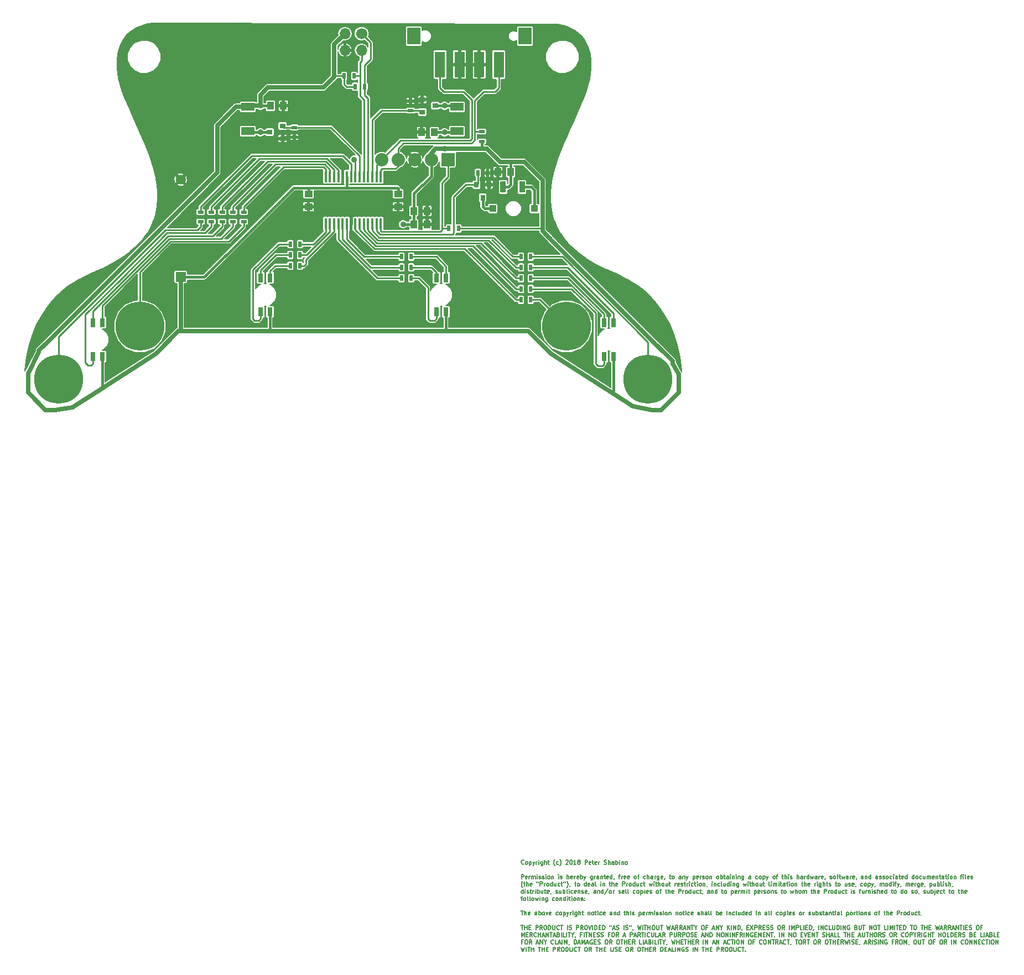
<source format=gbl>
G04 #@! TF.FileFunction,Copper,L2,Bot,Signal*
%FSLAX46Y46*%
G04 Gerber Fmt 4.6, Leading zero omitted, Abs format (unit mm)*
G04 Created by KiCad (PCBNEW 4.0.7) date 06/20/18 18:14:49*
%MOMM*%
%LPD*%
G01*
G04 APERTURE LIST*
%ADD10C,0.100000*%
%ADD11C,0.158750*%
%ADD12R,1.250000X1.000000*%
%ADD13R,1.000000X1.250000*%
%ADD14R,1.600000X4.000000*%
%ADD15R,2.000000X2.600000*%
%ADD16R,0.800000X0.900000*%
%ADD17R,0.900000X0.800000*%
%ADD18R,0.500000X0.900000*%
%ADD19R,0.900000X0.500000*%
%ADD20R,0.450000X1.750000*%
%ADD21C,1.700000*%
%ADD22O,1.700000X1.700000*%
%ADD23R,1.016000X1.016000*%
%ADD24R,2.006600X1.244600*%
%ADD25R,0.900000X1.700000*%
%ADD26C,7.500000*%
%ADD27R,0.800000X1.400000*%
%ADD28R,1.524000X1.524000*%
%ADD29C,1.524000*%
%ADD30C,2.032000*%
%ADD31R,2.032000X2.032000*%
%ADD32C,0.889000*%
%ADD33C,0.381000*%
%ADD34C,0.635000*%
%ADD35C,0.508000*%
%ADD36C,0.254000*%
%ADD37C,0.177800*%
G04 APERTURE END LIST*
D10*
D11*
X178504548Y-167422286D02*
X178474310Y-167452524D01*
X178383595Y-167482762D01*
X178323119Y-167482762D01*
X178232405Y-167452524D01*
X178171929Y-167392048D01*
X178141690Y-167331571D01*
X178111452Y-167210619D01*
X178111452Y-167119905D01*
X178141690Y-166998952D01*
X178171929Y-166938476D01*
X178232405Y-166878000D01*
X178323119Y-166847762D01*
X178383595Y-166847762D01*
X178474310Y-166878000D01*
X178504548Y-166908238D01*
X178867405Y-167482762D02*
X178806929Y-167452524D01*
X178776690Y-167422286D01*
X178746452Y-167361810D01*
X178746452Y-167180381D01*
X178776690Y-167119905D01*
X178806929Y-167089667D01*
X178867405Y-167059429D01*
X178958119Y-167059429D01*
X179018595Y-167089667D01*
X179048833Y-167119905D01*
X179079071Y-167180381D01*
X179079071Y-167361810D01*
X179048833Y-167422286D01*
X179018595Y-167452524D01*
X178958119Y-167482762D01*
X178867405Y-167482762D01*
X179351214Y-167059429D02*
X179351214Y-167694429D01*
X179351214Y-167089667D02*
X179411691Y-167059429D01*
X179532643Y-167059429D01*
X179593119Y-167089667D01*
X179623357Y-167119905D01*
X179653595Y-167180381D01*
X179653595Y-167361810D01*
X179623357Y-167422286D01*
X179593119Y-167452524D01*
X179532643Y-167482762D01*
X179411691Y-167482762D01*
X179351214Y-167452524D01*
X179865262Y-167059429D02*
X180016453Y-167482762D01*
X180167643Y-167059429D02*
X180016453Y-167482762D01*
X179955977Y-167633952D01*
X179925738Y-167664190D01*
X179865262Y-167694429D01*
X180409548Y-167482762D02*
X180409548Y-167059429D01*
X180409548Y-167180381D02*
X180439787Y-167119905D01*
X180470025Y-167089667D01*
X180530501Y-167059429D01*
X180590977Y-167059429D01*
X180802643Y-167482762D02*
X180802643Y-167059429D01*
X180802643Y-166847762D02*
X180772405Y-166878000D01*
X180802643Y-166908238D01*
X180832882Y-166878000D01*
X180802643Y-166847762D01*
X180802643Y-166908238D01*
X181377167Y-167059429D02*
X181377167Y-167573476D01*
X181346929Y-167633952D01*
X181316691Y-167664190D01*
X181256215Y-167694429D01*
X181165501Y-167694429D01*
X181105024Y-167664190D01*
X181377167Y-167452524D02*
X181316691Y-167482762D01*
X181195739Y-167482762D01*
X181135263Y-167452524D01*
X181105024Y-167422286D01*
X181074786Y-167361810D01*
X181074786Y-167180381D01*
X181105024Y-167119905D01*
X181135263Y-167089667D01*
X181195739Y-167059429D01*
X181316691Y-167059429D01*
X181377167Y-167089667D01*
X181679548Y-167482762D02*
X181679548Y-166847762D01*
X181951691Y-167482762D02*
X181951691Y-167150143D01*
X181921453Y-167089667D01*
X181860977Y-167059429D01*
X181770263Y-167059429D01*
X181709787Y-167089667D01*
X181679548Y-167119905D01*
X182163358Y-167059429D02*
X182405263Y-167059429D01*
X182254072Y-166847762D02*
X182254072Y-167392048D01*
X182284311Y-167452524D01*
X182344787Y-167482762D01*
X182405263Y-167482762D01*
X183282168Y-167724667D02*
X183251930Y-167694429D01*
X183191454Y-167603714D01*
X183161216Y-167543238D01*
X183130978Y-167452524D01*
X183100739Y-167301333D01*
X183100739Y-167180381D01*
X183130978Y-167029190D01*
X183161216Y-166938476D01*
X183191454Y-166878000D01*
X183251930Y-166787286D01*
X183282168Y-166757048D01*
X183796215Y-167452524D02*
X183735739Y-167482762D01*
X183614787Y-167482762D01*
X183554311Y-167452524D01*
X183524072Y-167422286D01*
X183493834Y-167361810D01*
X183493834Y-167180381D01*
X183524072Y-167119905D01*
X183554311Y-167089667D01*
X183614787Y-167059429D01*
X183735739Y-167059429D01*
X183796215Y-167089667D01*
X184007882Y-167724667D02*
X184038120Y-167694429D01*
X184098597Y-167603714D01*
X184128835Y-167543238D01*
X184159073Y-167452524D01*
X184189311Y-167301333D01*
X184189311Y-167180381D01*
X184159073Y-167029190D01*
X184128835Y-166938476D01*
X184098597Y-166878000D01*
X184038120Y-166787286D01*
X184007882Y-166757048D01*
X184945263Y-166908238D02*
X184975501Y-166878000D01*
X185035978Y-166847762D01*
X185187168Y-166847762D01*
X185247644Y-166878000D01*
X185277882Y-166908238D01*
X185308121Y-166968714D01*
X185308121Y-167029190D01*
X185277882Y-167119905D01*
X184915025Y-167482762D01*
X185308121Y-167482762D01*
X185701216Y-166847762D02*
X185761692Y-166847762D01*
X185822168Y-166878000D01*
X185852406Y-166908238D01*
X185882644Y-166968714D01*
X185912883Y-167089667D01*
X185912883Y-167240857D01*
X185882644Y-167361810D01*
X185852406Y-167422286D01*
X185822168Y-167452524D01*
X185761692Y-167482762D01*
X185701216Y-167482762D01*
X185640740Y-167452524D01*
X185610502Y-167422286D01*
X185580263Y-167361810D01*
X185550025Y-167240857D01*
X185550025Y-167089667D01*
X185580263Y-166968714D01*
X185610502Y-166908238D01*
X185640740Y-166878000D01*
X185701216Y-166847762D01*
X186517645Y-167482762D02*
X186154787Y-167482762D01*
X186336216Y-167482762D02*
X186336216Y-166847762D01*
X186275740Y-166938476D01*
X186215264Y-166998952D01*
X186154787Y-167029190D01*
X186880502Y-167119905D02*
X186820026Y-167089667D01*
X186789787Y-167059429D01*
X186759549Y-166998952D01*
X186759549Y-166968714D01*
X186789787Y-166908238D01*
X186820026Y-166878000D01*
X186880502Y-166847762D01*
X187001454Y-166847762D01*
X187061930Y-166878000D01*
X187092168Y-166908238D01*
X187122407Y-166968714D01*
X187122407Y-166998952D01*
X187092168Y-167059429D01*
X187061930Y-167089667D01*
X187001454Y-167119905D01*
X186880502Y-167119905D01*
X186820026Y-167150143D01*
X186789787Y-167180381D01*
X186759549Y-167240857D01*
X186759549Y-167361810D01*
X186789787Y-167422286D01*
X186820026Y-167452524D01*
X186880502Y-167482762D01*
X187001454Y-167482762D01*
X187061930Y-167452524D01*
X187092168Y-167422286D01*
X187122407Y-167361810D01*
X187122407Y-167240857D01*
X187092168Y-167180381D01*
X187061930Y-167150143D01*
X187001454Y-167119905D01*
X187878359Y-167482762D02*
X187878359Y-166847762D01*
X188120264Y-166847762D01*
X188180740Y-166878000D01*
X188210979Y-166908238D01*
X188241217Y-166968714D01*
X188241217Y-167059429D01*
X188210979Y-167119905D01*
X188180740Y-167150143D01*
X188120264Y-167180381D01*
X187878359Y-167180381D01*
X188755264Y-167452524D02*
X188694788Y-167482762D01*
X188573836Y-167482762D01*
X188513359Y-167452524D01*
X188483121Y-167392048D01*
X188483121Y-167150143D01*
X188513359Y-167089667D01*
X188573836Y-167059429D01*
X188694788Y-167059429D01*
X188755264Y-167089667D01*
X188785502Y-167150143D01*
X188785502Y-167210619D01*
X188483121Y-167271095D01*
X188966931Y-167059429D02*
X189208836Y-167059429D01*
X189057645Y-166847762D02*
X189057645Y-167392048D01*
X189087884Y-167452524D01*
X189148360Y-167482762D01*
X189208836Y-167482762D01*
X189662407Y-167452524D02*
X189601931Y-167482762D01*
X189480979Y-167482762D01*
X189420502Y-167452524D01*
X189390264Y-167392048D01*
X189390264Y-167150143D01*
X189420502Y-167089667D01*
X189480979Y-167059429D01*
X189601931Y-167059429D01*
X189662407Y-167089667D01*
X189692645Y-167150143D01*
X189692645Y-167210619D01*
X189390264Y-167271095D01*
X189964788Y-167482762D02*
X189964788Y-167059429D01*
X189964788Y-167180381D02*
X189995027Y-167119905D01*
X190025265Y-167089667D01*
X190085741Y-167059429D01*
X190146217Y-167059429D01*
X190811455Y-167452524D02*
X190902170Y-167482762D01*
X191053360Y-167482762D01*
X191113836Y-167452524D01*
X191144074Y-167422286D01*
X191174313Y-167361810D01*
X191174313Y-167301333D01*
X191144074Y-167240857D01*
X191113836Y-167210619D01*
X191053360Y-167180381D01*
X190932408Y-167150143D01*
X190871932Y-167119905D01*
X190841693Y-167089667D01*
X190811455Y-167029190D01*
X190811455Y-166968714D01*
X190841693Y-166908238D01*
X190871932Y-166878000D01*
X190932408Y-166847762D01*
X191083598Y-166847762D01*
X191174313Y-166878000D01*
X191446455Y-167482762D02*
X191446455Y-166847762D01*
X191718598Y-167482762D02*
X191718598Y-167150143D01*
X191688360Y-167089667D01*
X191627884Y-167059429D01*
X191537170Y-167059429D01*
X191476694Y-167089667D01*
X191446455Y-167119905D01*
X192293122Y-167482762D02*
X192293122Y-167150143D01*
X192262884Y-167089667D01*
X192202408Y-167059429D01*
X192081456Y-167059429D01*
X192020979Y-167089667D01*
X192293122Y-167452524D02*
X192232646Y-167482762D01*
X192081456Y-167482762D01*
X192020979Y-167452524D01*
X191990741Y-167392048D01*
X191990741Y-167331571D01*
X192020979Y-167271095D01*
X192081456Y-167240857D01*
X192232646Y-167240857D01*
X192293122Y-167210619D01*
X192595503Y-167482762D02*
X192595503Y-166847762D01*
X192595503Y-167089667D02*
X192655980Y-167059429D01*
X192776932Y-167059429D01*
X192837408Y-167089667D01*
X192867646Y-167119905D01*
X192897884Y-167180381D01*
X192897884Y-167361810D01*
X192867646Y-167422286D01*
X192837408Y-167452524D01*
X192776932Y-167482762D01*
X192655980Y-167482762D01*
X192595503Y-167452524D01*
X193170027Y-167482762D02*
X193170027Y-167059429D01*
X193170027Y-166847762D02*
X193139789Y-166878000D01*
X193170027Y-166908238D01*
X193200266Y-166878000D01*
X193170027Y-166847762D01*
X193170027Y-166908238D01*
X193472408Y-167059429D02*
X193472408Y-167482762D01*
X193472408Y-167119905D02*
X193502647Y-167089667D01*
X193563123Y-167059429D01*
X193653837Y-167059429D01*
X193714313Y-167089667D01*
X193744551Y-167150143D01*
X193744551Y-167482762D01*
X194137647Y-167482762D02*
X194077171Y-167452524D01*
X194046932Y-167422286D01*
X194016694Y-167361810D01*
X194016694Y-167180381D01*
X194046932Y-167119905D01*
X194077171Y-167089667D01*
X194137647Y-167059429D01*
X194228361Y-167059429D01*
X194288837Y-167089667D01*
X194319075Y-167119905D01*
X194349313Y-167180381D01*
X194349313Y-167361810D01*
X194319075Y-167422286D01*
X194288837Y-167452524D01*
X194228361Y-167482762D01*
X194137647Y-167482762D01*
X178141690Y-169705262D02*
X178141690Y-169070262D01*
X178383595Y-169070262D01*
X178444071Y-169100500D01*
X178474310Y-169130738D01*
X178504548Y-169191214D01*
X178504548Y-169281929D01*
X178474310Y-169342405D01*
X178444071Y-169372643D01*
X178383595Y-169402881D01*
X178141690Y-169402881D01*
X179018595Y-169675024D02*
X178958119Y-169705262D01*
X178837167Y-169705262D01*
X178776690Y-169675024D01*
X178746452Y-169614548D01*
X178746452Y-169372643D01*
X178776690Y-169312167D01*
X178837167Y-169281929D01*
X178958119Y-169281929D01*
X179018595Y-169312167D01*
X179048833Y-169372643D01*
X179048833Y-169433119D01*
X178746452Y-169493595D01*
X179320976Y-169705262D02*
X179320976Y-169281929D01*
X179320976Y-169402881D02*
X179351215Y-169342405D01*
X179381453Y-169312167D01*
X179441929Y-169281929D01*
X179502405Y-169281929D01*
X179714071Y-169705262D02*
X179714071Y-169281929D01*
X179714071Y-169342405D02*
X179744310Y-169312167D01*
X179804786Y-169281929D01*
X179895500Y-169281929D01*
X179955976Y-169312167D01*
X179986214Y-169372643D01*
X179986214Y-169705262D01*
X179986214Y-169372643D02*
X180016452Y-169312167D01*
X180076929Y-169281929D01*
X180167643Y-169281929D01*
X180228119Y-169312167D01*
X180258357Y-169372643D01*
X180258357Y-169705262D01*
X180560738Y-169705262D02*
X180560738Y-169281929D01*
X180560738Y-169070262D02*
X180530500Y-169100500D01*
X180560738Y-169130738D01*
X180590977Y-169100500D01*
X180560738Y-169070262D01*
X180560738Y-169130738D01*
X180832881Y-169675024D02*
X180893358Y-169705262D01*
X181014310Y-169705262D01*
X181074786Y-169675024D01*
X181105024Y-169614548D01*
X181105024Y-169584310D01*
X181074786Y-169523833D01*
X181014310Y-169493595D01*
X180923596Y-169493595D01*
X180863119Y-169463357D01*
X180832881Y-169402881D01*
X180832881Y-169372643D01*
X180863119Y-169312167D01*
X180923596Y-169281929D01*
X181014310Y-169281929D01*
X181074786Y-169312167D01*
X181346929Y-169675024D02*
X181407406Y-169705262D01*
X181528358Y-169705262D01*
X181588834Y-169675024D01*
X181619072Y-169614548D01*
X181619072Y-169584310D01*
X181588834Y-169523833D01*
X181528358Y-169493595D01*
X181437644Y-169493595D01*
X181377167Y-169463357D01*
X181346929Y-169402881D01*
X181346929Y-169372643D01*
X181377167Y-169312167D01*
X181437644Y-169281929D01*
X181528358Y-169281929D01*
X181588834Y-169312167D01*
X181891215Y-169705262D02*
X181891215Y-169281929D01*
X181891215Y-169070262D02*
X181860977Y-169100500D01*
X181891215Y-169130738D01*
X181921454Y-169100500D01*
X181891215Y-169070262D01*
X181891215Y-169130738D01*
X182284311Y-169705262D02*
X182223835Y-169675024D01*
X182193596Y-169644786D01*
X182163358Y-169584310D01*
X182163358Y-169402881D01*
X182193596Y-169342405D01*
X182223835Y-169312167D01*
X182284311Y-169281929D01*
X182375025Y-169281929D01*
X182435501Y-169312167D01*
X182465739Y-169342405D01*
X182495977Y-169402881D01*
X182495977Y-169584310D01*
X182465739Y-169644786D01*
X182435501Y-169675024D01*
X182375025Y-169705262D01*
X182284311Y-169705262D01*
X182768120Y-169281929D02*
X182768120Y-169705262D01*
X182768120Y-169342405D02*
X182798359Y-169312167D01*
X182858835Y-169281929D01*
X182949549Y-169281929D01*
X183010025Y-169312167D01*
X183040263Y-169372643D01*
X183040263Y-169705262D01*
X183826454Y-169705262D02*
X183826454Y-169281929D01*
X183826454Y-169070262D02*
X183796216Y-169100500D01*
X183826454Y-169130738D01*
X183856693Y-169100500D01*
X183826454Y-169070262D01*
X183826454Y-169130738D01*
X184098597Y-169675024D02*
X184159074Y-169705262D01*
X184280026Y-169705262D01*
X184340502Y-169675024D01*
X184370740Y-169614548D01*
X184370740Y-169584310D01*
X184340502Y-169523833D01*
X184280026Y-169493595D01*
X184189312Y-169493595D01*
X184128835Y-169463357D01*
X184098597Y-169402881D01*
X184098597Y-169372643D01*
X184128835Y-169312167D01*
X184189312Y-169281929D01*
X184280026Y-169281929D01*
X184340502Y-169312167D01*
X185126693Y-169705262D02*
X185126693Y-169070262D01*
X185398836Y-169705262D02*
X185398836Y-169372643D01*
X185368598Y-169312167D01*
X185308122Y-169281929D01*
X185217408Y-169281929D01*
X185156932Y-169312167D01*
X185126693Y-169342405D01*
X185943122Y-169675024D02*
X185882646Y-169705262D01*
X185761694Y-169705262D01*
X185701217Y-169675024D01*
X185670979Y-169614548D01*
X185670979Y-169372643D01*
X185701217Y-169312167D01*
X185761694Y-169281929D01*
X185882646Y-169281929D01*
X185943122Y-169312167D01*
X185973360Y-169372643D01*
X185973360Y-169433119D01*
X185670979Y-169493595D01*
X186245503Y-169705262D02*
X186245503Y-169281929D01*
X186245503Y-169402881D02*
X186275742Y-169342405D01*
X186305980Y-169312167D01*
X186366456Y-169281929D01*
X186426932Y-169281929D01*
X186880503Y-169675024D02*
X186820027Y-169705262D01*
X186699075Y-169705262D01*
X186638598Y-169675024D01*
X186608360Y-169614548D01*
X186608360Y-169372643D01*
X186638598Y-169312167D01*
X186699075Y-169281929D01*
X186820027Y-169281929D01*
X186880503Y-169312167D01*
X186910741Y-169372643D01*
X186910741Y-169433119D01*
X186608360Y-169493595D01*
X187182884Y-169705262D02*
X187182884Y-169070262D01*
X187182884Y-169312167D02*
X187243361Y-169281929D01*
X187364313Y-169281929D01*
X187424789Y-169312167D01*
X187455027Y-169342405D01*
X187485265Y-169402881D01*
X187485265Y-169584310D01*
X187455027Y-169644786D01*
X187424789Y-169675024D01*
X187364313Y-169705262D01*
X187243361Y-169705262D01*
X187182884Y-169675024D01*
X187696932Y-169281929D02*
X187848123Y-169705262D01*
X187999313Y-169281929D02*
X187848123Y-169705262D01*
X187787647Y-169856452D01*
X187757408Y-169886690D01*
X187696932Y-169916929D01*
X188997171Y-169281929D02*
X188997171Y-169795976D01*
X188966933Y-169856452D01*
X188936695Y-169886690D01*
X188876219Y-169916929D01*
X188785505Y-169916929D01*
X188725028Y-169886690D01*
X188997171Y-169675024D02*
X188936695Y-169705262D01*
X188815743Y-169705262D01*
X188755267Y-169675024D01*
X188725028Y-169644786D01*
X188694790Y-169584310D01*
X188694790Y-169402881D01*
X188725028Y-169342405D01*
X188755267Y-169312167D01*
X188815743Y-169281929D01*
X188936695Y-169281929D01*
X188997171Y-169312167D01*
X189299552Y-169705262D02*
X189299552Y-169281929D01*
X189299552Y-169402881D02*
X189329791Y-169342405D01*
X189360029Y-169312167D01*
X189420505Y-169281929D01*
X189480981Y-169281929D01*
X189964790Y-169705262D02*
X189964790Y-169372643D01*
X189934552Y-169312167D01*
X189874076Y-169281929D01*
X189753124Y-169281929D01*
X189692647Y-169312167D01*
X189964790Y-169675024D02*
X189904314Y-169705262D01*
X189753124Y-169705262D01*
X189692647Y-169675024D01*
X189662409Y-169614548D01*
X189662409Y-169554071D01*
X189692647Y-169493595D01*
X189753124Y-169463357D01*
X189904314Y-169463357D01*
X189964790Y-169433119D01*
X190267171Y-169281929D02*
X190267171Y-169705262D01*
X190267171Y-169342405D02*
X190297410Y-169312167D01*
X190357886Y-169281929D01*
X190448600Y-169281929D01*
X190509076Y-169312167D01*
X190539314Y-169372643D01*
X190539314Y-169705262D01*
X190750981Y-169281929D02*
X190992886Y-169281929D01*
X190841695Y-169070262D02*
X190841695Y-169614548D01*
X190871934Y-169675024D01*
X190932410Y-169705262D01*
X190992886Y-169705262D01*
X191446457Y-169675024D02*
X191385981Y-169705262D01*
X191265029Y-169705262D01*
X191204552Y-169675024D01*
X191174314Y-169614548D01*
X191174314Y-169372643D01*
X191204552Y-169312167D01*
X191265029Y-169281929D01*
X191385981Y-169281929D01*
X191446457Y-169312167D01*
X191476695Y-169372643D01*
X191476695Y-169433119D01*
X191174314Y-169493595D01*
X192020981Y-169705262D02*
X192020981Y-169070262D01*
X192020981Y-169675024D02*
X191960505Y-169705262D01*
X191839553Y-169705262D01*
X191779077Y-169675024D01*
X191748838Y-169644786D01*
X191718600Y-169584310D01*
X191718600Y-169402881D01*
X191748838Y-169342405D01*
X191779077Y-169312167D01*
X191839553Y-169281929D01*
X191960505Y-169281929D01*
X192020981Y-169312167D01*
X192353601Y-169675024D02*
X192353601Y-169705262D01*
X192323362Y-169765738D01*
X192293124Y-169795976D01*
X193018839Y-169281929D02*
X193260744Y-169281929D01*
X193109553Y-169705262D02*
X193109553Y-169160976D01*
X193139792Y-169100500D01*
X193200268Y-169070262D01*
X193260744Y-169070262D01*
X193472410Y-169705262D02*
X193472410Y-169281929D01*
X193472410Y-169402881D02*
X193502649Y-169342405D01*
X193532887Y-169312167D01*
X193593363Y-169281929D01*
X193653839Y-169281929D01*
X194107410Y-169675024D02*
X194046934Y-169705262D01*
X193925982Y-169705262D01*
X193865505Y-169675024D01*
X193835267Y-169614548D01*
X193835267Y-169372643D01*
X193865505Y-169312167D01*
X193925982Y-169281929D01*
X194046934Y-169281929D01*
X194107410Y-169312167D01*
X194137648Y-169372643D01*
X194137648Y-169433119D01*
X193835267Y-169493595D01*
X194651696Y-169675024D02*
X194591220Y-169705262D01*
X194470268Y-169705262D01*
X194409791Y-169675024D01*
X194379553Y-169614548D01*
X194379553Y-169372643D01*
X194409791Y-169312167D01*
X194470268Y-169281929D01*
X194591220Y-169281929D01*
X194651696Y-169312167D01*
X194681934Y-169372643D01*
X194681934Y-169433119D01*
X194379553Y-169493595D01*
X195528602Y-169705262D02*
X195468126Y-169675024D01*
X195437887Y-169644786D01*
X195407649Y-169584310D01*
X195407649Y-169402881D01*
X195437887Y-169342405D01*
X195468126Y-169312167D01*
X195528602Y-169281929D01*
X195619316Y-169281929D01*
X195679792Y-169312167D01*
X195710030Y-169342405D01*
X195740268Y-169402881D01*
X195740268Y-169584310D01*
X195710030Y-169644786D01*
X195679792Y-169675024D01*
X195619316Y-169705262D01*
X195528602Y-169705262D01*
X195921697Y-169281929D02*
X196163602Y-169281929D01*
X196012411Y-169705262D02*
X196012411Y-169160976D01*
X196042650Y-169100500D01*
X196103126Y-169070262D01*
X196163602Y-169070262D01*
X197131221Y-169675024D02*
X197070745Y-169705262D01*
X196949793Y-169705262D01*
X196889317Y-169675024D01*
X196859078Y-169644786D01*
X196828840Y-169584310D01*
X196828840Y-169402881D01*
X196859078Y-169342405D01*
X196889317Y-169312167D01*
X196949793Y-169281929D01*
X197070745Y-169281929D01*
X197131221Y-169312167D01*
X197403364Y-169705262D02*
X197403364Y-169070262D01*
X197675507Y-169705262D02*
X197675507Y-169372643D01*
X197645269Y-169312167D01*
X197584793Y-169281929D01*
X197494079Y-169281929D01*
X197433603Y-169312167D01*
X197403364Y-169342405D01*
X198250031Y-169705262D02*
X198250031Y-169372643D01*
X198219793Y-169312167D01*
X198159317Y-169281929D01*
X198038365Y-169281929D01*
X197977888Y-169312167D01*
X198250031Y-169675024D02*
X198189555Y-169705262D01*
X198038365Y-169705262D01*
X197977888Y-169675024D01*
X197947650Y-169614548D01*
X197947650Y-169554071D01*
X197977888Y-169493595D01*
X198038365Y-169463357D01*
X198189555Y-169463357D01*
X198250031Y-169433119D01*
X198552412Y-169705262D02*
X198552412Y-169281929D01*
X198552412Y-169402881D02*
X198582651Y-169342405D01*
X198612889Y-169312167D01*
X198673365Y-169281929D01*
X198733841Y-169281929D01*
X199217650Y-169281929D02*
X199217650Y-169795976D01*
X199187412Y-169856452D01*
X199157174Y-169886690D01*
X199096698Y-169916929D01*
X199005984Y-169916929D01*
X198945507Y-169886690D01*
X199217650Y-169675024D02*
X199157174Y-169705262D01*
X199036222Y-169705262D01*
X198975746Y-169675024D01*
X198945507Y-169644786D01*
X198915269Y-169584310D01*
X198915269Y-169402881D01*
X198945507Y-169342405D01*
X198975746Y-169312167D01*
X199036222Y-169281929D01*
X199157174Y-169281929D01*
X199217650Y-169312167D01*
X199761936Y-169675024D02*
X199701460Y-169705262D01*
X199580508Y-169705262D01*
X199520031Y-169675024D01*
X199489793Y-169614548D01*
X199489793Y-169372643D01*
X199520031Y-169312167D01*
X199580508Y-169281929D01*
X199701460Y-169281929D01*
X199761936Y-169312167D01*
X199792174Y-169372643D01*
X199792174Y-169433119D01*
X199489793Y-169493595D01*
X200094556Y-169675024D02*
X200094556Y-169705262D01*
X200064317Y-169765738D01*
X200034079Y-169795976D01*
X200759794Y-169281929D02*
X201001699Y-169281929D01*
X200850508Y-169070262D02*
X200850508Y-169614548D01*
X200880747Y-169675024D01*
X200941223Y-169705262D01*
X201001699Y-169705262D01*
X201304080Y-169705262D02*
X201243604Y-169675024D01*
X201213365Y-169644786D01*
X201183127Y-169584310D01*
X201183127Y-169402881D01*
X201213365Y-169342405D01*
X201243604Y-169312167D01*
X201304080Y-169281929D01*
X201394794Y-169281929D01*
X201455270Y-169312167D01*
X201485508Y-169342405D01*
X201515746Y-169402881D01*
X201515746Y-169584310D01*
X201485508Y-169644786D01*
X201455270Y-169675024D01*
X201394794Y-169705262D01*
X201304080Y-169705262D01*
X202543842Y-169705262D02*
X202543842Y-169372643D01*
X202513604Y-169312167D01*
X202453128Y-169281929D01*
X202332176Y-169281929D01*
X202271699Y-169312167D01*
X202543842Y-169675024D02*
X202483366Y-169705262D01*
X202332176Y-169705262D01*
X202271699Y-169675024D01*
X202241461Y-169614548D01*
X202241461Y-169554071D01*
X202271699Y-169493595D01*
X202332176Y-169463357D01*
X202483366Y-169463357D01*
X202543842Y-169433119D01*
X202846223Y-169281929D02*
X202846223Y-169705262D01*
X202846223Y-169342405D02*
X202876462Y-169312167D01*
X202936938Y-169281929D01*
X203027652Y-169281929D01*
X203088128Y-169312167D01*
X203118366Y-169372643D01*
X203118366Y-169705262D01*
X203360271Y-169281929D02*
X203511462Y-169705262D01*
X203662652Y-169281929D02*
X203511462Y-169705262D01*
X203450986Y-169856452D01*
X203420747Y-169886690D01*
X203360271Y-169916929D01*
X204388367Y-169281929D02*
X204388367Y-169916929D01*
X204388367Y-169312167D02*
X204448844Y-169281929D01*
X204569796Y-169281929D01*
X204630272Y-169312167D01*
X204660510Y-169342405D01*
X204690748Y-169402881D01*
X204690748Y-169584310D01*
X204660510Y-169644786D01*
X204630272Y-169675024D01*
X204569796Y-169705262D01*
X204448844Y-169705262D01*
X204388367Y-169675024D01*
X205204796Y-169675024D02*
X205144320Y-169705262D01*
X205023368Y-169705262D01*
X204962891Y-169675024D01*
X204932653Y-169614548D01*
X204932653Y-169372643D01*
X204962891Y-169312167D01*
X205023368Y-169281929D01*
X205144320Y-169281929D01*
X205204796Y-169312167D01*
X205235034Y-169372643D01*
X205235034Y-169433119D01*
X204932653Y-169493595D01*
X205507177Y-169705262D02*
X205507177Y-169281929D01*
X205507177Y-169402881D02*
X205537416Y-169342405D01*
X205567654Y-169312167D01*
X205628130Y-169281929D01*
X205688606Y-169281929D01*
X205870034Y-169675024D02*
X205930511Y-169705262D01*
X206051463Y-169705262D01*
X206111939Y-169675024D01*
X206142177Y-169614548D01*
X206142177Y-169584310D01*
X206111939Y-169523833D01*
X206051463Y-169493595D01*
X205960749Y-169493595D01*
X205900272Y-169463357D01*
X205870034Y-169402881D01*
X205870034Y-169372643D01*
X205900272Y-169312167D01*
X205960749Y-169281929D01*
X206051463Y-169281929D01*
X206111939Y-169312167D01*
X206505035Y-169705262D02*
X206444559Y-169675024D01*
X206414320Y-169644786D01*
X206384082Y-169584310D01*
X206384082Y-169402881D01*
X206414320Y-169342405D01*
X206444559Y-169312167D01*
X206505035Y-169281929D01*
X206595749Y-169281929D01*
X206656225Y-169312167D01*
X206686463Y-169342405D01*
X206716701Y-169402881D01*
X206716701Y-169584310D01*
X206686463Y-169644786D01*
X206656225Y-169675024D01*
X206595749Y-169705262D01*
X206505035Y-169705262D01*
X206988844Y-169281929D02*
X206988844Y-169705262D01*
X206988844Y-169342405D02*
X207019083Y-169312167D01*
X207079559Y-169281929D01*
X207170273Y-169281929D01*
X207230749Y-169312167D01*
X207260987Y-169372643D01*
X207260987Y-169705262D01*
X208137893Y-169705262D02*
X208077417Y-169675024D01*
X208047178Y-169644786D01*
X208016940Y-169584310D01*
X208016940Y-169402881D01*
X208047178Y-169342405D01*
X208077417Y-169312167D01*
X208137893Y-169281929D01*
X208228607Y-169281929D01*
X208289083Y-169312167D01*
X208319321Y-169342405D01*
X208349559Y-169402881D01*
X208349559Y-169584310D01*
X208319321Y-169644786D01*
X208289083Y-169675024D01*
X208228607Y-169705262D01*
X208137893Y-169705262D01*
X208621702Y-169705262D02*
X208621702Y-169070262D01*
X208621702Y-169312167D02*
X208682179Y-169281929D01*
X208803131Y-169281929D01*
X208863607Y-169312167D01*
X208893845Y-169342405D01*
X208924083Y-169402881D01*
X208924083Y-169584310D01*
X208893845Y-169644786D01*
X208863607Y-169675024D01*
X208803131Y-169705262D01*
X208682179Y-169705262D01*
X208621702Y-169675024D01*
X209105512Y-169281929D02*
X209347417Y-169281929D01*
X209196226Y-169070262D02*
X209196226Y-169614548D01*
X209226465Y-169675024D01*
X209286941Y-169705262D01*
X209347417Y-169705262D01*
X209831226Y-169705262D02*
X209831226Y-169372643D01*
X209800988Y-169312167D01*
X209740512Y-169281929D01*
X209619560Y-169281929D01*
X209559083Y-169312167D01*
X209831226Y-169675024D02*
X209770750Y-169705262D01*
X209619560Y-169705262D01*
X209559083Y-169675024D01*
X209528845Y-169614548D01*
X209528845Y-169554071D01*
X209559083Y-169493595D01*
X209619560Y-169463357D01*
X209770750Y-169463357D01*
X209831226Y-169433119D01*
X210133607Y-169705262D02*
X210133607Y-169281929D01*
X210133607Y-169070262D02*
X210103369Y-169100500D01*
X210133607Y-169130738D01*
X210163846Y-169100500D01*
X210133607Y-169070262D01*
X210133607Y-169130738D01*
X210435988Y-169281929D02*
X210435988Y-169705262D01*
X210435988Y-169342405D02*
X210466227Y-169312167D01*
X210526703Y-169281929D01*
X210617417Y-169281929D01*
X210677893Y-169312167D01*
X210708131Y-169372643D01*
X210708131Y-169705262D01*
X211010512Y-169705262D02*
X211010512Y-169281929D01*
X211010512Y-169070262D02*
X210980274Y-169100500D01*
X211010512Y-169130738D01*
X211040751Y-169100500D01*
X211010512Y-169070262D01*
X211010512Y-169130738D01*
X211312893Y-169281929D02*
X211312893Y-169705262D01*
X211312893Y-169342405D02*
X211343132Y-169312167D01*
X211403608Y-169281929D01*
X211494322Y-169281929D01*
X211554798Y-169312167D01*
X211585036Y-169372643D01*
X211585036Y-169705262D01*
X212159560Y-169281929D02*
X212159560Y-169795976D01*
X212129322Y-169856452D01*
X212099084Y-169886690D01*
X212038608Y-169916929D01*
X211947894Y-169916929D01*
X211887417Y-169886690D01*
X212159560Y-169675024D02*
X212099084Y-169705262D01*
X211978132Y-169705262D01*
X211917656Y-169675024D01*
X211887417Y-169644786D01*
X211857179Y-169584310D01*
X211857179Y-169402881D01*
X211887417Y-169342405D01*
X211917656Y-169312167D01*
X211978132Y-169281929D01*
X212099084Y-169281929D01*
X212159560Y-169312167D01*
X213217894Y-169705262D02*
X213217894Y-169372643D01*
X213187656Y-169312167D01*
X213127180Y-169281929D01*
X213006228Y-169281929D01*
X212945751Y-169312167D01*
X213217894Y-169675024D02*
X213157418Y-169705262D01*
X213006228Y-169705262D01*
X212945751Y-169675024D01*
X212915513Y-169614548D01*
X212915513Y-169554071D01*
X212945751Y-169493595D01*
X213006228Y-169463357D01*
X213157418Y-169463357D01*
X213217894Y-169433119D01*
X214276228Y-169675024D02*
X214215752Y-169705262D01*
X214094800Y-169705262D01*
X214034324Y-169675024D01*
X214004085Y-169644786D01*
X213973847Y-169584310D01*
X213973847Y-169402881D01*
X214004085Y-169342405D01*
X214034324Y-169312167D01*
X214094800Y-169281929D01*
X214215752Y-169281929D01*
X214276228Y-169312167D01*
X214639086Y-169705262D02*
X214578610Y-169675024D01*
X214548371Y-169644786D01*
X214518133Y-169584310D01*
X214518133Y-169402881D01*
X214548371Y-169342405D01*
X214578610Y-169312167D01*
X214639086Y-169281929D01*
X214729800Y-169281929D01*
X214790276Y-169312167D01*
X214820514Y-169342405D01*
X214850752Y-169402881D01*
X214850752Y-169584310D01*
X214820514Y-169644786D01*
X214790276Y-169675024D01*
X214729800Y-169705262D01*
X214639086Y-169705262D01*
X215122895Y-169281929D02*
X215122895Y-169916929D01*
X215122895Y-169312167D02*
X215183372Y-169281929D01*
X215304324Y-169281929D01*
X215364800Y-169312167D01*
X215395038Y-169342405D01*
X215425276Y-169402881D01*
X215425276Y-169584310D01*
X215395038Y-169644786D01*
X215364800Y-169675024D01*
X215304324Y-169705262D01*
X215183372Y-169705262D01*
X215122895Y-169675024D01*
X215636943Y-169281929D02*
X215788134Y-169705262D01*
X215939324Y-169281929D02*
X215788134Y-169705262D01*
X215727658Y-169856452D01*
X215697419Y-169886690D01*
X215636943Y-169916929D01*
X216755754Y-169705262D02*
X216695278Y-169675024D01*
X216665039Y-169644786D01*
X216634801Y-169584310D01*
X216634801Y-169402881D01*
X216665039Y-169342405D01*
X216695278Y-169312167D01*
X216755754Y-169281929D01*
X216846468Y-169281929D01*
X216906944Y-169312167D01*
X216937182Y-169342405D01*
X216967420Y-169402881D01*
X216967420Y-169584310D01*
X216937182Y-169644786D01*
X216906944Y-169675024D01*
X216846468Y-169705262D01*
X216755754Y-169705262D01*
X217148849Y-169281929D02*
X217390754Y-169281929D01*
X217239563Y-169705262D02*
X217239563Y-169160976D01*
X217269802Y-169100500D01*
X217330278Y-169070262D01*
X217390754Y-169070262D01*
X217995516Y-169281929D02*
X218237421Y-169281929D01*
X218086230Y-169070262D02*
X218086230Y-169614548D01*
X218116469Y-169675024D01*
X218176945Y-169705262D01*
X218237421Y-169705262D01*
X218449087Y-169705262D02*
X218449087Y-169070262D01*
X218721230Y-169705262D02*
X218721230Y-169372643D01*
X218690992Y-169312167D01*
X218630516Y-169281929D01*
X218539802Y-169281929D01*
X218479326Y-169312167D01*
X218449087Y-169342405D01*
X219023611Y-169705262D02*
X219023611Y-169281929D01*
X219023611Y-169070262D02*
X218993373Y-169100500D01*
X219023611Y-169130738D01*
X219053850Y-169100500D01*
X219023611Y-169070262D01*
X219023611Y-169130738D01*
X219295754Y-169675024D02*
X219356231Y-169705262D01*
X219477183Y-169705262D01*
X219537659Y-169675024D01*
X219567897Y-169614548D01*
X219567897Y-169584310D01*
X219537659Y-169523833D01*
X219477183Y-169493595D01*
X219386469Y-169493595D01*
X219325992Y-169463357D01*
X219295754Y-169402881D01*
X219295754Y-169372643D01*
X219325992Y-169312167D01*
X219386469Y-169281929D01*
X219477183Y-169281929D01*
X219537659Y-169312167D01*
X220323850Y-169705262D02*
X220323850Y-169070262D01*
X220595993Y-169705262D02*
X220595993Y-169372643D01*
X220565755Y-169312167D01*
X220505279Y-169281929D01*
X220414565Y-169281929D01*
X220354089Y-169312167D01*
X220323850Y-169342405D01*
X221170517Y-169705262D02*
X221170517Y-169372643D01*
X221140279Y-169312167D01*
X221079803Y-169281929D01*
X220958851Y-169281929D01*
X220898374Y-169312167D01*
X221170517Y-169675024D02*
X221110041Y-169705262D01*
X220958851Y-169705262D01*
X220898374Y-169675024D01*
X220868136Y-169614548D01*
X220868136Y-169554071D01*
X220898374Y-169493595D01*
X220958851Y-169463357D01*
X221110041Y-169463357D01*
X221170517Y-169433119D01*
X221472898Y-169705262D02*
X221472898Y-169281929D01*
X221472898Y-169402881D02*
X221503137Y-169342405D01*
X221533375Y-169312167D01*
X221593851Y-169281929D01*
X221654327Y-169281929D01*
X222138136Y-169705262D02*
X222138136Y-169070262D01*
X222138136Y-169675024D02*
X222077660Y-169705262D01*
X221956708Y-169705262D01*
X221896232Y-169675024D01*
X221865993Y-169644786D01*
X221835755Y-169584310D01*
X221835755Y-169402881D01*
X221865993Y-169342405D01*
X221896232Y-169312167D01*
X221956708Y-169281929D01*
X222077660Y-169281929D01*
X222138136Y-169312167D01*
X222380041Y-169281929D02*
X222500994Y-169705262D01*
X222621946Y-169402881D01*
X222742898Y-169705262D01*
X222863851Y-169281929D01*
X223377898Y-169705262D02*
X223377898Y-169372643D01*
X223347660Y-169312167D01*
X223287184Y-169281929D01*
X223166232Y-169281929D01*
X223105755Y-169312167D01*
X223377898Y-169675024D02*
X223317422Y-169705262D01*
X223166232Y-169705262D01*
X223105755Y-169675024D01*
X223075517Y-169614548D01*
X223075517Y-169554071D01*
X223105755Y-169493595D01*
X223166232Y-169463357D01*
X223317422Y-169463357D01*
X223377898Y-169433119D01*
X223680279Y-169705262D02*
X223680279Y-169281929D01*
X223680279Y-169402881D02*
X223710518Y-169342405D01*
X223740756Y-169312167D01*
X223801232Y-169281929D01*
X223861708Y-169281929D01*
X224315279Y-169675024D02*
X224254803Y-169705262D01*
X224133851Y-169705262D01*
X224073374Y-169675024D01*
X224043136Y-169614548D01*
X224043136Y-169372643D01*
X224073374Y-169312167D01*
X224133851Y-169281929D01*
X224254803Y-169281929D01*
X224315279Y-169312167D01*
X224345517Y-169372643D01*
X224345517Y-169433119D01*
X224043136Y-169493595D01*
X224647899Y-169675024D02*
X224647899Y-169705262D01*
X224617660Y-169765738D01*
X224587422Y-169795976D01*
X225373613Y-169675024D02*
X225434090Y-169705262D01*
X225555042Y-169705262D01*
X225615518Y-169675024D01*
X225645756Y-169614548D01*
X225645756Y-169584310D01*
X225615518Y-169523833D01*
X225555042Y-169493595D01*
X225464328Y-169493595D01*
X225403851Y-169463357D01*
X225373613Y-169402881D01*
X225373613Y-169372643D01*
X225403851Y-169312167D01*
X225464328Y-169281929D01*
X225555042Y-169281929D01*
X225615518Y-169312167D01*
X226008614Y-169705262D02*
X225948138Y-169675024D01*
X225917899Y-169644786D01*
X225887661Y-169584310D01*
X225887661Y-169402881D01*
X225917899Y-169342405D01*
X225948138Y-169312167D01*
X226008614Y-169281929D01*
X226099328Y-169281929D01*
X226159804Y-169312167D01*
X226190042Y-169342405D01*
X226220280Y-169402881D01*
X226220280Y-169584310D01*
X226190042Y-169644786D01*
X226159804Y-169675024D01*
X226099328Y-169705262D01*
X226008614Y-169705262D01*
X226401709Y-169281929D02*
X226643614Y-169281929D01*
X226492423Y-169705262D02*
X226492423Y-169160976D01*
X226522662Y-169100500D01*
X226583138Y-169070262D01*
X226643614Y-169070262D01*
X226764566Y-169281929D02*
X227006471Y-169281929D01*
X226855280Y-169070262D02*
X226855280Y-169614548D01*
X226885519Y-169675024D01*
X226945995Y-169705262D01*
X227006471Y-169705262D01*
X227157661Y-169281929D02*
X227278614Y-169705262D01*
X227399566Y-169402881D01*
X227520518Y-169705262D01*
X227641471Y-169281929D01*
X228155518Y-169705262D02*
X228155518Y-169372643D01*
X228125280Y-169312167D01*
X228064804Y-169281929D01*
X227943852Y-169281929D01*
X227883375Y-169312167D01*
X228155518Y-169675024D02*
X228095042Y-169705262D01*
X227943852Y-169705262D01*
X227883375Y-169675024D01*
X227853137Y-169614548D01*
X227853137Y-169554071D01*
X227883375Y-169493595D01*
X227943852Y-169463357D01*
X228095042Y-169463357D01*
X228155518Y-169433119D01*
X228457899Y-169705262D02*
X228457899Y-169281929D01*
X228457899Y-169402881D02*
X228488138Y-169342405D01*
X228518376Y-169312167D01*
X228578852Y-169281929D01*
X228639328Y-169281929D01*
X229092899Y-169675024D02*
X229032423Y-169705262D01*
X228911471Y-169705262D01*
X228850994Y-169675024D01*
X228820756Y-169614548D01*
X228820756Y-169372643D01*
X228850994Y-169312167D01*
X228911471Y-169281929D01*
X229032423Y-169281929D01*
X229092899Y-169312167D01*
X229123137Y-169372643D01*
X229123137Y-169433119D01*
X228820756Y-169493595D01*
X229425519Y-169675024D02*
X229425519Y-169705262D01*
X229395280Y-169765738D01*
X229365042Y-169795976D01*
X230453614Y-169705262D02*
X230453614Y-169372643D01*
X230423376Y-169312167D01*
X230362900Y-169281929D01*
X230241948Y-169281929D01*
X230181471Y-169312167D01*
X230453614Y-169675024D02*
X230393138Y-169705262D01*
X230241948Y-169705262D01*
X230181471Y-169675024D01*
X230151233Y-169614548D01*
X230151233Y-169554071D01*
X230181471Y-169493595D01*
X230241948Y-169463357D01*
X230393138Y-169463357D01*
X230453614Y-169433119D01*
X230755995Y-169281929D02*
X230755995Y-169705262D01*
X230755995Y-169342405D02*
X230786234Y-169312167D01*
X230846710Y-169281929D01*
X230937424Y-169281929D01*
X230997900Y-169312167D01*
X231028138Y-169372643D01*
X231028138Y-169705262D01*
X231602662Y-169705262D02*
X231602662Y-169070262D01*
X231602662Y-169675024D02*
X231542186Y-169705262D01*
X231421234Y-169705262D01*
X231360758Y-169675024D01*
X231330519Y-169644786D01*
X231300281Y-169584310D01*
X231300281Y-169402881D01*
X231330519Y-169342405D01*
X231360758Y-169312167D01*
X231421234Y-169281929D01*
X231542186Y-169281929D01*
X231602662Y-169312167D01*
X232660996Y-169705262D02*
X232660996Y-169372643D01*
X232630758Y-169312167D01*
X232570282Y-169281929D01*
X232449330Y-169281929D01*
X232388853Y-169312167D01*
X232660996Y-169675024D02*
X232600520Y-169705262D01*
X232449330Y-169705262D01*
X232388853Y-169675024D01*
X232358615Y-169614548D01*
X232358615Y-169554071D01*
X232388853Y-169493595D01*
X232449330Y-169463357D01*
X232600520Y-169463357D01*
X232660996Y-169433119D01*
X232933139Y-169675024D02*
X232993616Y-169705262D01*
X233114568Y-169705262D01*
X233175044Y-169675024D01*
X233205282Y-169614548D01*
X233205282Y-169584310D01*
X233175044Y-169523833D01*
X233114568Y-169493595D01*
X233023854Y-169493595D01*
X232963377Y-169463357D01*
X232933139Y-169402881D01*
X232933139Y-169372643D01*
X232963377Y-169312167D01*
X233023854Y-169281929D01*
X233114568Y-169281929D01*
X233175044Y-169312167D01*
X233447187Y-169675024D02*
X233507664Y-169705262D01*
X233628616Y-169705262D01*
X233689092Y-169675024D01*
X233719330Y-169614548D01*
X233719330Y-169584310D01*
X233689092Y-169523833D01*
X233628616Y-169493595D01*
X233537902Y-169493595D01*
X233477425Y-169463357D01*
X233447187Y-169402881D01*
X233447187Y-169372643D01*
X233477425Y-169312167D01*
X233537902Y-169281929D01*
X233628616Y-169281929D01*
X233689092Y-169312167D01*
X234082188Y-169705262D02*
X234021712Y-169675024D01*
X233991473Y-169644786D01*
X233961235Y-169584310D01*
X233961235Y-169402881D01*
X233991473Y-169342405D01*
X234021712Y-169312167D01*
X234082188Y-169281929D01*
X234172902Y-169281929D01*
X234233378Y-169312167D01*
X234263616Y-169342405D01*
X234293854Y-169402881D01*
X234293854Y-169584310D01*
X234263616Y-169644786D01*
X234233378Y-169675024D01*
X234172902Y-169705262D01*
X234082188Y-169705262D01*
X234838140Y-169675024D02*
X234777664Y-169705262D01*
X234656712Y-169705262D01*
X234596236Y-169675024D01*
X234565997Y-169644786D01*
X234535759Y-169584310D01*
X234535759Y-169402881D01*
X234565997Y-169342405D01*
X234596236Y-169312167D01*
X234656712Y-169281929D01*
X234777664Y-169281929D01*
X234838140Y-169312167D01*
X235110283Y-169705262D02*
X235110283Y-169281929D01*
X235110283Y-169070262D02*
X235080045Y-169100500D01*
X235110283Y-169130738D01*
X235140522Y-169100500D01*
X235110283Y-169070262D01*
X235110283Y-169130738D01*
X235684807Y-169705262D02*
X235684807Y-169372643D01*
X235654569Y-169312167D01*
X235594093Y-169281929D01*
X235473141Y-169281929D01*
X235412664Y-169312167D01*
X235684807Y-169675024D02*
X235624331Y-169705262D01*
X235473141Y-169705262D01*
X235412664Y-169675024D01*
X235382426Y-169614548D01*
X235382426Y-169554071D01*
X235412664Y-169493595D01*
X235473141Y-169463357D01*
X235624331Y-169463357D01*
X235684807Y-169433119D01*
X235896474Y-169281929D02*
X236138379Y-169281929D01*
X235987188Y-169070262D02*
X235987188Y-169614548D01*
X236017427Y-169675024D01*
X236077903Y-169705262D01*
X236138379Y-169705262D01*
X236591950Y-169675024D02*
X236531474Y-169705262D01*
X236410522Y-169705262D01*
X236350045Y-169675024D01*
X236319807Y-169614548D01*
X236319807Y-169372643D01*
X236350045Y-169312167D01*
X236410522Y-169281929D01*
X236531474Y-169281929D01*
X236591950Y-169312167D01*
X236622188Y-169372643D01*
X236622188Y-169433119D01*
X236319807Y-169493595D01*
X237166474Y-169705262D02*
X237166474Y-169070262D01*
X237166474Y-169675024D02*
X237105998Y-169705262D01*
X236985046Y-169705262D01*
X236924570Y-169675024D01*
X236894331Y-169644786D01*
X236864093Y-169584310D01*
X236864093Y-169402881D01*
X236894331Y-169342405D01*
X236924570Y-169312167D01*
X236985046Y-169281929D01*
X237105998Y-169281929D01*
X237166474Y-169312167D01*
X238224808Y-169705262D02*
X238224808Y-169070262D01*
X238224808Y-169675024D02*
X238164332Y-169705262D01*
X238043380Y-169705262D01*
X237982904Y-169675024D01*
X237952665Y-169644786D01*
X237922427Y-169584310D01*
X237922427Y-169402881D01*
X237952665Y-169342405D01*
X237982904Y-169312167D01*
X238043380Y-169281929D01*
X238164332Y-169281929D01*
X238224808Y-169312167D01*
X238617904Y-169705262D02*
X238557428Y-169675024D01*
X238527189Y-169644786D01*
X238496951Y-169584310D01*
X238496951Y-169402881D01*
X238527189Y-169342405D01*
X238557428Y-169312167D01*
X238617904Y-169281929D01*
X238708618Y-169281929D01*
X238769094Y-169312167D01*
X238799332Y-169342405D01*
X238829570Y-169402881D01*
X238829570Y-169584310D01*
X238799332Y-169644786D01*
X238769094Y-169675024D01*
X238708618Y-169705262D01*
X238617904Y-169705262D01*
X239373856Y-169675024D02*
X239313380Y-169705262D01*
X239192428Y-169705262D01*
X239131952Y-169675024D01*
X239101713Y-169644786D01*
X239071475Y-169584310D01*
X239071475Y-169402881D01*
X239101713Y-169342405D01*
X239131952Y-169312167D01*
X239192428Y-169281929D01*
X239313380Y-169281929D01*
X239373856Y-169312167D01*
X239918142Y-169281929D02*
X239918142Y-169705262D01*
X239645999Y-169281929D02*
X239645999Y-169614548D01*
X239676238Y-169675024D01*
X239736714Y-169705262D01*
X239827428Y-169705262D01*
X239887904Y-169675024D01*
X239918142Y-169644786D01*
X240220523Y-169705262D02*
X240220523Y-169281929D01*
X240220523Y-169342405D02*
X240250762Y-169312167D01*
X240311238Y-169281929D01*
X240401952Y-169281929D01*
X240462428Y-169312167D01*
X240492666Y-169372643D01*
X240492666Y-169705262D01*
X240492666Y-169372643D02*
X240522904Y-169312167D01*
X240583381Y-169281929D01*
X240674095Y-169281929D01*
X240734571Y-169312167D01*
X240764809Y-169372643D01*
X240764809Y-169705262D01*
X241309095Y-169675024D02*
X241248619Y-169705262D01*
X241127667Y-169705262D01*
X241067190Y-169675024D01*
X241036952Y-169614548D01*
X241036952Y-169372643D01*
X241067190Y-169312167D01*
X241127667Y-169281929D01*
X241248619Y-169281929D01*
X241309095Y-169312167D01*
X241339333Y-169372643D01*
X241339333Y-169433119D01*
X241036952Y-169493595D01*
X241611476Y-169281929D02*
X241611476Y-169705262D01*
X241611476Y-169342405D02*
X241641715Y-169312167D01*
X241702191Y-169281929D01*
X241792905Y-169281929D01*
X241853381Y-169312167D01*
X241883619Y-169372643D01*
X241883619Y-169705262D01*
X242095286Y-169281929D02*
X242337191Y-169281929D01*
X242186000Y-169070262D02*
X242186000Y-169614548D01*
X242216239Y-169675024D01*
X242276715Y-169705262D01*
X242337191Y-169705262D01*
X242821000Y-169705262D02*
X242821000Y-169372643D01*
X242790762Y-169312167D01*
X242730286Y-169281929D01*
X242609334Y-169281929D01*
X242548857Y-169312167D01*
X242821000Y-169675024D02*
X242760524Y-169705262D01*
X242609334Y-169705262D01*
X242548857Y-169675024D01*
X242518619Y-169614548D01*
X242518619Y-169554071D01*
X242548857Y-169493595D01*
X242609334Y-169463357D01*
X242760524Y-169463357D01*
X242821000Y-169433119D01*
X243032667Y-169281929D02*
X243274572Y-169281929D01*
X243123381Y-169070262D02*
X243123381Y-169614548D01*
X243153620Y-169675024D01*
X243214096Y-169705262D01*
X243274572Y-169705262D01*
X243486238Y-169705262D02*
X243486238Y-169281929D01*
X243486238Y-169070262D02*
X243456000Y-169100500D01*
X243486238Y-169130738D01*
X243516477Y-169100500D01*
X243486238Y-169070262D01*
X243486238Y-169130738D01*
X243879334Y-169705262D02*
X243818858Y-169675024D01*
X243788619Y-169644786D01*
X243758381Y-169584310D01*
X243758381Y-169402881D01*
X243788619Y-169342405D01*
X243818858Y-169312167D01*
X243879334Y-169281929D01*
X243970048Y-169281929D01*
X244030524Y-169312167D01*
X244060762Y-169342405D01*
X244091000Y-169402881D01*
X244091000Y-169584310D01*
X244060762Y-169644786D01*
X244030524Y-169675024D01*
X243970048Y-169705262D01*
X243879334Y-169705262D01*
X244363143Y-169281929D02*
X244363143Y-169705262D01*
X244363143Y-169342405D02*
X244393382Y-169312167D01*
X244453858Y-169281929D01*
X244544572Y-169281929D01*
X244605048Y-169312167D01*
X244635286Y-169372643D01*
X244635286Y-169705262D01*
X245330763Y-169281929D02*
X245572668Y-169281929D01*
X245421477Y-169705262D02*
X245421477Y-169160976D01*
X245451716Y-169100500D01*
X245512192Y-169070262D01*
X245572668Y-169070262D01*
X245784334Y-169705262D02*
X245784334Y-169281929D01*
X245784334Y-169070262D02*
X245754096Y-169100500D01*
X245784334Y-169130738D01*
X245814573Y-169100500D01*
X245784334Y-169070262D01*
X245784334Y-169130738D01*
X246177430Y-169705262D02*
X246116954Y-169675024D01*
X246086715Y-169614548D01*
X246086715Y-169070262D01*
X246661239Y-169675024D02*
X246600763Y-169705262D01*
X246479811Y-169705262D01*
X246419334Y-169675024D01*
X246389096Y-169614548D01*
X246389096Y-169372643D01*
X246419334Y-169312167D01*
X246479811Y-169281929D01*
X246600763Y-169281929D01*
X246661239Y-169312167D01*
X246691477Y-169372643D01*
X246691477Y-169433119D01*
X246389096Y-169493595D01*
X246933382Y-169675024D02*
X246993859Y-169705262D01*
X247114811Y-169705262D01*
X247175287Y-169675024D01*
X247205525Y-169614548D01*
X247205525Y-169584310D01*
X247175287Y-169523833D01*
X247114811Y-169493595D01*
X247024097Y-169493595D01*
X246963620Y-169463357D01*
X246933382Y-169402881D01*
X246933382Y-169372643D01*
X246963620Y-169312167D01*
X247024097Y-169281929D01*
X247114811Y-169281929D01*
X247175287Y-169312167D01*
X178323119Y-171058417D02*
X178292881Y-171028179D01*
X178232405Y-170937464D01*
X178202167Y-170876988D01*
X178171929Y-170786274D01*
X178141690Y-170635083D01*
X178141690Y-170514131D01*
X178171929Y-170362940D01*
X178202167Y-170272226D01*
X178232405Y-170211750D01*
X178292881Y-170121036D01*
X178323119Y-170090798D01*
X178474309Y-170393179D02*
X178716214Y-170393179D01*
X178565023Y-170181512D02*
X178565023Y-170725798D01*
X178595262Y-170786274D01*
X178655738Y-170816512D01*
X178716214Y-170816512D01*
X178927880Y-170816512D02*
X178927880Y-170181512D01*
X179200023Y-170816512D02*
X179200023Y-170483893D01*
X179169785Y-170423417D01*
X179109309Y-170393179D01*
X179018595Y-170393179D01*
X178958119Y-170423417D01*
X178927880Y-170453655D01*
X179744309Y-170786274D02*
X179683833Y-170816512D01*
X179562881Y-170816512D01*
X179502404Y-170786274D01*
X179472166Y-170725798D01*
X179472166Y-170483893D01*
X179502404Y-170423417D01*
X179562881Y-170393179D01*
X179683833Y-170393179D01*
X179744309Y-170423417D01*
X179774547Y-170483893D01*
X179774547Y-170544369D01*
X179472166Y-170604845D01*
X180500262Y-170181512D02*
X180500262Y-170302464D01*
X180742167Y-170181512D02*
X180742167Y-170302464D01*
X181014310Y-170816512D02*
X181014310Y-170181512D01*
X181256215Y-170181512D01*
X181316691Y-170211750D01*
X181346930Y-170241988D01*
X181377168Y-170302464D01*
X181377168Y-170393179D01*
X181346930Y-170453655D01*
X181316691Y-170483893D01*
X181256215Y-170514131D01*
X181014310Y-170514131D01*
X181649310Y-170816512D02*
X181649310Y-170393179D01*
X181649310Y-170514131D02*
X181679549Y-170453655D01*
X181709787Y-170423417D01*
X181770263Y-170393179D01*
X181830739Y-170393179D01*
X182133120Y-170816512D02*
X182072644Y-170786274D01*
X182042405Y-170756036D01*
X182012167Y-170695560D01*
X182012167Y-170514131D01*
X182042405Y-170453655D01*
X182072644Y-170423417D01*
X182133120Y-170393179D01*
X182223834Y-170393179D01*
X182284310Y-170423417D01*
X182314548Y-170453655D01*
X182344786Y-170514131D01*
X182344786Y-170695560D01*
X182314548Y-170756036D01*
X182284310Y-170786274D01*
X182223834Y-170816512D01*
X182133120Y-170816512D01*
X182889072Y-170816512D02*
X182889072Y-170181512D01*
X182889072Y-170786274D02*
X182828596Y-170816512D01*
X182707644Y-170816512D01*
X182647168Y-170786274D01*
X182616929Y-170756036D01*
X182586691Y-170695560D01*
X182586691Y-170514131D01*
X182616929Y-170453655D01*
X182647168Y-170423417D01*
X182707644Y-170393179D01*
X182828596Y-170393179D01*
X182889072Y-170423417D01*
X183463596Y-170393179D02*
X183463596Y-170816512D01*
X183191453Y-170393179D02*
X183191453Y-170725798D01*
X183221692Y-170786274D01*
X183282168Y-170816512D01*
X183372882Y-170816512D01*
X183433358Y-170786274D01*
X183463596Y-170756036D01*
X184038120Y-170786274D02*
X183977644Y-170816512D01*
X183856692Y-170816512D01*
X183796216Y-170786274D01*
X183765977Y-170756036D01*
X183735739Y-170695560D01*
X183735739Y-170514131D01*
X183765977Y-170453655D01*
X183796216Y-170423417D01*
X183856692Y-170393179D01*
X183977644Y-170393179D01*
X184038120Y-170423417D01*
X184219549Y-170393179D02*
X184461454Y-170393179D01*
X184310263Y-170181512D02*
X184310263Y-170725798D01*
X184340502Y-170786274D01*
X184400978Y-170816512D01*
X184461454Y-170816512D01*
X184642882Y-170181512D02*
X184642882Y-170302464D01*
X184884787Y-170181512D02*
X184884787Y-170302464D01*
X185096454Y-171058417D02*
X185126692Y-171028179D01*
X185187169Y-170937464D01*
X185217407Y-170876988D01*
X185247645Y-170786274D01*
X185277883Y-170635083D01*
X185277883Y-170514131D01*
X185247645Y-170362940D01*
X185217407Y-170272226D01*
X185187169Y-170211750D01*
X185126692Y-170121036D01*
X185096454Y-170090798D01*
X185610502Y-170786274D02*
X185610502Y-170816512D01*
X185580263Y-170876988D01*
X185550025Y-170907226D01*
X186275740Y-170393179D02*
X186517645Y-170393179D01*
X186366454Y-170181512D02*
X186366454Y-170725798D01*
X186396693Y-170786274D01*
X186457169Y-170816512D01*
X186517645Y-170816512D01*
X186820026Y-170816512D02*
X186759550Y-170786274D01*
X186729311Y-170756036D01*
X186699073Y-170695560D01*
X186699073Y-170514131D01*
X186729311Y-170453655D01*
X186759550Y-170423417D01*
X186820026Y-170393179D01*
X186910740Y-170393179D01*
X186971216Y-170423417D01*
X187001454Y-170453655D01*
X187031692Y-170514131D01*
X187031692Y-170695560D01*
X187001454Y-170756036D01*
X186971216Y-170786274D01*
X186910740Y-170816512D01*
X186820026Y-170816512D01*
X188059788Y-170816512D02*
X188059788Y-170181512D01*
X188059788Y-170786274D02*
X187999312Y-170816512D01*
X187878360Y-170816512D01*
X187817884Y-170786274D01*
X187787645Y-170756036D01*
X187757407Y-170695560D01*
X187757407Y-170514131D01*
X187787645Y-170453655D01*
X187817884Y-170423417D01*
X187878360Y-170393179D01*
X187999312Y-170393179D01*
X188059788Y-170423417D01*
X188604074Y-170786274D02*
X188543598Y-170816512D01*
X188422646Y-170816512D01*
X188362169Y-170786274D01*
X188331931Y-170725798D01*
X188331931Y-170483893D01*
X188362169Y-170423417D01*
X188422646Y-170393179D01*
X188543598Y-170393179D01*
X188604074Y-170423417D01*
X188634312Y-170483893D01*
X188634312Y-170544369D01*
X188331931Y-170604845D01*
X189178598Y-170816512D02*
X189178598Y-170483893D01*
X189148360Y-170423417D01*
X189087884Y-170393179D01*
X188966932Y-170393179D01*
X188906455Y-170423417D01*
X189178598Y-170786274D02*
X189118122Y-170816512D01*
X188966932Y-170816512D01*
X188906455Y-170786274D01*
X188876217Y-170725798D01*
X188876217Y-170665321D01*
X188906455Y-170604845D01*
X188966932Y-170574607D01*
X189118122Y-170574607D01*
X189178598Y-170544369D01*
X189571694Y-170816512D02*
X189511218Y-170786274D01*
X189480979Y-170725798D01*
X189480979Y-170181512D01*
X190297408Y-170816512D02*
X190297408Y-170393179D01*
X190297408Y-170181512D02*
X190267170Y-170211750D01*
X190297408Y-170241988D01*
X190327647Y-170211750D01*
X190297408Y-170181512D01*
X190297408Y-170241988D01*
X190599789Y-170393179D02*
X190599789Y-170816512D01*
X190599789Y-170453655D02*
X190630028Y-170423417D01*
X190690504Y-170393179D01*
X190781218Y-170393179D01*
X190841694Y-170423417D01*
X190871932Y-170483893D01*
X190871932Y-170816512D01*
X191567409Y-170393179D02*
X191809314Y-170393179D01*
X191658123Y-170181512D02*
X191658123Y-170725798D01*
X191688362Y-170786274D01*
X191748838Y-170816512D01*
X191809314Y-170816512D01*
X192020980Y-170816512D02*
X192020980Y-170181512D01*
X192293123Y-170816512D02*
X192293123Y-170483893D01*
X192262885Y-170423417D01*
X192202409Y-170393179D01*
X192111695Y-170393179D01*
X192051219Y-170423417D01*
X192020980Y-170453655D01*
X192837409Y-170786274D02*
X192776933Y-170816512D01*
X192655981Y-170816512D01*
X192595504Y-170786274D01*
X192565266Y-170725798D01*
X192565266Y-170483893D01*
X192595504Y-170423417D01*
X192655981Y-170393179D01*
X192776933Y-170393179D01*
X192837409Y-170423417D01*
X192867647Y-170483893D01*
X192867647Y-170544369D01*
X192565266Y-170604845D01*
X193623600Y-170816512D02*
X193623600Y-170181512D01*
X193865505Y-170181512D01*
X193925981Y-170211750D01*
X193956220Y-170241988D01*
X193986458Y-170302464D01*
X193986458Y-170393179D01*
X193956220Y-170453655D01*
X193925981Y-170483893D01*
X193865505Y-170514131D01*
X193623600Y-170514131D01*
X194258600Y-170816512D02*
X194258600Y-170393179D01*
X194258600Y-170514131D02*
X194288839Y-170453655D01*
X194319077Y-170423417D01*
X194379553Y-170393179D01*
X194440029Y-170393179D01*
X194742410Y-170816512D02*
X194681934Y-170786274D01*
X194651695Y-170756036D01*
X194621457Y-170695560D01*
X194621457Y-170514131D01*
X194651695Y-170453655D01*
X194681934Y-170423417D01*
X194742410Y-170393179D01*
X194833124Y-170393179D01*
X194893600Y-170423417D01*
X194923838Y-170453655D01*
X194954076Y-170514131D01*
X194954076Y-170695560D01*
X194923838Y-170756036D01*
X194893600Y-170786274D01*
X194833124Y-170816512D01*
X194742410Y-170816512D01*
X195498362Y-170816512D02*
X195498362Y-170181512D01*
X195498362Y-170786274D02*
X195437886Y-170816512D01*
X195316934Y-170816512D01*
X195256458Y-170786274D01*
X195226219Y-170756036D01*
X195195981Y-170695560D01*
X195195981Y-170514131D01*
X195226219Y-170453655D01*
X195256458Y-170423417D01*
X195316934Y-170393179D01*
X195437886Y-170393179D01*
X195498362Y-170423417D01*
X196072886Y-170393179D02*
X196072886Y-170816512D01*
X195800743Y-170393179D02*
X195800743Y-170725798D01*
X195830982Y-170786274D01*
X195891458Y-170816512D01*
X195982172Y-170816512D01*
X196042648Y-170786274D01*
X196072886Y-170756036D01*
X196647410Y-170786274D02*
X196586934Y-170816512D01*
X196465982Y-170816512D01*
X196405506Y-170786274D01*
X196375267Y-170756036D01*
X196345029Y-170695560D01*
X196345029Y-170514131D01*
X196375267Y-170453655D01*
X196405506Y-170423417D01*
X196465982Y-170393179D01*
X196586934Y-170393179D01*
X196647410Y-170423417D01*
X196828839Y-170393179D02*
X197070744Y-170393179D01*
X196919553Y-170181512D02*
X196919553Y-170725798D01*
X196949792Y-170786274D01*
X197010268Y-170816512D01*
X197070744Y-170816512D01*
X197705744Y-170393179D02*
X197826697Y-170816512D01*
X197947649Y-170514131D01*
X198068601Y-170816512D01*
X198189554Y-170393179D01*
X198431458Y-170816512D02*
X198431458Y-170393179D01*
X198431458Y-170181512D02*
X198401220Y-170211750D01*
X198431458Y-170241988D01*
X198461697Y-170211750D01*
X198431458Y-170181512D01*
X198431458Y-170241988D01*
X198643125Y-170393179D02*
X198885030Y-170393179D01*
X198733839Y-170181512D02*
X198733839Y-170725798D01*
X198764078Y-170786274D01*
X198824554Y-170816512D01*
X198885030Y-170816512D01*
X199096696Y-170816512D02*
X199096696Y-170181512D01*
X199368839Y-170816512D02*
X199368839Y-170483893D01*
X199338601Y-170423417D01*
X199278125Y-170393179D01*
X199187411Y-170393179D01*
X199126935Y-170423417D01*
X199096696Y-170453655D01*
X199761935Y-170816512D02*
X199701459Y-170786274D01*
X199671220Y-170756036D01*
X199640982Y-170695560D01*
X199640982Y-170514131D01*
X199671220Y-170453655D01*
X199701459Y-170423417D01*
X199761935Y-170393179D01*
X199852649Y-170393179D01*
X199913125Y-170423417D01*
X199943363Y-170453655D01*
X199973601Y-170514131D01*
X199973601Y-170695560D01*
X199943363Y-170756036D01*
X199913125Y-170786274D01*
X199852649Y-170816512D01*
X199761935Y-170816512D01*
X200517887Y-170393179D02*
X200517887Y-170816512D01*
X200245744Y-170393179D02*
X200245744Y-170725798D01*
X200275983Y-170786274D01*
X200336459Y-170816512D01*
X200427173Y-170816512D01*
X200487649Y-170786274D01*
X200517887Y-170756036D01*
X200729554Y-170393179D02*
X200971459Y-170393179D01*
X200820268Y-170181512D02*
X200820268Y-170725798D01*
X200850507Y-170786274D01*
X200910983Y-170816512D01*
X200971459Y-170816512D01*
X201666935Y-170816512D02*
X201666935Y-170393179D01*
X201666935Y-170514131D02*
X201697174Y-170453655D01*
X201727412Y-170423417D01*
X201787888Y-170393179D01*
X201848364Y-170393179D01*
X202301935Y-170786274D02*
X202241459Y-170816512D01*
X202120507Y-170816512D01*
X202060030Y-170786274D01*
X202029792Y-170725798D01*
X202029792Y-170483893D01*
X202060030Y-170423417D01*
X202120507Y-170393179D01*
X202241459Y-170393179D01*
X202301935Y-170423417D01*
X202332173Y-170483893D01*
X202332173Y-170544369D01*
X202029792Y-170604845D01*
X202574078Y-170786274D02*
X202634555Y-170816512D01*
X202755507Y-170816512D01*
X202815983Y-170786274D01*
X202846221Y-170725798D01*
X202846221Y-170695560D01*
X202815983Y-170635083D01*
X202755507Y-170604845D01*
X202664793Y-170604845D01*
X202604316Y-170574607D01*
X202574078Y-170514131D01*
X202574078Y-170483893D01*
X202604316Y-170423417D01*
X202664793Y-170393179D01*
X202755507Y-170393179D01*
X202815983Y-170423417D01*
X203027650Y-170393179D02*
X203269555Y-170393179D01*
X203118364Y-170181512D02*
X203118364Y-170725798D01*
X203148603Y-170786274D01*
X203209079Y-170816512D01*
X203269555Y-170816512D01*
X203481221Y-170816512D02*
X203481221Y-170393179D01*
X203481221Y-170514131D02*
X203511460Y-170453655D01*
X203541698Y-170423417D01*
X203602174Y-170393179D01*
X203662650Y-170393179D01*
X203874316Y-170816512D02*
X203874316Y-170393179D01*
X203874316Y-170181512D02*
X203844078Y-170211750D01*
X203874316Y-170241988D01*
X203904555Y-170211750D01*
X203874316Y-170181512D01*
X203874316Y-170241988D01*
X204448840Y-170786274D02*
X204388364Y-170816512D01*
X204267412Y-170816512D01*
X204206936Y-170786274D01*
X204176697Y-170756036D01*
X204146459Y-170695560D01*
X204146459Y-170514131D01*
X204176697Y-170453655D01*
X204206936Y-170423417D01*
X204267412Y-170393179D01*
X204388364Y-170393179D01*
X204448840Y-170423417D01*
X204630269Y-170393179D02*
X204872174Y-170393179D01*
X204720983Y-170181512D02*
X204720983Y-170725798D01*
X204751222Y-170786274D01*
X204811698Y-170816512D01*
X204872174Y-170816512D01*
X205083840Y-170816512D02*
X205083840Y-170393179D01*
X205083840Y-170181512D02*
X205053602Y-170211750D01*
X205083840Y-170241988D01*
X205114079Y-170211750D01*
X205083840Y-170181512D01*
X205083840Y-170241988D01*
X205476936Y-170816512D02*
X205416460Y-170786274D01*
X205386221Y-170756036D01*
X205355983Y-170695560D01*
X205355983Y-170514131D01*
X205386221Y-170453655D01*
X205416460Y-170423417D01*
X205476936Y-170393179D01*
X205567650Y-170393179D01*
X205628126Y-170423417D01*
X205658364Y-170453655D01*
X205688602Y-170514131D01*
X205688602Y-170695560D01*
X205658364Y-170756036D01*
X205628126Y-170786274D01*
X205567650Y-170816512D01*
X205476936Y-170816512D01*
X205960745Y-170393179D02*
X205960745Y-170816512D01*
X205960745Y-170453655D02*
X205990984Y-170423417D01*
X206051460Y-170393179D01*
X206142174Y-170393179D01*
X206202650Y-170423417D01*
X206232888Y-170483893D01*
X206232888Y-170816512D01*
X206565508Y-170786274D02*
X206565508Y-170816512D01*
X206535269Y-170876988D01*
X206505031Y-170907226D01*
X207321460Y-170816512D02*
X207321460Y-170393179D01*
X207321460Y-170181512D02*
X207291222Y-170211750D01*
X207321460Y-170241988D01*
X207351699Y-170211750D01*
X207321460Y-170181512D01*
X207321460Y-170241988D01*
X207623841Y-170393179D02*
X207623841Y-170816512D01*
X207623841Y-170453655D02*
X207654080Y-170423417D01*
X207714556Y-170393179D01*
X207805270Y-170393179D01*
X207865746Y-170423417D01*
X207895984Y-170483893D01*
X207895984Y-170816512D01*
X208470508Y-170786274D02*
X208410032Y-170816512D01*
X208289080Y-170816512D01*
X208228604Y-170786274D01*
X208198365Y-170756036D01*
X208168127Y-170695560D01*
X208168127Y-170514131D01*
X208198365Y-170453655D01*
X208228604Y-170423417D01*
X208289080Y-170393179D01*
X208410032Y-170393179D01*
X208470508Y-170423417D01*
X208833366Y-170816512D02*
X208772890Y-170786274D01*
X208742651Y-170725798D01*
X208742651Y-170181512D01*
X209347413Y-170393179D02*
X209347413Y-170816512D01*
X209075270Y-170393179D02*
X209075270Y-170725798D01*
X209105509Y-170786274D01*
X209165985Y-170816512D01*
X209256699Y-170816512D01*
X209317175Y-170786274D01*
X209347413Y-170756036D01*
X209921937Y-170816512D02*
X209921937Y-170181512D01*
X209921937Y-170786274D02*
X209861461Y-170816512D01*
X209740509Y-170816512D01*
X209680033Y-170786274D01*
X209649794Y-170756036D01*
X209619556Y-170695560D01*
X209619556Y-170514131D01*
X209649794Y-170453655D01*
X209680033Y-170423417D01*
X209740509Y-170393179D01*
X209861461Y-170393179D01*
X209921937Y-170423417D01*
X210224318Y-170816512D02*
X210224318Y-170393179D01*
X210224318Y-170181512D02*
X210194080Y-170211750D01*
X210224318Y-170241988D01*
X210254557Y-170211750D01*
X210224318Y-170181512D01*
X210224318Y-170241988D01*
X210526699Y-170393179D02*
X210526699Y-170816512D01*
X210526699Y-170453655D02*
X210556938Y-170423417D01*
X210617414Y-170393179D01*
X210708128Y-170393179D01*
X210768604Y-170423417D01*
X210798842Y-170483893D01*
X210798842Y-170816512D01*
X211373366Y-170393179D02*
X211373366Y-170907226D01*
X211343128Y-170967702D01*
X211312890Y-170997940D01*
X211252414Y-171028179D01*
X211161700Y-171028179D01*
X211101223Y-170997940D01*
X211373366Y-170786274D02*
X211312890Y-170816512D01*
X211191938Y-170816512D01*
X211131462Y-170786274D01*
X211101223Y-170756036D01*
X211070985Y-170695560D01*
X211070985Y-170514131D01*
X211101223Y-170453655D01*
X211131462Y-170423417D01*
X211191938Y-170393179D01*
X211312890Y-170393179D01*
X211373366Y-170423417D01*
X212099081Y-170393179D02*
X212220034Y-170816512D01*
X212340986Y-170514131D01*
X212461938Y-170816512D01*
X212582891Y-170393179D01*
X212824795Y-170816512D02*
X212824795Y-170393179D01*
X212824795Y-170181512D02*
X212794557Y-170211750D01*
X212824795Y-170241988D01*
X212855034Y-170211750D01*
X212824795Y-170181512D01*
X212824795Y-170241988D01*
X213036462Y-170393179D02*
X213278367Y-170393179D01*
X213127176Y-170181512D02*
X213127176Y-170725798D01*
X213157415Y-170786274D01*
X213217891Y-170816512D01*
X213278367Y-170816512D01*
X213490033Y-170816512D02*
X213490033Y-170181512D01*
X213762176Y-170816512D02*
X213762176Y-170483893D01*
X213731938Y-170423417D01*
X213671462Y-170393179D01*
X213580748Y-170393179D01*
X213520272Y-170423417D01*
X213490033Y-170453655D01*
X214155272Y-170816512D02*
X214094796Y-170786274D01*
X214064557Y-170756036D01*
X214034319Y-170695560D01*
X214034319Y-170514131D01*
X214064557Y-170453655D01*
X214094796Y-170423417D01*
X214155272Y-170393179D01*
X214245986Y-170393179D01*
X214306462Y-170423417D01*
X214336700Y-170453655D01*
X214366938Y-170514131D01*
X214366938Y-170695560D01*
X214336700Y-170756036D01*
X214306462Y-170786274D01*
X214245986Y-170816512D01*
X214155272Y-170816512D01*
X214911224Y-170393179D02*
X214911224Y-170816512D01*
X214639081Y-170393179D02*
X214639081Y-170725798D01*
X214669320Y-170786274D01*
X214729796Y-170816512D01*
X214820510Y-170816512D01*
X214880986Y-170786274D01*
X214911224Y-170756036D01*
X215122891Y-170393179D02*
X215364796Y-170393179D01*
X215213605Y-170181512D02*
X215213605Y-170725798D01*
X215243844Y-170786274D01*
X215304320Y-170816512D01*
X215364796Y-170816512D01*
X216150987Y-170816512D02*
X216090511Y-170786274D01*
X216060272Y-170725798D01*
X216060272Y-170181512D01*
X216392891Y-170816512D02*
X216392891Y-170393179D01*
X216392891Y-170181512D02*
X216362653Y-170211750D01*
X216392891Y-170241988D01*
X216423130Y-170211750D01*
X216392891Y-170181512D01*
X216392891Y-170241988D01*
X216695272Y-170816512D02*
X216695272Y-170393179D01*
X216695272Y-170453655D02*
X216725511Y-170423417D01*
X216785987Y-170393179D01*
X216876701Y-170393179D01*
X216937177Y-170423417D01*
X216967415Y-170483893D01*
X216967415Y-170816512D01*
X216967415Y-170483893D02*
X216997653Y-170423417D01*
X217058130Y-170393179D01*
X217148844Y-170393179D01*
X217209320Y-170423417D01*
X217239558Y-170483893D01*
X217239558Y-170816512D01*
X217541939Y-170816512D02*
X217541939Y-170393179D01*
X217541939Y-170181512D02*
X217511701Y-170211750D01*
X217541939Y-170241988D01*
X217572178Y-170211750D01*
X217541939Y-170181512D01*
X217541939Y-170241988D01*
X217753606Y-170393179D02*
X217995511Y-170393179D01*
X217844320Y-170181512D02*
X217844320Y-170725798D01*
X217874559Y-170786274D01*
X217935035Y-170816512D01*
X217995511Y-170816512D01*
X218479320Y-170816512D02*
X218479320Y-170483893D01*
X218449082Y-170423417D01*
X218388606Y-170393179D01*
X218267654Y-170393179D01*
X218207177Y-170423417D01*
X218479320Y-170786274D02*
X218418844Y-170816512D01*
X218267654Y-170816512D01*
X218207177Y-170786274D01*
X218176939Y-170725798D01*
X218176939Y-170665321D01*
X218207177Y-170604845D01*
X218267654Y-170574607D01*
X218418844Y-170574607D01*
X218479320Y-170544369D01*
X218690987Y-170393179D02*
X218932892Y-170393179D01*
X218781701Y-170181512D02*
X218781701Y-170725798D01*
X218811940Y-170786274D01*
X218872416Y-170816512D01*
X218932892Y-170816512D01*
X219144558Y-170816512D02*
X219144558Y-170393179D01*
X219144558Y-170181512D02*
X219114320Y-170211750D01*
X219144558Y-170241988D01*
X219174797Y-170211750D01*
X219144558Y-170181512D01*
X219144558Y-170241988D01*
X219537654Y-170816512D02*
X219477178Y-170786274D01*
X219446939Y-170756036D01*
X219416701Y-170695560D01*
X219416701Y-170514131D01*
X219446939Y-170453655D01*
X219477178Y-170423417D01*
X219537654Y-170393179D01*
X219628368Y-170393179D01*
X219688844Y-170423417D01*
X219719082Y-170453655D01*
X219749320Y-170514131D01*
X219749320Y-170695560D01*
X219719082Y-170756036D01*
X219688844Y-170786274D01*
X219628368Y-170816512D01*
X219537654Y-170816512D01*
X220021463Y-170393179D02*
X220021463Y-170816512D01*
X220021463Y-170453655D02*
X220051702Y-170423417D01*
X220112178Y-170393179D01*
X220202892Y-170393179D01*
X220263368Y-170423417D01*
X220293606Y-170483893D01*
X220293606Y-170816512D01*
X220989083Y-170393179D02*
X221230988Y-170393179D01*
X221079797Y-170181512D02*
X221079797Y-170725798D01*
X221110036Y-170786274D01*
X221170512Y-170816512D01*
X221230988Y-170816512D01*
X221442654Y-170816512D02*
X221442654Y-170181512D01*
X221714797Y-170816512D02*
X221714797Y-170483893D01*
X221684559Y-170423417D01*
X221624083Y-170393179D01*
X221533369Y-170393179D01*
X221472893Y-170423417D01*
X221442654Y-170453655D01*
X222259083Y-170786274D02*
X222198607Y-170816512D01*
X222077655Y-170816512D01*
X222017178Y-170786274D01*
X221986940Y-170725798D01*
X221986940Y-170483893D01*
X222017178Y-170423417D01*
X222077655Y-170393179D01*
X222198607Y-170393179D01*
X222259083Y-170423417D01*
X222289321Y-170483893D01*
X222289321Y-170544369D01*
X221986940Y-170604845D01*
X223045274Y-170816512D02*
X223045274Y-170393179D01*
X223045274Y-170514131D02*
X223075513Y-170453655D01*
X223105751Y-170423417D01*
X223166227Y-170393179D01*
X223226703Y-170393179D01*
X223438369Y-170816512D02*
X223438369Y-170393179D01*
X223438369Y-170181512D02*
X223408131Y-170211750D01*
X223438369Y-170241988D01*
X223468608Y-170211750D01*
X223438369Y-170181512D01*
X223438369Y-170241988D01*
X224012893Y-170393179D02*
X224012893Y-170907226D01*
X223982655Y-170967702D01*
X223952417Y-170997940D01*
X223891941Y-171028179D01*
X223801227Y-171028179D01*
X223740750Y-170997940D01*
X224012893Y-170786274D02*
X223952417Y-170816512D01*
X223831465Y-170816512D01*
X223770989Y-170786274D01*
X223740750Y-170756036D01*
X223710512Y-170695560D01*
X223710512Y-170514131D01*
X223740750Y-170453655D01*
X223770989Y-170423417D01*
X223831465Y-170393179D01*
X223952417Y-170393179D01*
X224012893Y-170423417D01*
X224315274Y-170816512D02*
X224315274Y-170181512D01*
X224587417Y-170816512D02*
X224587417Y-170483893D01*
X224557179Y-170423417D01*
X224496703Y-170393179D01*
X224405989Y-170393179D01*
X224345513Y-170423417D01*
X224315274Y-170453655D01*
X224799084Y-170393179D02*
X225040989Y-170393179D01*
X224889798Y-170181512D02*
X224889798Y-170725798D01*
X224920037Y-170786274D01*
X224980513Y-170816512D01*
X225040989Y-170816512D01*
X225222417Y-170786274D02*
X225282894Y-170816512D01*
X225403846Y-170816512D01*
X225464322Y-170786274D01*
X225494560Y-170725798D01*
X225494560Y-170695560D01*
X225464322Y-170635083D01*
X225403846Y-170604845D01*
X225313132Y-170604845D01*
X225252655Y-170574607D01*
X225222417Y-170514131D01*
X225222417Y-170483893D01*
X225252655Y-170423417D01*
X225313132Y-170393179D01*
X225403846Y-170393179D01*
X225464322Y-170423417D01*
X226159799Y-170393179D02*
X226401704Y-170393179D01*
X226250513Y-170181512D02*
X226250513Y-170725798D01*
X226280752Y-170786274D01*
X226341228Y-170816512D01*
X226401704Y-170816512D01*
X226704085Y-170816512D02*
X226643609Y-170786274D01*
X226613370Y-170756036D01*
X226583132Y-170695560D01*
X226583132Y-170514131D01*
X226613370Y-170453655D01*
X226643609Y-170423417D01*
X226704085Y-170393179D01*
X226794799Y-170393179D01*
X226855275Y-170423417D01*
X226885513Y-170453655D01*
X226915751Y-170514131D01*
X226915751Y-170695560D01*
X226885513Y-170756036D01*
X226855275Y-170786274D01*
X226794799Y-170816512D01*
X226704085Y-170816512D01*
X227943847Y-170393179D02*
X227943847Y-170816512D01*
X227671704Y-170393179D02*
X227671704Y-170725798D01*
X227701943Y-170786274D01*
X227762419Y-170816512D01*
X227853133Y-170816512D01*
X227913609Y-170786274D01*
X227943847Y-170756036D01*
X228215990Y-170786274D02*
X228276467Y-170816512D01*
X228397419Y-170816512D01*
X228457895Y-170786274D01*
X228488133Y-170725798D01*
X228488133Y-170695560D01*
X228457895Y-170635083D01*
X228397419Y-170604845D01*
X228306705Y-170604845D01*
X228246228Y-170574607D01*
X228215990Y-170514131D01*
X228215990Y-170483893D01*
X228246228Y-170423417D01*
X228306705Y-170393179D01*
X228397419Y-170393179D01*
X228457895Y-170423417D01*
X229002181Y-170786274D02*
X228941705Y-170816512D01*
X228820753Y-170816512D01*
X228760276Y-170786274D01*
X228730038Y-170725798D01*
X228730038Y-170483893D01*
X228760276Y-170423417D01*
X228820753Y-170393179D01*
X228941705Y-170393179D01*
X229002181Y-170423417D01*
X229032419Y-170483893D01*
X229032419Y-170544369D01*
X228730038Y-170604845D01*
X229334801Y-170786274D02*
X229334801Y-170816512D01*
X229304562Y-170876988D01*
X229274324Y-170907226D01*
X230362896Y-170786274D02*
X230302420Y-170816512D01*
X230181468Y-170816512D01*
X230120992Y-170786274D01*
X230090753Y-170756036D01*
X230060515Y-170695560D01*
X230060515Y-170514131D01*
X230090753Y-170453655D01*
X230120992Y-170423417D01*
X230181468Y-170393179D01*
X230302420Y-170393179D01*
X230362896Y-170423417D01*
X230725754Y-170816512D02*
X230665278Y-170786274D01*
X230635039Y-170756036D01*
X230604801Y-170695560D01*
X230604801Y-170514131D01*
X230635039Y-170453655D01*
X230665278Y-170423417D01*
X230725754Y-170393179D01*
X230816468Y-170393179D01*
X230876944Y-170423417D01*
X230907182Y-170453655D01*
X230937420Y-170514131D01*
X230937420Y-170695560D01*
X230907182Y-170756036D01*
X230876944Y-170786274D01*
X230816468Y-170816512D01*
X230725754Y-170816512D01*
X231209563Y-170393179D02*
X231209563Y-171028179D01*
X231209563Y-170423417D02*
X231270040Y-170393179D01*
X231390992Y-170393179D01*
X231451468Y-170423417D01*
X231481706Y-170453655D01*
X231511944Y-170514131D01*
X231511944Y-170695560D01*
X231481706Y-170756036D01*
X231451468Y-170786274D01*
X231390992Y-170816512D01*
X231270040Y-170816512D01*
X231209563Y-170786274D01*
X231723611Y-170393179D02*
X231874802Y-170816512D01*
X232025992Y-170393179D02*
X231874802Y-170816512D01*
X231814326Y-170967702D01*
X231784087Y-170997940D01*
X231723611Y-171028179D01*
X232298136Y-170786274D02*
X232298136Y-170816512D01*
X232267897Y-170876988D01*
X232237659Y-170907226D01*
X233054088Y-170816512D02*
X233054088Y-170393179D01*
X233054088Y-170453655D02*
X233084327Y-170423417D01*
X233144803Y-170393179D01*
X233235517Y-170393179D01*
X233295993Y-170423417D01*
X233326231Y-170483893D01*
X233326231Y-170816512D01*
X233326231Y-170483893D02*
X233356469Y-170423417D01*
X233416946Y-170393179D01*
X233507660Y-170393179D01*
X233568136Y-170423417D01*
X233598374Y-170483893D01*
X233598374Y-170816512D01*
X233991470Y-170816512D02*
X233930994Y-170786274D01*
X233900755Y-170756036D01*
X233870517Y-170695560D01*
X233870517Y-170514131D01*
X233900755Y-170453655D01*
X233930994Y-170423417D01*
X233991470Y-170393179D01*
X234082184Y-170393179D01*
X234142660Y-170423417D01*
X234172898Y-170453655D01*
X234203136Y-170514131D01*
X234203136Y-170695560D01*
X234172898Y-170756036D01*
X234142660Y-170786274D01*
X234082184Y-170816512D01*
X233991470Y-170816512D01*
X234747422Y-170816512D02*
X234747422Y-170181512D01*
X234747422Y-170786274D02*
X234686946Y-170816512D01*
X234565994Y-170816512D01*
X234505518Y-170786274D01*
X234475279Y-170756036D01*
X234445041Y-170695560D01*
X234445041Y-170514131D01*
X234475279Y-170453655D01*
X234505518Y-170423417D01*
X234565994Y-170393179D01*
X234686946Y-170393179D01*
X234747422Y-170423417D01*
X235049803Y-170816512D02*
X235049803Y-170393179D01*
X235049803Y-170181512D02*
X235019565Y-170211750D01*
X235049803Y-170241988D01*
X235080042Y-170211750D01*
X235049803Y-170181512D01*
X235049803Y-170241988D01*
X235261470Y-170393179D02*
X235503375Y-170393179D01*
X235352184Y-170816512D02*
X235352184Y-170272226D01*
X235382423Y-170211750D01*
X235442899Y-170181512D01*
X235503375Y-170181512D01*
X235654565Y-170393179D02*
X235805756Y-170816512D01*
X235956946Y-170393179D02*
X235805756Y-170816512D01*
X235745280Y-170967702D01*
X235715041Y-170997940D01*
X235654565Y-171028179D01*
X236229090Y-170786274D02*
X236229090Y-170816512D01*
X236198851Y-170876988D01*
X236168613Y-170907226D01*
X236985042Y-170816512D02*
X236985042Y-170393179D01*
X236985042Y-170453655D02*
X237015281Y-170423417D01*
X237075757Y-170393179D01*
X237166471Y-170393179D01*
X237226947Y-170423417D01*
X237257185Y-170483893D01*
X237257185Y-170816512D01*
X237257185Y-170483893D02*
X237287423Y-170423417D01*
X237347900Y-170393179D01*
X237438614Y-170393179D01*
X237499090Y-170423417D01*
X237529328Y-170483893D01*
X237529328Y-170816512D01*
X238073614Y-170786274D02*
X238013138Y-170816512D01*
X237892186Y-170816512D01*
X237831709Y-170786274D01*
X237801471Y-170725798D01*
X237801471Y-170483893D01*
X237831709Y-170423417D01*
X237892186Y-170393179D01*
X238013138Y-170393179D01*
X238073614Y-170423417D01*
X238103852Y-170483893D01*
X238103852Y-170544369D01*
X237801471Y-170604845D01*
X238375995Y-170816512D02*
X238375995Y-170393179D01*
X238375995Y-170514131D02*
X238406234Y-170453655D01*
X238436472Y-170423417D01*
X238496948Y-170393179D01*
X238557424Y-170393179D01*
X239041233Y-170393179D02*
X239041233Y-170907226D01*
X239010995Y-170967702D01*
X238980757Y-170997940D01*
X238920281Y-171028179D01*
X238829567Y-171028179D01*
X238769090Y-170997940D01*
X239041233Y-170786274D02*
X238980757Y-170816512D01*
X238859805Y-170816512D01*
X238799329Y-170786274D01*
X238769090Y-170756036D01*
X238738852Y-170695560D01*
X238738852Y-170514131D01*
X238769090Y-170453655D01*
X238799329Y-170423417D01*
X238859805Y-170393179D01*
X238980757Y-170393179D01*
X239041233Y-170423417D01*
X239585519Y-170786274D02*
X239525043Y-170816512D01*
X239404091Y-170816512D01*
X239343614Y-170786274D01*
X239313376Y-170725798D01*
X239313376Y-170483893D01*
X239343614Y-170423417D01*
X239404091Y-170393179D01*
X239525043Y-170393179D01*
X239585519Y-170423417D01*
X239615757Y-170483893D01*
X239615757Y-170544369D01*
X239313376Y-170604845D01*
X239918139Y-170786274D02*
X239918139Y-170816512D01*
X239887900Y-170876988D01*
X239857662Y-170907226D01*
X240674091Y-170393179D02*
X240674091Y-171028179D01*
X240674091Y-170423417D02*
X240734568Y-170393179D01*
X240855520Y-170393179D01*
X240915996Y-170423417D01*
X240946234Y-170453655D01*
X240976472Y-170514131D01*
X240976472Y-170695560D01*
X240946234Y-170756036D01*
X240915996Y-170786274D01*
X240855520Y-170816512D01*
X240734568Y-170816512D01*
X240674091Y-170786274D01*
X241520758Y-170393179D02*
X241520758Y-170816512D01*
X241248615Y-170393179D02*
X241248615Y-170725798D01*
X241278854Y-170786274D01*
X241339330Y-170816512D01*
X241430044Y-170816512D01*
X241490520Y-170786274D01*
X241520758Y-170756036D01*
X241823139Y-170816512D02*
X241823139Y-170181512D01*
X241823139Y-170423417D02*
X241883616Y-170393179D01*
X242004568Y-170393179D01*
X242065044Y-170423417D01*
X242095282Y-170453655D01*
X242125520Y-170514131D01*
X242125520Y-170695560D01*
X242095282Y-170756036D01*
X242065044Y-170786274D01*
X242004568Y-170816512D01*
X241883616Y-170816512D01*
X241823139Y-170786274D01*
X242488378Y-170816512D02*
X242427902Y-170786274D01*
X242397663Y-170725798D01*
X242397663Y-170181512D01*
X242730282Y-170816512D02*
X242730282Y-170393179D01*
X242730282Y-170181512D02*
X242700044Y-170211750D01*
X242730282Y-170241988D01*
X242760521Y-170211750D01*
X242730282Y-170181512D01*
X242730282Y-170241988D01*
X243002425Y-170786274D02*
X243062902Y-170816512D01*
X243183854Y-170816512D01*
X243244330Y-170786274D01*
X243274568Y-170725798D01*
X243274568Y-170695560D01*
X243244330Y-170635083D01*
X243183854Y-170604845D01*
X243093140Y-170604845D01*
X243032663Y-170574607D01*
X243002425Y-170514131D01*
X243002425Y-170483893D01*
X243032663Y-170423417D01*
X243093140Y-170393179D01*
X243183854Y-170393179D01*
X243244330Y-170423417D01*
X243546711Y-170816512D02*
X243546711Y-170181512D01*
X243818854Y-170816512D02*
X243818854Y-170483893D01*
X243788616Y-170423417D01*
X243728140Y-170393179D01*
X243637426Y-170393179D01*
X243576950Y-170423417D01*
X243546711Y-170453655D01*
X244151474Y-170786274D02*
X244151474Y-170816512D01*
X244121235Y-170876988D01*
X244090997Y-170907226D01*
X178413833Y-171927762D02*
X178413833Y-171292762D01*
X178413833Y-171897524D02*
X178353357Y-171927762D01*
X178232405Y-171927762D01*
X178171929Y-171897524D01*
X178141690Y-171867286D01*
X178111452Y-171806810D01*
X178111452Y-171625381D01*
X178141690Y-171564905D01*
X178171929Y-171534667D01*
X178232405Y-171504429D01*
X178353357Y-171504429D01*
X178413833Y-171534667D01*
X178716214Y-171927762D02*
X178716214Y-171504429D01*
X178716214Y-171292762D02*
X178685976Y-171323000D01*
X178716214Y-171353238D01*
X178746453Y-171323000D01*
X178716214Y-171292762D01*
X178716214Y-171353238D01*
X178988357Y-171897524D02*
X179048834Y-171927762D01*
X179169786Y-171927762D01*
X179230262Y-171897524D01*
X179260500Y-171837048D01*
X179260500Y-171806810D01*
X179230262Y-171746333D01*
X179169786Y-171716095D01*
X179079072Y-171716095D01*
X179018595Y-171685857D01*
X178988357Y-171625381D01*
X178988357Y-171595143D01*
X179018595Y-171534667D01*
X179079072Y-171504429D01*
X179169786Y-171504429D01*
X179230262Y-171534667D01*
X179441929Y-171504429D02*
X179683834Y-171504429D01*
X179532643Y-171292762D02*
X179532643Y-171837048D01*
X179562882Y-171897524D01*
X179623358Y-171927762D01*
X179683834Y-171927762D01*
X179895500Y-171927762D02*
X179895500Y-171504429D01*
X179895500Y-171625381D02*
X179925739Y-171564905D01*
X179955977Y-171534667D01*
X180016453Y-171504429D01*
X180076929Y-171504429D01*
X180288595Y-171927762D02*
X180288595Y-171504429D01*
X180288595Y-171292762D02*
X180258357Y-171323000D01*
X180288595Y-171353238D01*
X180318834Y-171323000D01*
X180288595Y-171292762D01*
X180288595Y-171353238D01*
X180590976Y-171927762D02*
X180590976Y-171292762D01*
X180590976Y-171534667D02*
X180651453Y-171504429D01*
X180772405Y-171504429D01*
X180832881Y-171534667D01*
X180863119Y-171564905D01*
X180893357Y-171625381D01*
X180893357Y-171806810D01*
X180863119Y-171867286D01*
X180832881Y-171897524D01*
X180772405Y-171927762D01*
X180651453Y-171927762D01*
X180590976Y-171897524D01*
X181437643Y-171504429D02*
X181437643Y-171927762D01*
X181165500Y-171504429D02*
X181165500Y-171837048D01*
X181195739Y-171897524D01*
X181256215Y-171927762D01*
X181346929Y-171927762D01*
X181407405Y-171897524D01*
X181437643Y-171867286D01*
X181649310Y-171504429D02*
X181891215Y-171504429D01*
X181740024Y-171292762D02*
X181740024Y-171837048D01*
X181770263Y-171897524D01*
X181830739Y-171927762D01*
X181891215Y-171927762D01*
X182344786Y-171897524D02*
X182284310Y-171927762D01*
X182163358Y-171927762D01*
X182102881Y-171897524D01*
X182072643Y-171837048D01*
X182072643Y-171595143D01*
X182102881Y-171534667D01*
X182163358Y-171504429D01*
X182284310Y-171504429D01*
X182344786Y-171534667D01*
X182375024Y-171595143D01*
X182375024Y-171655619D01*
X182072643Y-171716095D01*
X182677406Y-171897524D02*
X182677406Y-171927762D01*
X182647167Y-171988238D01*
X182616929Y-172018476D01*
X183403120Y-171897524D02*
X183463597Y-171927762D01*
X183584549Y-171927762D01*
X183645025Y-171897524D01*
X183675263Y-171837048D01*
X183675263Y-171806810D01*
X183645025Y-171746333D01*
X183584549Y-171716095D01*
X183493835Y-171716095D01*
X183433358Y-171685857D01*
X183403120Y-171625381D01*
X183403120Y-171595143D01*
X183433358Y-171534667D01*
X183493835Y-171504429D01*
X183584549Y-171504429D01*
X183645025Y-171534667D01*
X184219549Y-171504429D02*
X184219549Y-171927762D01*
X183947406Y-171504429D02*
X183947406Y-171837048D01*
X183977645Y-171897524D01*
X184038121Y-171927762D01*
X184128835Y-171927762D01*
X184189311Y-171897524D01*
X184219549Y-171867286D01*
X184521930Y-171927762D02*
X184521930Y-171292762D01*
X184521930Y-171534667D02*
X184582407Y-171504429D01*
X184703359Y-171504429D01*
X184763835Y-171534667D01*
X184794073Y-171564905D01*
X184824311Y-171625381D01*
X184824311Y-171806810D01*
X184794073Y-171867286D01*
X184763835Y-171897524D01*
X184703359Y-171927762D01*
X184582407Y-171927762D01*
X184521930Y-171897524D01*
X185187169Y-171927762D02*
X185126693Y-171897524D01*
X185096454Y-171837048D01*
X185096454Y-171292762D01*
X185429073Y-171927762D02*
X185429073Y-171504429D01*
X185429073Y-171292762D02*
X185398835Y-171323000D01*
X185429073Y-171353238D01*
X185459312Y-171323000D01*
X185429073Y-171292762D01*
X185429073Y-171353238D01*
X186003597Y-171897524D02*
X185943121Y-171927762D01*
X185822169Y-171927762D01*
X185761693Y-171897524D01*
X185731454Y-171867286D01*
X185701216Y-171806810D01*
X185701216Y-171625381D01*
X185731454Y-171564905D01*
X185761693Y-171534667D01*
X185822169Y-171504429D01*
X185943121Y-171504429D01*
X186003597Y-171534667D01*
X186517645Y-171897524D02*
X186457169Y-171927762D01*
X186336217Y-171927762D01*
X186275740Y-171897524D01*
X186245502Y-171837048D01*
X186245502Y-171595143D01*
X186275740Y-171534667D01*
X186336217Y-171504429D01*
X186457169Y-171504429D01*
X186517645Y-171534667D01*
X186547883Y-171595143D01*
X186547883Y-171655619D01*
X186245502Y-171716095D01*
X186820026Y-171504429D02*
X186820026Y-171927762D01*
X186820026Y-171564905D02*
X186850265Y-171534667D01*
X186910741Y-171504429D01*
X187001455Y-171504429D01*
X187061931Y-171534667D01*
X187092169Y-171595143D01*
X187092169Y-171927762D01*
X187364312Y-171897524D02*
X187424789Y-171927762D01*
X187545741Y-171927762D01*
X187606217Y-171897524D01*
X187636455Y-171837048D01*
X187636455Y-171806810D01*
X187606217Y-171746333D01*
X187545741Y-171716095D01*
X187455027Y-171716095D01*
X187394550Y-171685857D01*
X187364312Y-171625381D01*
X187364312Y-171595143D01*
X187394550Y-171534667D01*
X187455027Y-171504429D01*
X187545741Y-171504429D01*
X187606217Y-171534667D01*
X188150503Y-171897524D02*
X188090027Y-171927762D01*
X187969075Y-171927762D01*
X187908598Y-171897524D01*
X187878360Y-171837048D01*
X187878360Y-171595143D01*
X187908598Y-171534667D01*
X187969075Y-171504429D01*
X188090027Y-171504429D01*
X188150503Y-171534667D01*
X188180741Y-171595143D01*
X188180741Y-171655619D01*
X187878360Y-171716095D01*
X188483123Y-171897524D02*
X188483123Y-171927762D01*
X188452884Y-171988238D01*
X188422646Y-172018476D01*
X189511218Y-171927762D02*
X189511218Y-171595143D01*
X189480980Y-171534667D01*
X189420504Y-171504429D01*
X189299552Y-171504429D01*
X189239075Y-171534667D01*
X189511218Y-171897524D02*
X189450742Y-171927762D01*
X189299552Y-171927762D01*
X189239075Y-171897524D01*
X189208837Y-171837048D01*
X189208837Y-171776571D01*
X189239075Y-171716095D01*
X189299552Y-171685857D01*
X189450742Y-171685857D01*
X189511218Y-171655619D01*
X189813599Y-171504429D02*
X189813599Y-171927762D01*
X189813599Y-171564905D02*
X189843838Y-171534667D01*
X189904314Y-171504429D01*
X189995028Y-171504429D01*
X190055504Y-171534667D01*
X190085742Y-171595143D01*
X190085742Y-171927762D01*
X190660266Y-171927762D02*
X190660266Y-171292762D01*
X190660266Y-171897524D02*
X190599790Y-171927762D01*
X190478838Y-171927762D01*
X190418362Y-171897524D01*
X190388123Y-171867286D01*
X190357885Y-171806810D01*
X190357885Y-171625381D01*
X190388123Y-171564905D01*
X190418362Y-171534667D01*
X190478838Y-171504429D01*
X190599790Y-171504429D01*
X190660266Y-171534667D01*
X191416219Y-171262524D02*
X190871933Y-172078952D01*
X191718600Y-171927762D02*
X191658124Y-171897524D01*
X191627885Y-171867286D01*
X191597647Y-171806810D01*
X191597647Y-171625381D01*
X191627885Y-171564905D01*
X191658124Y-171534667D01*
X191718600Y-171504429D01*
X191809314Y-171504429D01*
X191869790Y-171534667D01*
X191900028Y-171564905D01*
X191930266Y-171625381D01*
X191930266Y-171806810D01*
X191900028Y-171867286D01*
X191869790Y-171897524D01*
X191809314Y-171927762D01*
X191718600Y-171927762D01*
X192202409Y-171927762D02*
X192202409Y-171504429D01*
X192202409Y-171625381D02*
X192232648Y-171564905D01*
X192262886Y-171534667D01*
X192323362Y-171504429D01*
X192383838Y-171504429D01*
X193049076Y-171897524D02*
X193109553Y-171927762D01*
X193230505Y-171927762D01*
X193290981Y-171897524D01*
X193321219Y-171837048D01*
X193321219Y-171806810D01*
X193290981Y-171746333D01*
X193230505Y-171716095D01*
X193139791Y-171716095D01*
X193079314Y-171685857D01*
X193049076Y-171625381D01*
X193049076Y-171595143D01*
X193079314Y-171534667D01*
X193139791Y-171504429D01*
X193230505Y-171504429D01*
X193290981Y-171534667D01*
X193835267Y-171897524D02*
X193774791Y-171927762D01*
X193653839Y-171927762D01*
X193593362Y-171897524D01*
X193563124Y-171837048D01*
X193563124Y-171595143D01*
X193593362Y-171534667D01*
X193653839Y-171504429D01*
X193774791Y-171504429D01*
X193835267Y-171534667D01*
X193865505Y-171595143D01*
X193865505Y-171655619D01*
X193563124Y-171716095D01*
X194228363Y-171927762D02*
X194167887Y-171897524D01*
X194137648Y-171837048D01*
X194137648Y-171292762D01*
X194560982Y-171927762D02*
X194500506Y-171897524D01*
X194470267Y-171837048D01*
X194470267Y-171292762D01*
X195558839Y-171897524D02*
X195498363Y-171927762D01*
X195377411Y-171927762D01*
X195316935Y-171897524D01*
X195286696Y-171867286D01*
X195256458Y-171806810D01*
X195256458Y-171625381D01*
X195286696Y-171564905D01*
X195316935Y-171534667D01*
X195377411Y-171504429D01*
X195498363Y-171504429D01*
X195558839Y-171534667D01*
X195921697Y-171927762D02*
X195861221Y-171897524D01*
X195830982Y-171867286D01*
X195800744Y-171806810D01*
X195800744Y-171625381D01*
X195830982Y-171564905D01*
X195861221Y-171534667D01*
X195921697Y-171504429D01*
X196012411Y-171504429D01*
X196072887Y-171534667D01*
X196103125Y-171564905D01*
X196133363Y-171625381D01*
X196133363Y-171806810D01*
X196103125Y-171867286D01*
X196072887Y-171897524D01*
X196012411Y-171927762D01*
X195921697Y-171927762D01*
X196405506Y-171504429D02*
X196405506Y-172139429D01*
X196405506Y-171534667D02*
X196465983Y-171504429D01*
X196586935Y-171504429D01*
X196647411Y-171534667D01*
X196677649Y-171564905D01*
X196707887Y-171625381D01*
X196707887Y-171806810D01*
X196677649Y-171867286D01*
X196647411Y-171897524D01*
X196586935Y-171927762D01*
X196465983Y-171927762D01*
X196405506Y-171897524D01*
X196980030Y-171927762D02*
X196980030Y-171504429D01*
X196980030Y-171292762D02*
X196949792Y-171323000D01*
X196980030Y-171353238D01*
X197010269Y-171323000D01*
X196980030Y-171292762D01*
X196980030Y-171353238D01*
X197524316Y-171897524D02*
X197463840Y-171927762D01*
X197342888Y-171927762D01*
X197282411Y-171897524D01*
X197252173Y-171837048D01*
X197252173Y-171595143D01*
X197282411Y-171534667D01*
X197342888Y-171504429D01*
X197463840Y-171504429D01*
X197524316Y-171534667D01*
X197554554Y-171595143D01*
X197554554Y-171655619D01*
X197252173Y-171716095D01*
X197796459Y-171897524D02*
X197856936Y-171927762D01*
X197977888Y-171927762D01*
X198038364Y-171897524D01*
X198068602Y-171837048D01*
X198068602Y-171806810D01*
X198038364Y-171746333D01*
X197977888Y-171716095D01*
X197887174Y-171716095D01*
X197826697Y-171685857D01*
X197796459Y-171625381D01*
X197796459Y-171595143D01*
X197826697Y-171534667D01*
X197887174Y-171504429D01*
X197977888Y-171504429D01*
X198038364Y-171534667D01*
X198915270Y-171927762D02*
X198854794Y-171897524D01*
X198824555Y-171867286D01*
X198794317Y-171806810D01*
X198794317Y-171625381D01*
X198824555Y-171564905D01*
X198854794Y-171534667D01*
X198915270Y-171504429D01*
X199005984Y-171504429D01*
X199066460Y-171534667D01*
X199096698Y-171564905D01*
X199126936Y-171625381D01*
X199126936Y-171806810D01*
X199096698Y-171867286D01*
X199066460Y-171897524D01*
X199005984Y-171927762D01*
X198915270Y-171927762D01*
X199308365Y-171504429D02*
X199550270Y-171504429D01*
X199399079Y-171927762D02*
X199399079Y-171383476D01*
X199429318Y-171323000D01*
X199489794Y-171292762D01*
X199550270Y-171292762D01*
X200155032Y-171504429D02*
X200396937Y-171504429D01*
X200245746Y-171292762D02*
X200245746Y-171837048D01*
X200275985Y-171897524D01*
X200336461Y-171927762D01*
X200396937Y-171927762D01*
X200608603Y-171927762D02*
X200608603Y-171292762D01*
X200880746Y-171927762D02*
X200880746Y-171595143D01*
X200850508Y-171534667D01*
X200790032Y-171504429D01*
X200699318Y-171504429D01*
X200638842Y-171534667D01*
X200608603Y-171564905D01*
X201425032Y-171897524D02*
X201364556Y-171927762D01*
X201243604Y-171927762D01*
X201183127Y-171897524D01*
X201152889Y-171837048D01*
X201152889Y-171595143D01*
X201183127Y-171534667D01*
X201243604Y-171504429D01*
X201364556Y-171504429D01*
X201425032Y-171534667D01*
X201455270Y-171595143D01*
X201455270Y-171655619D01*
X201152889Y-171716095D01*
X202211223Y-171927762D02*
X202211223Y-171292762D01*
X202453128Y-171292762D01*
X202513604Y-171323000D01*
X202543843Y-171353238D01*
X202574081Y-171413714D01*
X202574081Y-171504429D01*
X202543843Y-171564905D01*
X202513604Y-171595143D01*
X202453128Y-171625381D01*
X202211223Y-171625381D01*
X202846223Y-171927762D02*
X202846223Y-171504429D01*
X202846223Y-171625381D02*
X202876462Y-171564905D01*
X202906700Y-171534667D01*
X202967176Y-171504429D01*
X203027652Y-171504429D01*
X203330033Y-171927762D02*
X203269557Y-171897524D01*
X203239318Y-171867286D01*
X203209080Y-171806810D01*
X203209080Y-171625381D01*
X203239318Y-171564905D01*
X203269557Y-171534667D01*
X203330033Y-171504429D01*
X203420747Y-171504429D01*
X203481223Y-171534667D01*
X203511461Y-171564905D01*
X203541699Y-171625381D01*
X203541699Y-171806810D01*
X203511461Y-171867286D01*
X203481223Y-171897524D01*
X203420747Y-171927762D01*
X203330033Y-171927762D01*
X204085985Y-171927762D02*
X204085985Y-171292762D01*
X204085985Y-171897524D02*
X204025509Y-171927762D01*
X203904557Y-171927762D01*
X203844081Y-171897524D01*
X203813842Y-171867286D01*
X203783604Y-171806810D01*
X203783604Y-171625381D01*
X203813842Y-171564905D01*
X203844081Y-171534667D01*
X203904557Y-171504429D01*
X204025509Y-171504429D01*
X204085985Y-171534667D01*
X204660509Y-171504429D02*
X204660509Y-171927762D01*
X204388366Y-171504429D02*
X204388366Y-171837048D01*
X204418605Y-171897524D01*
X204479081Y-171927762D01*
X204569795Y-171927762D01*
X204630271Y-171897524D01*
X204660509Y-171867286D01*
X205235033Y-171897524D02*
X205174557Y-171927762D01*
X205053605Y-171927762D01*
X204993129Y-171897524D01*
X204962890Y-171867286D01*
X204932652Y-171806810D01*
X204932652Y-171625381D01*
X204962890Y-171564905D01*
X204993129Y-171534667D01*
X205053605Y-171504429D01*
X205174557Y-171504429D01*
X205235033Y-171534667D01*
X205416462Y-171504429D02*
X205658367Y-171504429D01*
X205507176Y-171292762D02*
X205507176Y-171837048D01*
X205537415Y-171897524D01*
X205597891Y-171927762D01*
X205658367Y-171927762D01*
X205900272Y-171897524D02*
X205900272Y-171927762D01*
X205870033Y-171988238D01*
X205839795Y-172018476D01*
X206928367Y-171927762D02*
X206928367Y-171595143D01*
X206898129Y-171534667D01*
X206837653Y-171504429D01*
X206716701Y-171504429D01*
X206656224Y-171534667D01*
X206928367Y-171897524D02*
X206867891Y-171927762D01*
X206716701Y-171927762D01*
X206656224Y-171897524D01*
X206625986Y-171837048D01*
X206625986Y-171776571D01*
X206656224Y-171716095D01*
X206716701Y-171685857D01*
X206867891Y-171685857D01*
X206928367Y-171655619D01*
X207230748Y-171504429D02*
X207230748Y-171927762D01*
X207230748Y-171564905D02*
X207260987Y-171534667D01*
X207321463Y-171504429D01*
X207412177Y-171504429D01*
X207472653Y-171534667D01*
X207502891Y-171595143D01*
X207502891Y-171927762D01*
X208077415Y-171927762D02*
X208077415Y-171292762D01*
X208077415Y-171897524D02*
X208016939Y-171927762D01*
X207895987Y-171927762D01*
X207835511Y-171897524D01*
X207805272Y-171867286D01*
X207775034Y-171806810D01*
X207775034Y-171625381D01*
X207805272Y-171564905D01*
X207835511Y-171534667D01*
X207895987Y-171504429D01*
X208016939Y-171504429D01*
X208077415Y-171534667D01*
X208772892Y-171504429D02*
X209014797Y-171504429D01*
X208863606Y-171292762D02*
X208863606Y-171837048D01*
X208893845Y-171897524D01*
X208954321Y-171927762D01*
X209014797Y-171927762D01*
X209317178Y-171927762D02*
X209256702Y-171897524D01*
X209226463Y-171867286D01*
X209196225Y-171806810D01*
X209196225Y-171625381D01*
X209226463Y-171564905D01*
X209256702Y-171534667D01*
X209317178Y-171504429D01*
X209407892Y-171504429D01*
X209468368Y-171534667D01*
X209498606Y-171564905D01*
X209528844Y-171625381D01*
X209528844Y-171806810D01*
X209498606Y-171867286D01*
X209468368Y-171897524D01*
X209407892Y-171927762D01*
X209317178Y-171927762D01*
X210284797Y-171504429D02*
X210284797Y-172139429D01*
X210284797Y-171534667D02*
X210345274Y-171504429D01*
X210466226Y-171504429D01*
X210526702Y-171534667D01*
X210556940Y-171564905D01*
X210587178Y-171625381D01*
X210587178Y-171806810D01*
X210556940Y-171867286D01*
X210526702Y-171897524D01*
X210466226Y-171927762D01*
X210345274Y-171927762D01*
X210284797Y-171897524D01*
X211101226Y-171897524D02*
X211040750Y-171927762D01*
X210919798Y-171927762D01*
X210859321Y-171897524D01*
X210829083Y-171837048D01*
X210829083Y-171595143D01*
X210859321Y-171534667D01*
X210919798Y-171504429D01*
X211040750Y-171504429D01*
X211101226Y-171534667D01*
X211131464Y-171595143D01*
X211131464Y-171655619D01*
X210829083Y-171716095D01*
X211403607Y-171927762D02*
X211403607Y-171504429D01*
X211403607Y-171625381D02*
X211433846Y-171564905D01*
X211464084Y-171534667D01*
X211524560Y-171504429D01*
X211585036Y-171504429D01*
X211796702Y-171927762D02*
X211796702Y-171504429D01*
X211796702Y-171564905D02*
X211826941Y-171534667D01*
X211887417Y-171504429D01*
X211978131Y-171504429D01*
X212038607Y-171534667D01*
X212068845Y-171595143D01*
X212068845Y-171927762D01*
X212068845Y-171595143D02*
X212099083Y-171534667D01*
X212159560Y-171504429D01*
X212250274Y-171504429D01*
X212310750Y-171534667D01*
X212340988Y-171595143D01*
X212340988Y-171927762D01*
X212643369Y-171927762D02*
X212643369Y-171504429D01*
X212643369Y-171292762D02*
X212613131Y-171323000D01*
X212643369Y-171353238D01*
X212673608Y-171323000D01*
X212643369Y-171292762D01*
X212643369Y-171353238D01*
X212855036Y-171504429D02*
X213096941Y-171504429D01*
X212945750Y-171292762D02*
X212945750Y-171837048D01*
X212975989Y-171897524D01*
X213036465Y-171927762D01*
X213096941Y-171927762D01*
X213792417Y-171504429D02*
X213792417Y-172139429D01*
X213792417Y-171534667D02*
X213852894Y-171504429D01*
X213973846Y-171504429D01*
X214034322Y-171534667D01*
X214064560Y-171564905D01*
X214094798Y-171625381D01*
X214094798Y-171806810D01*
X214064560Y-171867286D01*
X214034322Y-171897524D01*
X213973846Y-171927762D01*
X213852894Y-171927762D01*
X213792417Y-171897524D01*
X214608846Y-171897524D02*
X214548370Y-171927762D01*
X214427418Y-171927762D01*
X214366941Y-171897524D01*
X214336703Y-171837048D01*
X214336703Y-171595143D01*
X214366941Y-171534667D01*
X214427418Y-171504429D01*
X214548370Y-171504429D01*
X214608846Y-171534667D01*
X214639084Y-171595143D01*
X214639084Y-171655619D01*
X214336703Y-171716095D01*
X214911227Y-171927762D02*
X214911227Y-171504429D01*
X214911227Y-171625381D02*
X214941466Y-171564905D01*
X214971704Y-171534667D01*
X215032180Y-171504429D01*
X215092656Y-171504429D01*
X215274084Y-171897524D02*
X215334561Y-171927762D01*
X215455513Y-171927762D01*
X215515989Y-171897524D01*
X215546227Y-171837048D01*
X215546227Y-171806810D01*
X215515989Y-171746333D01*
X215455513Y-171716095D01*
X215364799Y-171716095D01*
X215304322Y-171685857D01*
X215274084Y-171625381D01*
X215274084Y-171595143D01*
X215304322Y-171534667D01*
X215364799Y-171504429D01*
X215455513Y-171504429D01*
X215515989Y-171534667D01*
X215909085Y-171927762D02*
X215848609Y-171897524D01*
X215818370Y-171867286D01*
X215788132Y-171806810D01*
X215788132Y-171625381D01*
X215818370Y-171564905D01*
X215848609Y-171534667D01*
X215909085Y-171504429D01*
X215999799Y-171504429D01*
X216060275Y-171534667D01*
X216090513Y-171564905D01*
X216120751Y-171625381D01*
X216120751Y-171806810D01*
X216090513Y-171867286D01*
X216060275Y-171897524D01*
X215999799Y-171927762D01*
X215909085Y-171927762D01*
X216392894Y-171504429D02*
X216392894Y-171927762D01*
X216392894Y-171564905D02*
X216423133Y-171534667D01*
X216483609Y-171504429D01*
X216574323Y-171504429D01*
X216634799Y-171534667D01*
X216665037Y-171595143D01*
X216665037Y-171927762D01*
X216937180Y-171897524D02*
X216997657Y-171927762D01*
X217118609Y-171927762D01*
X217179085Y-171897524D01*
X217209323Y-171837048D01*
X217209323Y-171806810D01*
X217179085Y-171746333D01*
X217118609Y-171716095D01*
X217027895Y-171716095D01*
X216967418Y-171685857D01*
X216937180Y-171625381D01*
X216937180Y-171595143D01*
X216967418Y-171534667D01*
X217027895Y-171504429D01*
X217118609Y-171504429D01*
X217179085Y-171534667D01*
X217874562Y-171504429D02*
X218116467Y-171504429D01*
X217965276Y-171292762D02*
X217965276Y-171837048D01*
X217995515Y-171897524D01*
X218055991Y-171927762D01*
X218116467Y-171927762D01*
X218418848Y-171927762D02*
X218358372Y-171897524D01*
X218328133Y-171867286D01*
X218297895Y-171806810D01*
X218297895Y-171625381D01*
X218328133Y-171564905D01*
X218358372Y-171534667D01*
X218418848Y-171504429D01*
X218509562Y-171504429D01*
X218570038Y-171534667D01*
X218600276Y-171564905D01*
X218630514Y-171625381D01*
X218630514Y-171806810D01*
X218600276Y-171867286D01*
X218570038Y-171897524D01*
X218509562Y-171927762D01*
X218418848Y-171927762D01*
X219325991Y-171504429D02*
X219446944Y-171927762D01*
X219567896Y-171625381D01*
X219688848Y-171927762D01*
X219809801Y-171504429D01*
X220051705Y-171927762D02*
X220051705Y-171292762D01*
X220323848Y-171927762D02*
X220323848Y-171595143D01*
X220293610Y-171534667D01*
X220233134Y-171504429D01*
X220142420Y-171504429D01*
X220081944Y-171534667D01*
X220051705Y-171564905D01*
X220716944Y-171927762D02*
X220656468Y-171897524D01*
X220626229Y-171867286D01*
X220595991Y-171806810D01*
X220595991Y-171625381D01*
X220626229Y-171564905D01*
X220656468Y-171534667D01*
X220716944Y-171504429D01*
X220807658Y-171504429D01*
X220868134Y-171534667D01*
X220898372Y-171564905D01*
X220928610Y-171625381D01*
X220928610Y-171806810D01*
X220898372Y-171867286D01*
X220868134Y-171897524D01*
X220807658Y-171927762D01*
X220716944Y-171927762D01*
X221200753Y-171927762D02*
X221200753Y-171504429D01*
X221200753Y-171564905D02*
X221230992Y-171534667D01*
X221291468Y-171504429D01*
X221382182Y-171504429D01*
X221442658Y-171534667D01*
X221472896Y-171595143D01*
X221472896Y-171927762D01*
X221472896Y-171595143D02*
X221503134Y-171534667D01*
X221563611Y-171504429D01*
X221654325Y-171504429D01*
X221714801Y-171534667D01*
X221745039Y-171595143D01*
X221745039Y-171927762D01*
X222440516Y-171504429D02*
X222682421Y-171504429D01*
X222531230Y-171292762D02*
X222531230Y-171837048D01*
X222561469Y-171897524D01*
X222621945Y-171927762D01*
X222682421Y-171927762D01*
X222894087Y-171927762D02*
X222894087Y-171292762D01*
X223166230Y-171927762D02*
X223166230Y-171595143D01*
X223135992Y-171534667D01*
X223075516Y-171504429D01*
X222984802Y-171504429D01*
X222924326Y-171534667D01*
X222894087Y-171564905D01*
X223710516Y-171897524D02*
X223650040Y-171927762D01*
X223529088Y-171927762D01*
X223468611Y-171897524D01*
X223438373Y-171837048D01*
X223438373Y-171595143D01*
X223468611Y-171534667D01*
X223529088Y-171504429D01*
X223650040Y-171504429D01*
X223710516Y-171534667D01*
X223740754Y-171595143D01*
X223740754Y-171655619D01*
X223438373Y-171716095D01*
X224496707Y-171927762D02*
X224496707Y-171292762D01*
X224738612Y-171292762D01*
X224799088Y-171323000D01*
X224829327Y-171353238D01*
X224859565Y-171413714D01*
X224859565Y-171504429D01*
X224829327Y-171564905D01*
X224799088Y-171595143D01*
X224738612Y-171625381D01*
X224496707Y-171625381D01*
X225131707Y-171927762D02*
X225131707Y-171504429D01*
X225131707Y-171625381D02*
X225161946Y-171564905D01*
X225192184Y-171534667D01*
X225252660Y-171504429D01*
X225313136Y-171504429D01*
X225615517Y-171927762D02*
X225555041Y-171897524D01*
X225524802Y-171867286D01*
X225494564Y-171806810D01*
X225494564Y-171625381D01*
X225524802Y-171564905D01*
X225555041Y-171534667D01*
X225615517Y-171504429D01*
X225706231Y-171504429D01*
X225766707Y-171534667D01*
X225796945Y-171564905D01*
X225827183Y-171625381D01*
X225827183Y-171806810D01*
X225796945Y-171867286D01*
X225766707Y-171897524D01*
X225706231Y-171927762D01*
X225615517Y-171927762D01*
X226371469Y-171927762D02*
X226371469Y-171292762D01*
X226371469Y-171897524D02*
X226310993Y-171927762D01*
X226190041Y-171927762D01*
X226129565Y-171897524D01*
X226099326Y-171867286D01*
X226069088Y-171806810D01*
X226069088Y-171625381D01*
X226099326Y-171564905D01*
X226129565Y-171534667D01*
X226190041Y-171504429D01*
X226310993Y-171504429D01*
X226371469Y-171534667D01*
X226945993Y-171504429D02*
X226945993Y-171927762D01*
X226673850Y-171504429D02*
X226673850Y-171837048D01*
X226704089Y-171897524D01*
X226764565Y-171927762D01*
X226855279Y-171927762D01*
X226915755Y-171897524D01*
X226945993Y-171867286D01*
X227520517Y-171897524D02*
X227460041Y-171927762D01*
X227339089Y-171927762D01*
X227278613Y-171897524D01*
X227248374Y-171867286D01*
X227218136Y-171806810D01*
X227218136Y-171625381D01*
X227248374Y-171564905D01*
X227278613Y-171534667D01*
X227339089Y-171504429D01*
X227460041Y-171504429D01*
X227520517Y-171534667D01*
X227701946Y-171504429D02*
X227943851Y-171504429D01*
X227792660Y-171292762D02*
X227792660Y-171837048D01*
X227822899Y-171897524D01*
X227883375Y-171927762D01*
X227943851Y-171927762D01*
X228639327Y-171927762D02*
X228639327Y-171504429D01*
X228639327Y-171292762D02*
X228609089Y-171323000D01*
X228639327Y-171353238D01*
X228669566Y-171323000D01*
X228639327Y-171292762D01*
X228639327Y-171353238D01*
X228911470Y-171897524D02*
X228971947Y-171927762D01*
X229092899Y-171927762D01*
X229153375Y-171897524D01*
X229183613Y-171837048D01*
X229183613Y-171806810D01*
X229153375Y-171746333D01*
X229092899Y-171716095D01*
X229002185Y-171716095D01*
X228941708Y-171685857D01*
X228911470Y-171625381D01*
X228911470Y-171595143D01*
X228941708Y-171534667D01*
X229002185Y-171504429D01*
X229092899Y-171504429D01*
X229153375Y-171534667D01*
X229848852Y-171504429D02*
X230090757Y-171504429D01*
X229939566Y-171927762D02*
X229939566Y-171383476D01*
X229969805Y-171323000D01*
X230030281Y-171292762D01*
X230090757Y-171292762D01*
X230574566Y-171504429D02*
X230574566Y-171927762D01*
X230302423Y-171504429D02*
X230302423Y-171837048D01*
X230332662Y-171897524D01*
X230393138Y-171927762D01*
X230483852Y-171927762D01*
X230544328Y-171897524D01*
X230574566Y-171867286D01*
X230876947Y-171927762D02*
X230876947Y-171504429D01*
X230876947Y-171625381D02*
X230907186Y-171564905D01*
X230937424Y-171534667D01*
X230997900Y-171504429D01*
X231058376Y-171504429D01*
X231270042Y-171504429D02*
X231270042Y-171927762D01*
X231270042Y-171564905D02*
X231300281Y-171534667D01*
X231360757Y-171504429D01*
X231451471Y-171504429D01*
X231511947Y-171534667D01*
X231542185Y-171595143D01*
X231542185Y-171927762D01*
X231844566Y-171927762D02*
X231844566Y-171504429D01*
X231844566Y-171292762D02*
X231814328Y-171323000D01*
X231844566Y-171353238D01*
X231874805Y-171323000D01*
X231844566Y-171292762D01*
X231844566Y-171353238D01*
X232116709Y-171897524D02*
X232177186Y-171927762D01*
X232298138Y-171927762D01*
X232358614Y-171897524D01*
X232388852Y-171837048D01*
X232388852Y-171806810D01*
X232358614Y-171746333D01*
X232298138Y-171716095D01*
X232207424Y-171716095D01*
X232146947Y-171685857D01*
X232116709Y-171625381D01*
X232116709Y-171595143D01*
X232146947Y-171534667D01*
X232207424Y-171504429D01*
X232298138Y-171504429D01*
X232358614Y-171534667D01*
X232660995Y-171927762D02*
X232660995Y-171292762D01*
X232933138Y-171927762D02*
X232933138Y-171595143D01*
X232902900Y-171534667D01*
X232842424Y-171504429D01*
X232751710Y-171504429D01*
X232691234Y-171534667D01*
X232660995Y-171564905D01*
X233477424Y-171897524D02*
X233416948Y-171927762D01*
X233295996Y-171927762D01*
X233235519Y-171897524D01*
X233205281Y-171837048D01*
X233205281Y-171595143D01*
X233235519Y-171534667D01*
X233295996Y-171504429D01*
X233416948Y-171504429D01*
X233477424Y-171534667D01*
X233507662Y-171595143D01*
X233507662Y-171655619D01*
X233205281Y-171716095D01*
X234051948Y-171927762D02*
X234051948Y-171292762D01*
X234051948Y-171897524D02*
X233991472Y-171927762D01*
X233870520Y-171927762D01*
X233810044Y-171897524D01*
X233779805Y-171867286D01*
X233749567Y-171806810D01*
X233749567Y-171625381D01*
X233779805Y-171564905D01*
X233810044Y-171534667D01*
X233870520Y-171504429D01*
X233991472Y-171504429D01*
X234051948Y-171534667D01*
X234747425Y-171504429D02*
X234989330Y-171504429D01*
X234838139Y-171292762D02*
X234838139Y-171837048D01*
X234868378Y-171897524D01*
X234928854Y-171927762D01*
X234989330Y-171927762D01*
X235291711Y-171927762D02*
X235231235Y-171897524D01*
X235200996Y-171867286D01*
X235170758Y-171806810D01*
X235170758Y-171625381D01*
X235200996Y-171564905D01*
X235231235Y-171534667D01*
X235291711Y-171504429D01*
X235382425Y-171504429D01*
X235442901Y-171534667D01*
X235473139Y-171564905D01*
X235503377Y-171625381D01*
X235503377Y-171806810D01*
X235473139Y-171867286D01*
X235442901Y-171897524D01*
X235382425Y-171927762D01*
X235291711Y-171927762D01*
X236531473Y-171927762D02*
X236531473Y-171292762D01*
X236531473Y-171897524D02*
X236470997Y-171927762D01*
X236350045Y-171927762D01*
X236289569Y-171897524D01*
X236259330Y-171867286D01*
X236229092Y-171806810D01*
X236229092Y-171625381D01*
X236259330Y-171564905D01*
X236289569Y-171534667D01*
X236350045Y-171504429D01*
X236470997Y-171504429D01*
X236531473Y-171534667D01*
X236924569Y-171927762D02*
X236864093Y-171897524D01*
X236833854Y-171867286D01*
X236803616Y-171806810D01*
X236803616Y-171625381D01*
X236833854Y-171564905D01*
X236864093Y-171534667D01*
X236924569Y-171504429D01*
X237015283Y-171504429D01*
X237075759Y-171534667D01*
X237105997Y-171564905D01*
X237136235Y-171625381D01*
X237136235Y-171806810D01*
X237105997Y-171867286D01*
X237075759Y-171897524D01*
X237015283Y-171927762D01*
X236924569Y-171927762D01*
X237861950Y-171897524D02*
X237922427Y-171927762D01*
X238043379Y-171927762D01*
X238103855Y-171897524D01*
X238134093Y-171837048D01*
X238134093Y-171806810D01*
X238103855Y-171746333D01*
X238043379Y-171716095D01*
X237952665Y-171716095D01*
X237892188Y-171685857D01*
X237861950Y-171625381D01*
X237861950Y-171595143D01*
X237892188Y-171534667D01*
X237952665Y-171504429D01*
X238043379Y-171504429D01*
X238103855Y-171534667D01*
X238496951Y-171927762D02*
X238436475Y-171897524D01*
X238406236Y-171867286D01*
X238375998Y-171806810D01*
X238375998Y-171625381D01*
X238406236Y-171564905D01*
X238436475Y-171534667D01*
X238496951Y-171504429D01*
X238587665Y-171504429D01*
X238648141Y-171534667D01*
X238678379Y-171564905D01*
X238708617Y-171625381D01*
X238708617Y-171806810D01*
X238678379Y-171867286D01*
X238648141Y-171897524D01*
X238587665Y-171927762D01*
X238496951Y-171927762D01*
X239010999Y-171897524D02*
X239010999Y-171927762D01*
X238980760Y-171988238D01*
X238950522Y-172018476D01*
X239736713Y-171897524D02*
X239797190Y-171927762D01*
X239918142Y-171927762D01*
X239978618Y-171897524D01*
X240008856Y-171837048D01*
X240008856Y-171806810D01*
X239978618Y-171746333D01*
X239918142Y-171716095D01*
X239827428Y-171716095D01*
X239766951Y-171685857D01*
X239736713Y-171625381D01*
X239736713Y-171595143D01*
X239766951Y-171534667D01*
X239827428Y-171504429D01*
X239918142Y-171504429D01*
X239978618Y-171534667D01*
X240553142Y-171504429D02*
X240553142Y-171927762D01*
X240280999Y-171504429D02*
X240280999Y-171837048D01*
X240311238Y-171897524D01*
X240371714Y-171927762D01*
X240462428Y-171927762D01*
X240522904Y-171897524D01*
X240553142Y-171867286D01*
X240855523Y-171927762D02*
X240855523Y-171292762D01*
X240855523Y-171534667D02*
X240916000Y-171504429D01*
X241036952Y-171504429D01*
X241097428Y-171534667D01*
X241127666Y-171564905D01*
X241157904Y-171625381D01*
X241157904Y-171806810D01*
X241127666Y-171867286D01*
X241097428Y-171897524D01*
X241036952Y-171927762D01*
X240916000Y-171927762D01*
X240855523Y-171897524D01*
X241430047Y-171504429D02*
X241430047Y-172048714D01*
X241399809Y-172109190D01*
X241339333Y-172139429D01*
X241309095Y-172139429D01*
X241430047Y-171292762D02*
X241399809Y-171323000D01*
X241430047Y-171353238D01*
X241460286Y-171323000D01*
X241430047Y-171292762D01*
X241430047Y-171353238D01*
X241974333Y-171897524D02*
X241913857Y-171927762D01*
X241792905Y-171927762D01*
X241732428Y-171897524D01*
X241702190Y-171837048D01*
X241702190Y-171595143D01*
X241732428Y-171534667D01*
X241792905Y-171504429D01*
X241913857Y-171504429D01*
X241974333Y-171534667D01*
X242004571Y-171595143D01*
X242004571Y-171655619D01*
X241702190Y-171716095D01*
X242548857Y-171897524D02*
X242488381Y-171927762D01*
X242367429Y-171927762D01*
X242306953Y-171897524D01*
X242276714Y-171867286D01*
X242246476Y-171806810D01*
X242246476Y-171625381D01*
X242276714Y-171564905D01*
X242306953Y-171534667D01*
X242367429Y-171504429D01*
X242488381Y-171504429D01*
X242548857Y-171534667D01*
X242730286Y-171504429D02*
X242972191Y-171504429D01*
X242821000Y-171292762D02*
X242821000Y-171837048D01*
X242851239Y-171897524D01*
X242911715Y-171927762D01*
X242972191Y-171927762D01*
X243576953Y-171504429D02*
X243818858Y-171504429D01*
X243667667Y-171292762D02*
X243667667Y-171837048D01*
X243697906Y-171897524D01*
X243758382Y-171927762D01*
X243818858Y-171927762D01*
X244121239Y-171927762D02*
X244060763Y-171897524D01*
X244030524Y-171867286D01*
X244000286Y-171806810D01*
X244000286Y-171625381D01*
X244030524Y-171564905D01*
X244060763Y-171534667D01*
X244121239Y-171504429D01*
X244211953Y-171504429D01*
X244272429Y-171534667D01*
X244302667Y-171564905D01*
X244332905Y-171625381D01*
X244332905Y-171806810D01*
X244302667Y-171867286D01*
X244272429Y-171897524D01*
X244211953Y-171927762D01*
X244121239Y-171927762D01*
X244998144Y-171504429D02*
X245240049Y-171504429D01*
X245088858Y-171292762D02*
X245088858Y-171837048D01*
X245119097Y-171897524D01*
X245179573Y-171927762D01*
X245240049Y-171927762D01*
X245451715Y-171927762D02*
X245451715Y-171292762D01*
X245723858Y-171927762D02*
X245723858Y-171595143D01*
X245693620Y-171534667D01*
X245633144Y-171504429D01*
X245542430Y-171504429D01*
X245481954Y-171534667D01*
X245451715Y-171564905D01*
X246268144Y-171897524D02*
X246207668Y-171927762D01*
X246086716Y-171927762D01*
X246026239Y-171897524D01*
X245996001Y-171837048D01*
X245996001Y-171595143D01*
X246026239Y-171534667D01*
X246086716Y-171504429D01*
X246207668Y-171504429D01*
X246268144Y-171534667D01*
X246298382Y-171595143D01*
X246298382Y-171655619D01*
X245996001Y-171716095D01*
X178050976Y-172615679D02*
X178292881Y-172615679D01*
X178141690Y-173039012D02*
X178141690Y-172494726D01*
X178171929Y-172434250D01*
X178232405Y-172404012D01*
X178292881Y-172404012D01*
X178595262Y-173039012D02*
X178534786Y-173008774D01*
X178504547Y-172978536D01*
X178474309Y-172918060D01*
X178474309Y-172736631D01*
X178504547Y-172676155D01*
X178534786Y-172645917D01*
X178595262Y-172615679D01*
X178685976Y-172615679D01*
X178746452Y-172645917D01*
X178776690Y-172676155D01*
X178806928Y-172736631D01*
X178806928Y-172918060D01*
X178776690Y-172978536D01*
X178746452Y-173008774D01*
X178685976Y-173039012D01*
X178595262Y-173039012D01*
X179169786Y-173039012D02*
X179109310Y-173008774D01*
X179079071Y-172948298D01*
X179079071Y-172404012D01*
X179502405Y-173039012D02*
X179441929Y-173008774D01*
X179411690Y-172948298D01*
X179411690Y-172404012D01*
X179835024Y-173039012D02*
X179774548Y-173008774D01*
X179744309Y-172978536D01*
X179714071Y-172918060D01*
X179714071Y-172736631D01*
X179744309Y-172676155D01*
X179774548Y-172645917D01*
X179835024Y-172615679D01*
X179925738Y-172615679D01*
X179986214Y-172645917D01*
X180016452Y-172676155D01*
X180046690Y-172736631D01*
X180046690Y-172918060D01*
X180016452Y-172978536D01*
X179986214Y-173008774D01*
X179925738Y-173039012D01*
X179835024Y-173039012D01*
X180258357Y-172615679D02*
X180379310Y-173039012D01*
X180500262Y-172736631D01*
X180621214Y-173039012D01*
X180742167Y-172615679D01*
X180984071Y-173039012D02*
X180984071Y-172615679D01*
X180984071Y-172404012D02*
X180953833Y-172434250D01*
X180984071Y-172464488D01*
X181014310Y-172434250D01*
X180984071Y-172404012D01*
X180984071Y-172464488D01*
X181286452Y-172615679D02*
X181286452Y-173039012D01*
X181286452Y-172676155D02*
X181316691Y-172645917D01*
X181377167Y-172615679D01*
X181467881Y-172615679D01*
X181528357Y-172645917D01*
X181558595Y-172706393D01*
X181558595Y-173039012D01*
X182133119Y-172615679D02*
X182133119Y-173129726D01*
X182102881Y-173190202D01*
X182072643Y-173220440D01*
X182012167Y-173250679D01*
X181921453Y-173250679D01*
X181860976Y-173220440D01*
X182133119Y-173008774D02*
X182072643Y-173039012D01*
X181951691Y-173039012D01*
X181891215Y-173008774D01*
X181860976Y-172978536D01*
X181830738Y-172918060D01*
X181830738Y-172736631D01*
X181860976Y-172676155D01*
X181891215Y-172645917D01*
X181951691Y-172615679D01*
X182072643Y-172615679D01*
X182133119Y-172645917D01*
X183191453Y-173008774D02*
X183130977Y-173039012D01*
X183010025Y-173039012D01*
X182949549Y-173008774D01*
X182919310Y-172978536D01*
X182889072Y-172918060D01*
X182889072Y-172736631D01*
X182919310Y-172676155D01*
X182949549Y-172645917D01*
X183010025Y-172615679D01*
X183130977Y-172615679D01*
X183191453Y-172645917D01*
X183554311Y-173039012D02*
X183493835Y-173008774D01*
X183463596Y-172978536D01*
X183433358Y-172918060D01*
X183433358Y-172736631D01*
X183463596Y-172676155D01*
X183493835Y-172645917D01*
X183554311Y-172615679D01*
X183645025Y-172615679D01*
X183705501Y-172645917D01*
X183735739Y-172676155D01*
X183765977Y-172736631D01*
X183765977Y-172918060D01*
X183735739Y-172978536D01*
X183705501Y-173008774D01*
X183645025Y-173039012D01*
X183554311Y-173039012D01*
X184038120Y-172615679D02*
X184038120Y-173039012D01*
X184038120Y-172676155D02*
X184068359Y-172645917D01*
X184128835Y-172615679D01*
X184219549Y-172615679D01*
X184280025Y-172645917D01*
X184310263Y-172706393D01*
X184310263Y-173039012D01*
X184884787Y-173039012D02*
X184884787Y-172404012D01*
X184884787Y-173008774D02*
X184824311Y-173039012D01*
X184703359Y-173039012D01*
X184642883Y-173008774D01*
X184612644Y-172978536D01*
X184582406Y-172918060D01*
X184582406Y-172736631D01*
X184612644Y-172676155D01*
X184642883Y-172645917D01*
X184703359Y-172615679D01*
X184824311Y-172615679D01*
X184884787Y-172645917D01*
X185187168Y-173039012D02*
X185187168Y-172615679D01*
X185187168Y-172404012D02*
X185156930Y-172434250D01*
X185187168Y-172464488D01*
X185217407Y-172434250D01*
X185187168Y-172404012D01*
X185187168Y-172464488D01*
X185398835Y-172615679D02*
X185640740Y-172615679D01*
X185489549Y-172404012D02*
X185489549Y-172948298D01*
X185519788Y-173008774D01*
X185580264Y-173039012D01*
X185640740Y-173039012D01*
X185852406Y-173039012D02*
X185852406Y-172615679D01*
X185852406Y-172404012D02*
X185822168Y-172434250D01*
X185852406Y-172464488D01*
X185882645Y-172434250D01*
X185852406Y-172404012D01*
X185852406Y-172464488D01*
X186245502Y-173039012D02*
X186185026Y-173008774D01*
X186154787Y-172978536D01*
X186124549Y-172918060D01*
X186124549Y-172736631D01*
X186154787Y-172676155D01*
X186185026Y-172645917D01*
X186245502Y-172615679D01*
X186336216Y-172615679D01*
X186396692Y-172645917D01*
X186426930Y-172676155D01*
X186457168Y-172736631D01*
X186457168Y-172918060D01*
X186426930Y-172978536D01*
X186396692Y-173008774D01*
X186336216Y-173039012D01*
X186245502Y-173039012D01*
X186729311Y-172615679D02*
X186729311Y-173039012D01*
X186729311Y-172676155D02*
X186759550Y-172645917D01*
X186820026Y-172615679D01*
X186910740Y-172615679D01*
X186971216Y-172645917D01*
X187001454Y-172706393D01*
X187001454Y-173039012D01*
X187273597Y-173008774D02*
X187334074Y-173039012D01*
X187455026Y-173039012D01*
X187515502Y-173008774D01*
X187545740Y-172948298D01*
X187545740Y-172918060D01*
X187515502Y-172857583D01*
X187455026Y-172827345D01*
X187364312Y-172827345D01*
X187303835Y-172797107D01*
X187273597Y-172736631D01*
X187273597Y-172706393D01*
X187303835Y-172645917D01*
X187364312Y-172615679D01*
X187455026Y-172615679D01*
X187515502Y-172645917D01*
X187817883Y-172978536D02*
X187848122Y-173008774D01*
X187817883Y-173039012D01*
X187787645Y-173008774D01*
X187817883Y-172978536D01*
X187817883Y-173039012D01*
X187817883Y-172645917D02*
X187848122Y-172676155D01*
X187817883Y-172706393D01*
X187787645Y-172676155D01*
X187817883Y-172645917D01*
X187817883Y-172706393D01*
X178050976Y-174626512D02*
X178413833Y-174626512D01*
X178232405Y-175261512D02*
X178232405Y-174626512D01*
X178625500Y-175261512D02*
X178625500Y-174626512D01*
X178897643Y-175261512D02*
X178897643Y-174928893D01*
X178867405Y-174868417D01*
X178806929Y-174838179D01*
X178716215Y-174838179D01*
X178655739Y-174868417D01*
X178625500Y-174898655D01*
X179441929Y-175231274D02*
X179381453Y-175261512D01*
X179260501Y-175261512D01*
X179200024Y-175231274D01*
X179169786Y-175170798D01*
X179169786Y-174928893D01*
X179200024Y-174868417D01*
X179260501Y-174838179D01*
X179381453Y-174838179D01*
X179441929Y-174868417D01*
X179472167Y-174928893D01*
X179472167Y-174989369D01*
X179169786Y-175049845D01*
X180500263Y-175261512D02*
X180500263Y-174928893D01*
X180470025Y-174868417D01*
X180409549Y-174838179D01*
X180288597Y-174838179D01*
X180228120Y-174868417D01*
X180500263Y-175231274D02*
X180439787Y-175261512D01*
X180288597Y-175261512D01*
X180228120Y-175231274D01*
X180197882Y-175170798D01*
X180197882Y-175110321D01*
X180228120Y-175049845D01*
X180288597Y-175019607D01*
X180439787Y-175019607D01*
X180500263Y-174989369D01*
X180802644Y-175261512D02*
X180802644Y-174626512D01*
X180802644Y-174868417D02*
X180863121Y-174838179D01*
X180984073Y-174838179D01*
X181044549Y-174868417D01*
X181074787Y-174898655D01*
X181105025Y-174959131D01*
X181105025Y-175140560D01*
X181074787Y-175201036D01*
X181044549Y-175231274D01*
X180984073Y-175261512D01*
X180863121Y-175261512D01*
X180802644Y-175231274D01*
X181467883Y-175261512D02*
X181407407Y-175231274D01*
X181377168Y-175201036D01*
X181346930Y-175140560D01*
X181346930Y-174959131D01*
X181377168Y-174898655D01*
X181407407Y-174868417D01*
X181467883Y-174838179D01*
X181558597Y-174838179D01*
X181619073Y-174868417D01*
X181649311Y-174898655D01*
X181679549Y-174959131D01*
X181679549Y-175140560D01*
X181649311Y-175201036D01*
X181619073Y-175231274D01*
X181558597Y-175261512D01*
X181467883Y-175261512D01*
X181891216Y-174838179D02*
X182042407Y-175261512D01*
X182193597Y-174838179D01*
X182677407Y-175231274D02*
X182616931Y-175261512D01*
X182495979Y-175261512D01*
X182435502Y-175231274D01*
X182405264Y-175170798D01*
X182405264Y-174928893D01*
X182435502Y-174868417D01*
X182495979Y-174838179D01*
X182616931Y-174838179D01*
X182677407Y-174868417D01*
X182707645Y-174928893D01*
X182707645Y-174989369D01*
X182405264Y-175049845D01*
X183735741Y-175231274D02*
X183675265Y-175261512D01*
X183554313Y-175261512D01*
X183493837Y-175231274D01*
X183463598Y-175201036D01*
X183433360Y-175140560D01*
X183433360Y-174959131D01*
X183463598Y-174898655D01*
X183493837Y-174868417D01*
X183554313Y-174838179D01*
X183675265Y-174838179D01*
X183735741Y-174868417D01*
X184098599Y-175261512D02*
X184038123Y-175231274D01*
X184007884Y-175201036D01*
X183977646Y-175140560D01*
X183977646Y-174959131D01*
X184007884Y-174898655D01*
X184038123Y-174868417D01*
X184098599Y-174838179D01*
X184189313Y-174838179D01*
X184249789Y-174868417D01*
X184280027Y-174898655D01*
X184310265Y-174959131D01*
X184310265Y-175140560D01*
X184280027Y-175201036D01*
X184249789Y-175231274D01*
X184189313Y-175261512D01*
X184098599Y-175261512D01*
X184582408Y-174838179D02*
X184582408Y-175473179D01*
X184582408Y-174868417D02*
X184642885Y-174838179D01*
X184763837Y-174838179D01*
X184824313Y-174868417D01*
X184854551Y-174898655D01*
X184884789Y-174959131D01*
X184884789Y-175140560D01*
X184854551Y-175201036D01*
X184824313Y-175231274D01*
X184763837Y-175261512D01*
X184642885Y-175261512D01*
X184582408Y-175231274D01*
X185096456Y-174838179D02*
X185247647Y-175261512D01*
X185398837Y-174838179D02*
X185247647Y-175261512D01*
X185187171Y-175412702D01*
X185156932Y-175442940D01*
X185096456Y-175473179D01*
X185640742Y-175261512D02*
X185640742Y-174838179D01*
X185640742Y-174959131D02*
X185670981Y-174898655D01*
X185701219Y-174868417D01*
X185761695Y-174838179D01*
X185822171Y-174838179D01*
X186033837Y-175261512D02*
X186033837Y-174838179D01*
X186033837Y-174626512D02*
X186003599Y-174656750D01*
X186033837Y-174686988D01*
X186064076Y-174656750D01*
X186033837Y-174626512D01*
X186033837Y-174686988D01*
X186608361Y-174838179D02*
X186608361Y-175352226D01*
X186578123Y-175412702D01*
X186547885Y-175442940D01*
X186487409Y-175473179D01*
X186396695Y-175473179D01*
X186336218Y-175442940D01*
X186608361Y-175231274D02*
X186547885Y-175261512D01*
X186426933Y-175261512D01*
X186366457Y-175231274D01*
X186336218Y-175201036D01*
X186305980Y-175140560D01*
X186305980Y-174959131D01*
X186336218Y-174898655D01*
X186366457Y-174868417D01*
X186426933Y-174838179D01*
X186547885Y-174838179D01*
X186608361Y-174868417D01*
X186910742Y-175261512D02*
X186910742Y-174626512D01*
X187182885Y-175261512D02*
X187182885Y-174928893D01*
X187152647Y-174868417D01*
X187092171Y-174838179D01*
X187001457Y-174838179D01*
X186940981Y-174868417D01*
X186910742Y-174898655D01*
X187394552Y-174838179D02*
X187636457Y-174838179D01*
X187485266Y-174626512D02*
X187485266Y-175170798D01*
X187515505Y-175231274D01*
X187575981Y-175261512D01*
X187636457Y-175261512D01*
X188331933Y-174838179D02*
X188331933Y-175261512D01*
X188331933Y-174898655D02*
X188362172Y-174868417D01*
X188422648Y-174838179D01*
X188513362Y-174838179D01*
X188573838Y-174868417D01*
X188604076Y-174928893D01*
X188604076Y-175261512D01*
X188997172Y-175261512D02*
X188936696Y-175231274D01*
X188906457Y-175201036D01*
X188876219Y-175140560D01*
X188876219Y-174959131D01*
X188906457Y-174898655D01*
X188936696Y-174868417D01*
X188997172Y-174838179D01*
X189087886Y-174838179D01*
X189148362Y-174868417D01*
X189178600Y-174898655D01*
X189208838Y-174959131D01*
X189208838Y-175140560D01*
X189178600Y-175201036D01*
X189148362Y-175231274D01*
X189087886Y-175261512D01*
X188997172Y-175261512D01*
X189390267Y-174838179D02*
X189632172Y-174838179D01*
X189480981Y-174626512D02*
X189480981Y-175170798D01*
X189511220Y-175231274D01*
X189571696Y-175261512D01*
X189632172Y-175261512D01*
X189843838Y-175261512D02*
X189843838Y-174838179D01*
X189843838Y-174626512D02*
X189813600Y-174656750D01*
X189843838Y-174686988D01*
X189874077Y-174656750D01*
X189843838Y-174626512D01*
X189843838Y-174686988D01*
X190418362Y-175231274D02*
X190357886Y-175261512D01*
X190236934Y-175261512D01*
X190176458Y-175231274D01*
X190146219Y-175201036D01*
X190115981Y-175140560D01*
X190115981Y-174959131D01*
X190146219Y-174898655D01*
X190176458Y-174868417D01*
X190236934Y-174838179D01*
X190357886Y-174838179D01*
X190418362Y-174868417D01*
X190932410Y-175231274D02*
X190871934Y-175261512D01*
X190750982Y-175261512D01*
X190690505Y-175231274D01*
X190660267Y-175170798D01*
X190660267Y-174928893D01*
X190690505Y-174868417D01*
X190750982Y-174838179D01*
X190871934Y-174838179D01*
X190932410Y-174868417D01*
X190962648Y-174928893D01*
X190962648Y-174989369D01*
X190660267Y-175049845D01*
X191990744Y-175261512D02*
X191990744Y-174928893D01*
X191960506Y-174868417D01*
X191900030Y-174838179D01*
X191779078Y-174838179D01*
X191718601Y-174868417D01*
X191990744Y-175231274D02*
X191930268Y-175261512D01*
X191779078Y-175261512D01*
X191718601Y-175231274D01*
X191688363Y-175170798D01*
X191688363Y-175110321D01*
X191718601Y-175049845D01*
X191779078Y-175019607D01*
X191930268Y-175019607D01*
X191990744Y-174989369D01*
X192293125Y-174838179D02*
X192293125Y-175261512D01*
X192293125Y-174898655D02*
X192323364Y-174868417D01*
X192383840Y-174838179D01*
X192474554Y-174838179D01*
X192535030Y-174868417D01*
X192565268Y-174928893D01*
X192565268Y-175261512D01*
X193139792Y-175261512D02*
X193139792Y-174626512D01*
X193139792Y-175231274D02*
X193079316Y-175261512D01*
X192958364Y-175261512D01*
X192897888Y-175231274D01*
X192867649Y-175201036D01*
X192837411Y-175140560D01*
X192837411Y-174959131D01*
X192867649Y-174898655D01*
X192897888Y-174868417D01*
X192958364Y-174838179D01*
X193079316Y-174838179D01*
X193139792Y-174868417D01*
X193835269Y-174838179D02*
X194077174Y-174838179D01*
X193925983Y-174626512D02*
X193925983Y-175170798D01*
X193956222Y-175231274D01*
X194016698Y-175261512D01*
X194077174Y-175261512D01*
X194288840Y-175261512D02*
X194288840Y-174626512D01*
X194560983Y-175261512D02*
X194560983Y-174928893D01*
X194530745Y-174868417D01*
X194470269Y-174838179D01*
X194379555Y-174838179D01*
X194319079Y-174868417D01*
X194288840Y-174898655D01*
X194863364Y-175261512D02*
X194863364Y-174838179D01*
X194863364Y-174626512D02*
X194833126Y-174656750D01*
X194863364Y-174686988D01*
X194893603Y-174656750D01*
X194863364Y-174626512D01*
X194863364Y-174686988D01*
X195135507Y-175231274D02*
X195195984Y-175261512D01*
X195316936Y-175261512D01*
X195377412Y-175231274D01*
X195407650Y-175170798D01*
X195407650Y-175140560D01*
X195377412Y-175080083D01*
X195316936Y-175049845D01*
X195226222Y-175049845D01*
X195165745Y-175019607D01*
X195135507Y-174959131D01*
X195135507Y-174928893D01*
X195165745Y-174868417D01*
X195226222Y-174838179D01*
X195316936Y-174838179D01*
X195377412Y-174868417D01*
X196163603Y-174838179D02*
X196163603Y-175473179D01*
X196163603Y-174868417D02*
X196224080Y-174838179D01*
X196345032Y-174838179D01*
X196405508Y-174868417D01*
X196435746Y-174898655D01*
X196465984Y-174959131D01*
X196465984Y-175140560D01*
X196435746Y-175201036D01*
X196405508Y-175231274D01*
X196345032Y-175261512D01*
X196224080Y-175261512D01*
X196163603Y-175231274D01*
X196980032Y-175231274D02*
X196919556Y-175261512D01*
X196798604Y-175261512D01*
X196738127Y-175231274D01*
X196707889Y-175170798D01*
X196707889Y-174928893D01*
X196738127Y-174868417D01*
X196798604Y-174838179D01*
X196919556Y-174838179D01*
X196980032Y-174868417D01*
X197010270Y-174928893D01*
X197010270Y-174989369D01*
X196707889Y-175049845D01*
X197282413Y-175261512D02*
X197282413Y-174838179D01*
X197282413Y-174959131D02*
X197312652Y-174898655D01*
X197342890Y-174868417D01*
X197403366Y-174838179D01*
X197463842Y-174838179D01*
X197675508Y-175261512D02*
X197675508Y-174838179D01*
X197675508Y-174898655D02*
X197705747Y-174868417D01*
X197766223Y-174838179D01*
X197856937Y-174838179D01*
X197917413Y-174868417D01*
X197947651Y-174928893D01*
X197947651Y-175261512D01*
X197947651Y-174928893D02*
X197977889Y-174868417D01*
X198038366Y-174838179D01*
X198129080Y-174838179D01*
X198189556Y-174868417D01*
X198219794Y-174928893D01*
X198219794Y-175261512D01*
X198522175Y-175261512D02*
X198522175Y-174838179D01*
X198522175Y-174626512D02*
X198491937Y-174656750D01*
X198522175Y-174686988D01*
X198552414Y-174656750D01*
X198522175Y-174626512D01*
X198522175Y-174686988D01*
X198794318Y-175231274D02*
X198854795Y-175261512D01*
X198975747Y-175261512D01*
X199036223Y-175231274D01*
X199066461Y-175170798D01*
X199066461Y-175140560D01*
X199036223Y-175080083D01*
X198975747Y-175049845D01*
X198885033Y-175049845D01*
X198824556Y-175019607D01*
X198794318Y-174959131D01*
X198794318Y-174928893D01*
X198824556Y-174868417D01*
X198885033Y-174838179D01*
X198975747Y-174838179D01*
X199036223Y-174868417D01*
X199308366Y-175231274D02*
X199368843Y-175261512D01*
X199489795Y-175261512D01*
X199550271Y-175231274D01*
X199580509Y-175170798D01*
X199580509Y-175140560D01*
X199550271Y-175080083D01*
X199489795Y-175049845D01*
X199399081Y-175049845D01*
X199338604Y-175019607D01*
X199308366Y-174959131D01*
X199308366Y-174928893D01*
X199338604Y-174868417D01*
X199399081Y-174838179D01*
X199489795Y-174838179D01*
X199550271Y-174868417D01*
X199852652Y-175261512D02*
X199852652Y-174838179D01*
X199852652Y-174626512D02*
X199822414Y-174656750D01*
X199852652Y-174686988D01*
X199882891Y-174656750D01*
X199852652Y-174626512D01*
X199852652Y-174686988D01*
X200245748Y-175261512D02*
X200185272Y-175231274D01*
X200155033Y-175201036D01*
X200124795Y-175140560D01*
X200124795Y-174959131D01*
X200155033Y-174898655D01*
X200185272Y-174868417D01*
X200245748Y-174838179D01*
X200336462Y-174838179D01*
X200396938Y-174868417D01*
X200427176Y-174898655D01*
X200457414Y-174959131D01*
X200457414Y-175140560D01*
X200427176Y-175201036D01*
X200396938Y-175231274D01*
X200336462Y-175261512D01*
X200245748Y-175261512D01*
X200729557Y-174838179D02*
X200729557Y-175261512D01*
X200729557Y-174898655D02*
X200759796Y-174868417D01*
X200820272Y-174838179D01*
X200910986Y-174838179D01*
X200971462Y-174868417D01*
X201001700Y-174928893D01*
X201001700Y-175261512D01*
X201787891Y-174838179D02*
X201787891Y-175261512D01*
X201787891Y-174898655D02*
X201818130Y-174868417D01*
X201878606Y-174838179D01*
X201969320Y-174838179D01*
X202029796Y-174868417D01*
X202060034Y-174928893D01*
X202060034Y-175261512D01*
X202453130Y-175261512D02*
X202392654Y-175231274D01*
X202362415Y-175201036D01*
X202332177Y-175140560D01*
X202332177Y-174959131D01*
X202362415Y-174898655D01*
X202392654Y-174868417D01*
X202453130Y-174838179D01*
X202543844Y-174838179D01*
X202604320Y-174868417D01*
X202634558Y-174898655D01*
X202664796Y-174959131D01*
X202664796Y-175140560D01*
X202634558Y-175201036D01*
X202604320Y-175231274D01*
X202543844Y-175261512D01*
X202453130Y-175261512D01*
X202846225Y-174838179D02*
X203088130Y-174838179D01*
X202936939Y-174626512D02*
X202936939Y-175170798D01*
X202967178Y-175231274D01*
X203027654Y-175261512D01*
X203088130Y-175261512D01*
X203299796Y-175261512D02*
X203299796Y-174838179D01*
X203299796Y-174626512D02*
X203269558Y-174656750D01*
X203299796Y-174686988D01*
X203330035Y-174656750D01*
X203299796Y-174626512D01*
X203299796Y-174686988D01*
X203874320Y-175231274D02*
X203813844Y-175261512D01*
X203692892Y-175261512D01*
X203632416Y-175231274D01*
X203602177Y-175201036D01*
X203571939Y-175140560D01*
X203571939Y-174959131D01*
X203602177Y-174898655D01*
X203632416Y-174868417D01*
X203692892Y-174838179D01*
X203813844Y-174838179D01*
X203874320Y-174868417D01*
X204388368Y-175231274D02*
X204327892Y-175261512D01*
X204206940Y-175261512D01*
X204146463Y-175231274D01*
X204116225Y-175170798D01*
X204116225Y-174928893D01*
X204146463Y-174868417D01*
X204206940Y-174838179D01*
X204327892Y-174838179D01*
X204388368Y-174868417D01*
X204418606Y-174928893D01*
X204418606Y-174989369D01*
X204116225Y-175049845D01*
X205144321Y-175231274D02*
X205204798Y-175261512D01*
X205325750Y-175261512D01*
X205386226Y-175231274D01*
X205416464Y-175170798D01*
X205416464Y-175140560D01*
X205386226Y-175080083D01*
X205325750Y-175049845D01*
X205235036Y-175049845D01*
X205174559Y-175019607D01*
X205144321Y-174959131D01*
X205144321Y-174928893D01*
X205174559Y-174868417D01*
X205235036Y-174838179D01*
X205325750Y-174838179D01*
X205386226Y-174868417D01*
X205688607Y-175261512D02*
X205688607Y-174626512D01*
X205960750Y-175261512D02*
X205960750Y-174928893D01*
X205930512Y-174868417D01*
X205870036Y-174838179D01*
X205779322Y-174838179D01*
X205718846Y-174868417D01*
X205688607Y-174898655D01*
X206535274Y-175261512D02*
X206535274Y-174928893D01*
X206505036Y-174868417D01*
X206444560Y-174838179D01*
X206323608Y-174838179D01*
X206263131Y-174868417D01*
X206535274Y-175231274D02*
X206474798Y-175261512D01*
X206323608Y-175261512D01*
X206263131Y-175231274D01*
X206232893Y-175170798D01*
X206232893Y-175110321D01*
X206263131Y-175049845D01*
X206323608Y-175019607D01*
X206474798Y-175019607D01*
X206535274Y-174989369D01*
X206928370Y-175261512D02*
X206867894Y-175231274D01*
X206837655Y-175170798D01*
X206837655Y-174626512D01*
X207260989Y-175261512D02*
X207200513Y-175231274D01*
X207170274Y-175170798D01*
X207170274Y-174626512D01*
X207986703Y-175261512D02*
X207986703Y-174626512D01*
X207986703Y-174868417D02*
X208047180Y-174838179D01*
X208168132Y-174838179D01*
X208228608Y-174868417D01*
X208258846Y-174898655D01*
X208289084Y-174959131D01*
X208289084Y-175140560D01*
X208258846Y-175201036D01*
X208228608Y-175231274D01*
X208168132Y-175261512D01*
X208047180Y-175261512D01*
X207986703Y-175231274D01*
X208803132Y-175231274D02*
X208742656Y-175261512D01*
X208621704Y-175261512D01*
X208561227Y-175231274D01*
X208530989Y-175170798D01*
X208530989Y-174928893D01*
X208561227Y-174868417D01*
X208621704Y-174838179D01*
X208742656Y-174838179D01*
X208803132Y-174868417D01*
X208833370Y-174928893D01*
X208833370Y-174989369D01*
X208530989Y-175049845D01*
X209589323Y-175261512D02*
X209589323Y-174838179D01*
X209589323Y-174626512D02*
X209559085Y-174656750D01*
X209589323Y-174686988D01*
X209619562Y-174656750D01*
X209589323Y-174626512D01*
X209589323Y-174686988D01*
X209891704Y-174838179D02*
X209891704Y-175261512D01*
X209891704Y-174898655D02*
X209921943Y-174868417D01*
X209982419Y-174838179D01*
X210073133Y-174838179D01*
X210133609Y-174868417D01*
X210163847Y-174928893D01*
X210163847Y-175261512D01*
X210738371Y-175231274D02*
X210677895Y-175261512D01*
X210556943Y-175261512D01*
X210496467Y-175231274D01*
X210466228Y-175201036D01*
X210435990Y-175140560D01*
X210435990Y-174959131D01*
X210466228Y-174898655D01*
X210496467Y-174868417D01*
X210556943Y-174838179D01*
X210677895Y-174838179D01*
X210738371Y-174868417D01*
X211101229Y-175261512D02*
X211040753Y-175231274D01*
X211010514Y-175170798D01*
X211010514Y-174626512D01*
X211615276Y-174838179D02*
X211615276Y-175261512D01*
X211343133Y-174838179D02*
X211343133Y-175170798D01*
X211373372Y-175231274D01*
X211433848Y-175261512D01*
X211524562Y-175261512D01*
X211585038Y-175231274D01*
X211615276Y-175201036D01*
X212189800Y-175261512D02*
X212189800Y-174626512D01*
X212189800Y-175231274D02*
X212129324Y-175261512D01*
X212008372Y-175261512D01*
X211947896Y-175231274D01*
X211917657Y-175201036D01*
X211887419Y-175140560D01*
X211887419Y-174959131D01*
X211917657Y-174898655D01*
X211947896Y-174868417D01*
X212008372Y-174838179D01*
X212129324Y-174838179D01*
X212189800Y-174868417D01*
X212734086Y-175231274D02*
X212673610Y-175261512D01*
X212552658Y-175261512D01*
X212492181Y-175231274D01*
X212461943Y-175170798D01*
X212461943Y-174928893D01*
X212492181Y-174868417D01*
X212552658Y-174838179D01*
X212673610Y-174838179D01*
X212734086Y-174868417D01*
X212764324Y-174928893D01*
X212764324Y-174989369D01*
X212461943Y-175049845D01*
X213308610Y-175261512D02*
X213308610Y-174626512D01*
X213308610Y-175231274D02*
X213248134Y-175261512D01*
X213127182Y-175261512D01*
X213066706Y-175231274D01*
X213036467Y-175201036D01*
X213006229Y-175140560D01*
X213006229Y-174959131D01*
X213036467Y-174898655D01*
X213066706Y-174868417D01*
X213127182Y-174838179D01*
X213248134Y-174838179D01*
X213308610Y-174868417D01*
X214094801Y-175261512D02*
X214094801Y-174838179D01*
X214094801Y-174626512D02*
X214064563Y-174656750D01*
X214094801Y-174686988D01*
X214125040Y-174656750D01*
X214094801Y-174626512D01*
X214094801Y-174686988D01*
X214397182Y-174838179D02*
X214397182Y-175261512D01*
X214397182Y-174898655D02*
X214427421Y-174868417D01*
X214487897Y-174838179D01*
X214578611Y-174838179D01*
X214639087Y-174868417D01*
X214669325Y-174928893D01*
X214669325Y-175261512D01*
X215727659Y-175261512D02*
X215727659Y-174928893D01*
X215697421Y-174868417D01*
X215636945Y-174838179D01*
X215515993Y-174838179D01*
X215455516Y-174868417D01*
X215727659Y-175231274D02*
X215667183Y-175261512D01*
X215515993Y-175261512D01*
X215455516Y-175231274D01*
X215425278Y-175170798D01*
X215425278Y-175110321D01*
X215455516Y-175049845D01*
X215515993Y-175019607D01*
X215667183Y-175019607D01*
X215727659Y-174989369D01*
X216120755Y-175261512D02*
X216060279Y-175231274D01*
X216030040Y-175170798D01*
X216030040Y-174626512D01*
X216453374Y-175261512D02*
X216392898Y-175231274D01*
X216362659Y-175170798D01*
X216362659Y-174626512D01*
X217451231Y-175231274D02*
X217390755Y-175261512D01*
X217269803Y-175261512D01*
X217209327Y-175231274D01*
X217179088Y-175201036D01*
X217148850Y-175140560D01*
X217148850Y-174959131D01*
X217179088Y-174898655D01*
X217209327Y-174868417D01*
X217269803Y-174838179D01*
X217390755Y-174838179D01*
X217451231Y-174868417D01*
X217814089Y-175261512D02*
X217753613Y-175231274D01*
X217723374Y-175201036D01*
X217693136Y-175140560D01*
X217693136Y-174959131D01*
X217723374Y-174898655D01*
X217753613Y-174868417D01*
X217814089Y-174838179D01*
X217904803Y-174838179D01*
X217965279Y-174868417D01*
X217995517Y-174898655D01*
X218025755Y-174959131D01*
X218025755Y-175140560D01*
X217995517Y-175201036D01*
X217965279Y-175231274D01*
X217904803Y-175261512D01*
X217814089Y-175261512D01*
X218297898Y-174838179D02*
X218297898Y-175473179D01*
X218297898Y-174868417D02*
X218358375Y-174838179D01*
X218479327Y-174838179D01*
X218539803Y-174868417D01*
X218570041Y-174898655D01*
X218600279Y-174959131D01*
X218600279Y-175140560D01*
X218570041Y-175201036D01*
X218539803Y-175231274D01*
X218479327Y-175261512D01*
X218358375Y-175261512D01*
X218297898Y-175231274D01*
X218872422Y-175261512D02*
X218872422Y-174838179D01*
X218872422Y-174626512D02*
X218842184Y-174656750D01*
X218872422Y-174686988D01*
X218902661Y-174656750D01*
X218872422Y-174626512D01*
X218872422Y-174686988D01*
X219416708Y-175231274D02*
X219356232Y-175261512D01*
X219235280Y-175261512D01*
X219174803Y-175231274D01*
X219144565Y-175170798D01*
X219144565Y-174928893D01*
X219174803Y-174868417D01*
X219235280Y-174838179D01*
X219356232Y-174838179D01*
X219416708Y-174868417D01*
X219446946Y-174928893D01*
X219446946Y-174989369D01*
X219144565Y-175049845D01*
X219688851Y-175231274D02*
X219749328Y-175261512D01*
X219870280Y-175261512D01*
X219930756Y-175231274D01*
X219960994Y-175170798D01*
X219960994Y-175140560D01*
X219930756Y-175080083D01*
X219870280Y-175049845D01*
X219779566Y-175049845D01*
X219719089Y-175019607D01*
X219688851Y-174959131D01*
X219688851Y-174928893D01*
X219719089Y-174868417D01*
X219779566Y-174838179D01*
X219870280Y-174838179D01*
X219930756Y-174868417D01*
X220807662Y-175261512D02*
X220747186Y-175231274D01*
X220716947Y-175201036D01*
X220686709Y-175140560D01*
X220686709Y-174959131D01*
X220716947Y-174898655D01*
X220747186Y-174868417D01*
X220807662Y-174838179D01*
X220898376Y-174838179D01*
X220958852Y-174868417D01*
X220989090Y-174898655D01*
X221019328Y-174959131D01*
X221019328Y-175140560D01*
X220989090Y-175201036D01*
X220958852Y-175231274D01*
X220898376Y-175261512D01*
X220807662Y-175261512D01*
X221291471Y-175261512D02*
X221291471Y-174838179D01*
X221291471Y-174959131D02*
X221321710Y-174898655D01*
X221351948Y-174868417D01*
X221412424Y-174838179D01*
X221472900Y-174838179D01*
X222138138Y-175231274D02*
X222198615Y-175261512D01*
X222319567Y-175261512D01*
X222380043Y-175231274D01*
X222410281Y-175170798D01*
X222410281Y-175140560D01*
X222380043Y-175080083D01*
X222319567Y-175049845D01*
X222228853Y-175049845D01*
X222168376Y-175019607D01*
X222138138Y-174959131D01*
X222138138Y-174928893D01*
X222168376Y-174868417D01*
X222228853Y-174838179D01*
X222319567Y-174838179D01*
X222380043Y-174868417D01*
X222954567Y-174838179D02*
X222954567Y-175261512D01*
X222682424Y-174838179D02*
X222682424Y-175170798D01*
X222712663Y-175231274D01*
X222773139Y-175261512D01*
X222863853Y-175261512D01*
X222924329Y-175231274D01*
X222954567Y-175201036D01*
X223256948Y-175261512D02*
X223256948Y-174626512D01*
X223256948Y-174868417D02*
X223317425Y-174838179D01*
X223438377Y-174838179D01*
X223498853Y-174868417D01*
X223529091Y-174898655D01*
X223559329Y-174959131D01*
X223559329Y-175140560D01*
X223529091Y-175201036D01*
X223498853Y-175231274D01*
X223438377Y-175261512D01*
X223317425Y-175261512D01*
X223256948Y-175231274D01*
X223801234Y-175231274D02*
X223861711Y-175261512D01*
X223982663Y-175261512D01*
X224043139Y-175231274D01*
X224073377Y-175170798D01*
X224073377Y-175140560D01*
X224043139Y-175080083D01*
X223982663Y-175049845D01*
X223891949Y-175049845D01*
X223831472Y-175019607D01*
X223801234Y-174959131D01*
X223801234Y-174928893D01*
X223831472Y-174868417D01*
X223891949Y-174838179D01*
X223982663Y-174838179D01*
X224043139Y-174868417D01*
X224254806Y-174838179D02*
X224496711Y-174838179D01*
X224345520Y-174626512D02*
X224345520Y-175170798D01*
X224375759Y-175231274D01*
X224436235Y-175261512D01*
X224496711Y-175261512D01*
X224980520Y-175261512D02*
X224980520Y-174928893D01*
X224950282Y-174868417D01*
X224889806Y-174838179D01*
X224768854Y-174838179D01*
X224708377Y-174868417D01*
X224980520Y-175231274D02*
X224920044Y-175261512D01*
X224768854Y-175261512D01*
X224708377Y-175231274D01*
X224678139Y-175170798D01*
X224678139Y-175110321D01*
X224708377Y-175049845D01*
X224768854Y-175019607D01*
X224920044Y-175019607D01*
X224980520Y-174989369D01*
X225282901Y-174838179D02*
X225282901Y-175261512D01*
X225282901Y-174898655D02*
X225313140Y-174868417D01*
X225373616Y-174838179D01*
X225464330Y-174838179D01*
X225524806Y-174868417D01*
X225555044Y-174928893D01*
X225555044Y-175261512D01*
X225766711Y-174838179D02*
X226008616Y-174838179D01*
X225857425Y-174626512D02*
X225857425Y-175170798D01*
X225887664Y-175231274D01*
X225948140Y-175261512D01*
X226008616Y-175261512D01*
X226220282Y-175261512D02*
X226220282Y-174838179D01*
X226220282Y-174626512D02*
X226190044Y-174656750D01*
X226220282Y-174686988D01*
X226250521Y-174656750D01*
X226220282Y-174626512D01*
X226220282Y-174686988D01*
X226794806Y-175261512D02*
X226794806Y-174928893D01*
X226764568Y-174868417D01*
X226704092Y-174838179D01*
X226583140Y-174838179D01*
X226522663Y-174868417D01*
X226794806Y-175231274D02*
X226734330Y-175261512D01*
X226583140Y-175261512D01*
X226522663Y-175231274D01*
X226492425Y-175170798D01*
X226492425Y-175110321D01*
X226522663Y-175049845D01*
X226583140Y-175019607D01*
X226734330Y-175019607D01*
X226794806Y-174989369D01*
X227187902Y-175261512D02*
X227127426Y-175231274D01*
X227097187Y-175170798D01*
X227097187Y-174626512D01*
X227913616Y-174838179D02*
X227913616Y-175473179D01*
X227913616Y-174868417D02*
X227974093Y-174838179D01*
X228095045Y-174838179D01*
X228155521Y-174868417D01*
X228185759Y-174898655D01*
X228215997Y-174959131D01*
X228215997Y-175140560D01*
X228185759Y-175201036D01*
X228155521Y-175231274D01*
X228095045Y-175261512D01*
X227974093Y-175261512D01*
X227913616Y-175231274D01*
X228578855Y-175261512D02*
X228518379Y-175231274D01*
X228488140Y-175201036D01*
X228457902Y-175140560D01*
X228457902Y-174959131D01*
X228488140Y-174898655D01*
X228518379Y-174868417D01*
X228578855Y-174838179D01*
X228669569Y-174838179D01*
X228730045Y-174868417D01*
X228760283Y-174898655D01*
X228790521Y-174959131D01*
X228790521Y-175140560D01*
X228760283Y-175201036D01*
X228730045Y-175231274D01*
X228669569Y-175261512D01*
X228578855Y-175261512D01*
X229062664Y-175261512D02*
X229062664Y-174838179D01*
X229062664Y-174959131D02*
X229092903Y-174898655D01*
X229123141Y-174868417D01*
X229183617Y-174838179D01*
X229244093Y-174838179D01*
X229365045Y-174838179D02*
X229606950Y-174838179D01*
X229455759Y-174626512D02*
X229455759Y-175170798D01*
X229485998Y-175231274D01*
X229546474Y-175261512D01*
X229606950Y-175261512D01*
X229818616Y-175261512D02*
X229818616Y-174838179D01*
X229818616Y-174626512D02*
X229788378Y-174656750D01*
X229818616Y-174686988D01*
X229848855Y-174656750D01*
X229818616Y-174626512D01*
X229818616Y-174686988D01*
X230211712Y-175261512D02*
X230151236Y-175231274D01*
X230120997Y-175201036D01*
X230090759Y-175140560D01*
X230090759Y-174959131D01*
X230120997Y-174898655D01*
X230151236Y-174868417D01*
X230211712Y-174838179D01*
X230302426Y-174838179D01*
X230362902Y-174868417D01*
X230393140Y-174898655D01*
X230423378Y-174959131D01*
X230423378Y-175140560D01*
X230393140Y-175201036D01*
X230362902Y-175231274D01*
X230302426Y-175261512D01*
X230211712Y-175261512D01*
X230695521Y-174838179D02*
X230695521Y-175261512D01*
X230695521Y-174898655D02*
X230725760Y-174868417D01*
X230786236Y-174838179D01*
X230876950Y-174838179D01*
X230937426Y-174868417D01*
X230967664Y-174928893D01*
X230967664Y-175261512D01*
X231239807Y-175231274D02*
X231300284Y-175261512D01*
X231421236Y-175261512D01*
X231481712Y-175231274D01*
X231511950Y-175170798D01*
X231511950Y-175140560D01*
X231481712Y-175080083D01*
X231421236Y-175049845D01*
X231330522Y-175049845D01*
X231270045Y-175019607D01*
X231239807Y-174959131D01*
X231239807Y-174928893D01*
X231270045Y-174868417D01*
X231330522Y-174838179D01*
X231421236Y-174838179D01*
X231481712Y-174868417D01*
X232358618Y-175261512D02*
X232298142Y-175231274D01*
X232267903Y-175201036D01*
X232237665Y-175140560D01*
X232237665Y-174959131D01*
X232267903Y-174898655D01*
X232298142Y-174868417D01*
X232358618Y-174838179D01*
X232449332Y-174838179D01*
X232509808Y-174868417D01*
X232540046Y-174898655D01*
X232570284Y-174959131D01*
X232570284Y-175140560D01*
X232540046Y-175201036D01*
X232509808Y-175231274D01*
X232449332Y-175261512D01*
X232358618Y-175261512D01*
X232751713Y-174838179D02*
X232993618Y-174838179D01*
X232842427Y-175261512D02*
X232842427Y-174717226D01*
X232872666Y-174656750D01*
X232933142Y-174626512D01*
X232993618Y-174626512D01*
X233598380Y-174838179D02*
X233840285Y-174838179D01*
X233689094Y-174626512D02*
X233689094Y-175170798D01*
X233719333Y-175231274D01*
X233779809Y-175261512D01*
X233840285Y-175261512D01*
X234051951Y-175261512D02*
X234051951Y-174626512D01*
X234324094Y-175261512D02*
X234324094Y-174928893D01*
X234293856Y-174868417D01*
X234233380Y-174838179D01*
X234142666Y-174838179D01*
X234082190Y-174868417D01*
X234051951Y-174898655D01*
X234868380Y-175231274D02*
X234807904Y-175261512D01*
X234686952Y-175261512D01*
X234626475Y-175231274D01*
X234596237Y-175170798D01*
X234596237Y-174928893D01*
X234626475Y-174868417D01*
X234686952Y-174838179D01*
X234807904Y-174838179D01*
X234868380Y-174868417D01*
X234898618Y-174928893D01*
X234898618Y-174989369D01*
X234596237Y-175049845D01*
X235654571Y-175261512D02*
X235654571Y-174626512D01*
X235896476Y-174626512D01*
X235956952Y-174656750D01*
X235987191Y-174686988D01*
X236017429Y-174747464D01*
X236017429Y-174838179D01*
X235987191Y-174898655D01*
X235956952Y-174928893D01*
X235896476Y-174959131D01*
X235654571Y-174959131D01*
X236289571Y-175261512D02*
X236289571Y-174838179D01*
X236289571Y-174959131D02*
X236319810Y-174898655D01*
X236350048Y-174868417D01*
X236410524Y-174838179D01*
X236471000Y-174838179D01*
X236773381Y-175261512D02*
X236712905Y-175231274D01*
X236682666Y-175201036D01*
X236652428Y-175140560D01*
X236652428Y-174959131D01*
X236682666Y-174898655D01*
X236712905Y-174868417D01*
X236773381Y-174838179D01*
X236864095Y-174838179D01*
X236924571Y-174868417D01*
X236954809Y-174898655D01*
X236985047Y-174959131D01*
X236985047Y-175140560D01*
X236954809Y-175201036D01*
X236924571Y-175231274D01*
X236864095Y-175261512D01*
X236773381Y-175261512D01*
X237529333Y-175261512D02*
X237529333Y-174626512D01*
X237529333Y-175231274D02*
X237468857Y-175261512D01*
X237347905Y-175261512D01*
X237287429Y-175231274D01*
X237257190Y-175201036D01*
X237226952Y-175140560D01*
X237226952Y-174959131D01*
X237257190Y-174898655D01*
X237287429Y-174868417D01*
X237347905Y-174838179D01*
X237468857Y-174838179D01*
X237529333Y-174868417D01*
X238103857Y-174838179D02*
X238103857Y-175261512D01*
X237831714Y-174838179D02*
X237831714Y-175170798D01*
X237861953Y-175231274D01*
X237922429Y-175261512D01*
X238013143Y-175261512D01*
X238073619Y-175231274D01*
X238103857Y-175201036D01*
X238678381Y-175231274D02*
X238617905Y-175261512D01*
X238496953Y-175261512D01*
X238436477Y-175231274D01*
X238406238Y-175201036D01*
X238376000Y-175140560D01*
X238376000Y-174959131D01*
X238406238Y-174898655D01*
X238436477Y-174868417D01*
X238496953Y-174838179D01*
X238617905Y-174838179D01*
X238678381Y-174868417D01*
X238859810Y-174838179D02*
X239101715Y-174838179D01*
X238950524Y-174626512D02*
X238950524Y-175170798D01*
X238980763Y-175231274D01*
X239041239Y-175261512D01*
X239101715Y-175261512D01*
X239313381Y-175201036D02*
X239343620Y-175231274D01*
X239313381Y-175261512D01*
X239283143Y-175231274D01*
X239313381Y-175201036D01*
X239313381Y-175261512D01*
X178050976Y-176849012D02*
X178413833Y-176849012D01*
X178232405Y-177484012D02*
X178232405Y-176849012D01*
X178625500Y-177484012D02*
X178625500Y-176849012D01*
X178625500Y-177151393D02*
X178988358Y-177151393D01*
X178988358Y-177484012D02*
X178988358Y-176849012D01*
X179290738Y-177151393D02*
X179502405Y-177151393D01*
X179593119Y-177484012D02*
X179290738Y-177484012D01*
X179290738Y-176849012D01*
X179593119Y-176849012D01*
X180349072Y-177484012D02*
X180349072Y-176849012D01*
X180590977Y-176849012D01*
X180651453Y-176879250D01*
X180681692Y-176909488D01*
X180711930Y-176969964D01*
X180711930Y-177060679D01*
X180681692Y-177121155D01*
X180651453Y-177151393D01*
X180590977Y-177181631D01*
X180349072Y-177181631D01*
X181346930Y-177484012D02*
X181135263Y-177181631D01*
X180984072Y-177484012D02*
X180984072Y-176849012D01*
X181225977Y-176849012D01*
X181286453Y-176879250D01*
X181316692Y-176909488D01*
X181346930Y-176969964D01*
X181346930Y-177060679D01*
X181316692Y-177121155D01*
X181286453Y-177151393D01*
X181225977Y-177181631D01*
X180984072Y-177181631D01*
X181740025Y-176849012D02*
X181860977Y-176849012D01*
X181921453Y-176879250D01*
X181981930Y-176939726D01*
X182012168Y-177060679D01*
X182012168Y-177272345D01*
X181981930Y-177393298D01*
X181921453Y-177453774D01*
X181860977Y-177484012D01*
X181740025Y-177484012D01*
X181679549Y-177453774D01*
X181619072Y-177393298D01*
X181588834Y-177272345D01*
X181588834Y-177060679D01*
X181619072Y-176939726D01*
X181679549Y-176879250D01*
X181740025Y-176849012D01*
X182284310Y-177484012D02*
X182284310Y-176849012D01*
X182435501Y-176849012D01*
X182526215Y-176879250D01*
X182586691Y-176939726D01*
X182616930Y-177000202D01*
X182647168Y-177121155D01*
X182647168Y-177211869D01*
X182616930Y-177332821D01*
X182586691Y-177393298D01*
X182526215Y-177453774D01*
X182435501Y-177484012D01*
X182284310Y-177484012D01*
X182919310Y-176849012D02*
X182919310Y-177363060D01*
X182949549Y-177423536D01*
X182979787Y-177453774D01*
X183040263Y-177484012D01*
X183161215Y-177484012D01*
X183221691Y-177453774D01*
X183251930Y-177423536D01*
X183282168Y-177363060D01*
X183282168Y-176849012D01*
X183947406Y-177423536D02*
X183917168Y-177453774D01*
X183826453Y-177484012D01*
X183765977Y-177484012D01*
X183675263Y-177453774D01*
X183614787Y-177393298D01*
X183584548Y-177332821D01*
X183554310Y-177211869D01*
X183554310Y-177121155D01*
X183584548Y-177000202D01*
X183614787Y-176939726D01*
X183675263Y-176879250D01*
X183765977Y-176849012D01*
X183826453Y-176849012D01*
X183917168Y-176879250D01*
X183947406Y-176909488D01*
X184128834Y-176849012D02*
X184491691Y-176849012D01*
X184310263Y-177484012D02*
X184310263Y-176849012D01*
X185187168Y-177484012D02*
X185187168Y-176849012D01*
X185459311Y-177453774D02*
X185550026Y-177484012D01*
X185701216Y-177484012D01*
X185761692Y-177453774D01*
X185791930Y-177423536D01*
X185822169Y-177363060D01*
X185822169Y-177302583D01*
X185791930Y-177242107D01*
X185761692Y-177211869D01*
X185701216Y-177181631D01*
X185580264Y-177151393D01*
X185519788Y-177121155D01*
X185489549Y-177090917D01*
X185459311Y-177030440D01*
X185459311Y-176969964D01*
X185489549Y-176909488D01*
X185519788Y-176879250D01*
X185580264Y-176849012D01*
X185731454Y-176849012D01*
X185822169Y-176879250D01*
X186578121Y-177484012D02*
X186578121Y-176849012D01*
X186820026Y-176849012D01*
X186880502Y-176879250D01*
X186910741Y-176909488D01*
X186940979Y-176969964D01*
X186940979Y-177060679D01*
X186910741Y-177121155D01*
X186880502Y-177151393D01*
X186820026Y-177181631D01*
X186578121Y-177181631D01*
X187575979Y-177484012D02*
X187364312Y-177181631D01*
X187213121Y-177484012D02*
X187213121Y-176849012D01*
X187455026Y-176849012D01*
X187515502Y-176879250D01*
X187545741Y-176909488D01*
X187575979Y-176969964D01*
X187575979Y-177060679D01*
X187545741Y-177121155D01*
X187515502Y-177151393D01*
X187455026Y-177181631D01*
X187213121Y-177181631D01*
X187969074Y-176849012D02*
X188090026Y-176849012D01*
X188150502Y-176879250D01*
X188210979Y-176939726D01*
X188241217Y-177060679D01*
X188241217Y-177272345D01*
X188210979Y-177393298D01*
X188150502Y-177453774D01*
X188090026Y-177484012D01*
X187969074Y-177484012D01*
X187908598Y-177453774D01*
X187848121Y-177393298D01*
X187817883Y-177272345D01*
X187817883Y-177060679D01*
X187848121Y-176939726D01*
X187908598Y-176879250D01*
X187969074Y-176849012D01*
X188422645Y-176849012D02*
X188634312Y-177484012D01*
X188845979Y-176849012D01*
X189057645Y-177484012D02*
X189057645Y-176849012D01*
X189360026Y-177484012D02*
X189360026Y-176849012D01*
X189511217Y-176849012D01*
X189601931Y-176879250D01*
X189662407Y-176939726D01*
X189692646Y-177000202D01*
X189722884Y-177121155D01*
X189722884Y-177211869D01*
X189692646Y-177332821D01*
X189662407Y-177393298D01*
X189601931Y-177453774D01*
X189511217Y-177484012D01*
X189360026Y-177484012D01*
X189995026Y-177151393D02*
X190206693Y-177151393D01*
X190297407Y-177484012D02*
X189995026Y-177484012D01*
X189995026Y-176849012D01*
X190297407Y-176849012D01*
X190569550Y-177484012D02*
X190569550Y-176849012D01*
X190720741Y-176849012D01*
X190811455Y-176879250D01*
X190871931Y-176939726D01*
X190902170Y-177000202D01*
X190932408Y-177121155D01*
X190932408Y-177211869D01*
X190902170Y-177332821D01*
X190871931Y-177393298D01*
X190811455Y-177453774D01*
X190720741Y-177484012D01*
X190569550Y-177484012D01*
X191658122Y-176849012D02*
X191658122Y-176969964D01*
X191900027Y-176849012D02*
X191900027Y-176969964D01*
X192141932Y-177302583D02*
X192444313Y-177302583D01*
X192081456Y-177484012D02*
X192293123Y-176849012D01*
X192504790Y-177484012D01*
X192686218Y-177453774D02*
X192776933Y-177484012D01*
X192928123Y-177484012D01*
X192988599Y-177453774D01*
X193018837Y-177423536D01*
X193049076Y-177363060D01*
X193049076Y-177302583D01*
X193018837Y-177242107D01*
X192988599Y-177211869D01*
X192928123Y-177181631D01*
X192807171Y-177151393D01*
X192746695Y-177121155D01*
X192716456Y-177090917D01*
X192686218Y-177030440D01*
X192686218Y-176969964D01*
X192716456Y-176909488D01*
X192746695Y-176879250D01*
X192807171Y-176849012D01*
X192958361Y-176849012D01*
X193049076Y-176879250D01*
X193805028Y-177484012D02*
X193805028Y-176849012D01*
X194077171Y-177453774D02*
X194167886Y-177484012D01*
X194319076Y-177484012D01*
X194379552Y-177453774D01*
X194409790Y-177423536D01*
X194440029Y-177363060D01*
X194440029Y-177302583D01*
X194409790Y-177242107D01*
X194379552Y-177211869D01*
X194319076Y-177181631D01*
X194198124Y-177151393D01*
X194137648Y-177121155D01*
X194107409Y-177090917D01*
X194077171Y-177030440D01*
X194077171Y-176969964D01*
X194107409Y-176909488D01*
X194137648Y-176879250D01*
X194198124Y-176849012D01*
X194349314Y-176849012D01*
X194440029Y-176879250D01*
X194681933Y-176849012D02*
X194681933Y-176969964D01*
X194923838Y-176849012D02*
X194923838Y-176969964D01*
X195226220Y-177453774D02*
X195226220Y-177484012D01*
X195195981Y-177544488D01*
X195165743Y-177574726D01*
X195921696Y-176849012D02*
X196072887Y-177484012D01*
X196193839Y-177030440D01*
X196314792Y-177484012D01*
X196465982Y-176849012D01*
X196707886Y-177484012D02*
X196707886Y-176849012D01*
X196919553Y-176849012D02*
X197282410Y-176849012D01*
X197100982Y-177484012D02*
X197100982Y-176849012D01*
X197494077Y-177484012D02*
X197494077Y-176849012D01*
X197494077Y-177151393D02*
X197856935Y-177151393D01*
X197856935Y-177484012D02*
X197856935Y-176849012D01*
X198280268Y-176849012D02*
X198401220Y-176849012D01*
X198461696Y-176879250D01*
X198522173Y-176939726D01*
X198552411Y-177060679D01*
X198552411Y-177272345D01*
X198522173Y-177393298D01*
X198461696Y-177453774D01*
X198401220Y-177484012D01*
X198280268Y-177484012D01*
X198219792Y-177453774D01*
X198159315Y-177393298D01*
X198129077Y-177272345D01*
X198129077Y-177060679D01*
X198159315Y-176939726D01*
X198219792Y-176879250D01*
X198280268Y-176849012D01*
X198824553Y-176849012D02*
X198824553Y-177363060D01*
X198854792Y-177423536D01*
X198885030Y-177453774D01*
X198945506Y-177484012D01*
X199066458Y-177484012D01*
X199126934Y-177453774D01*
X199157173Y-177423536D01*
X199187411Y-177363060D01*
X199187411Y-176849012D01*
X199399077Y-176849012D02*
X199761934Y-176849012D01*
X199580506Y-177484012D02*
X199580506Y-176849012D01*
X200396935Y-176849012D02*
X200548126Y-177484012D01*
X200669078Y-177030440D01*
X200790031Y-177484012D01*
X200941221Y-176849012D01*
X201152887Y-177302583D02*
X201455268Y-177302583D01*
X201092411Y-177484012D02*
X201304078Y-176849012D01*
X201515745Y-177484012D01*
X202090269Y-177484012D02*
X201878602Y-177181631D01*
X201727411Y-177484012D02*
X201727411Y-176849012D01*
X201969316Y-176849012D01*
X202029792Y-176879250D01*
X202060031Y-176909488D01*
X202090269Y-176969964D01*
X202090269Y-177060679D01*
X202060031Y-177121155D01*
X202029792Y-177151393D01*
X201969316Y-177181631D01*
X201727411Y-177181631D01*
X202725269Y-177484012D02*
X202513602Y-177181631D01*
X202362411Y-177484012D02*
X202362411Y-176849012D01*
X202604316Y-176849012D01*
X202664792Y-176879250D01*
X202695031Y-176909488D01*
X202725269Y-176969964D01*
X202725269Y-177060679D01*
X202695031Y-177121155D01*
X202664792Y-177151393D01*
X202604316Y-177181631D01*
X202362411Y-177181631D01*
X202967173Y-177302583D02*
X203269554Y-177302583D01*
X202906697Y-177484012D02*
X203118364Y-176849012D01*
X203330031Y-177484012D01*
X203541697Y-177484012D02*
X203541697Y-176849012D01*
X203904555Y-177484012D01*
X203904555Y-176849012D01*
X204116221Y-176849012D02*
X204479078Y-176849012D01*
X204297650Y-177484012D02*
X204297650Y-176849012D01*
X204811698Y-177181631D02*
X204811698Y-177484012D01*
X204600031Y-176849012D02*
X204811698Y-177181631D01*
X205023365Y-176849012D01*
X205839794Y-176849012D02*
X205960746Y-176849012D01*
X206021222Y-176879250D01*
X206081699Y-176939726D01*
X206111937Y-177060679D01*
X206111937Y-177272345D01*
X206081699Y-177393298D01*
X206021222Y-177453774D01*
X205960746Y-177484012D01*
X205839794Y-177484012D01*
X205779318Y-177453774D01*
X205718841Y-177393298D01*
X205688603Y-177272345D01*
X205688603Y-177060679D01*
X205718841Y-176939726D01*
X205779318Y-176879250D01*
X205839794Y-176849012D01*
X206595746Y-177151393D02*
X206384079Y-177151393D01*
X206384079Y-177484012D02*
X206384079Y-176849012D01*
X206686460Y-176849012D01*
X207381937Y-177302583D02*
X207684318Y-177302583D01*
X207321461Y-177484012D02*
X207533128Y-176849012D01*
X207744795Y-177484012D01*
X207956461Y-177484012D02*
X207956461Y-176849012D01*
X208319319Y-177484012D01*
X208319319Y-176849012D01*
X208742652Y-177181631D02*
X208742652Y-177484012D01*
X208530985Y-176849012D02*
X208742652Y-177181631D01*
X208954319Y-176849012D01*
X209649795Y-177484012D02*
X209649795Y-176849012D01*
X210012653Y-177484012D02*
X209740510Y-177121155D01*
X210012653Y-176849012D02*
X209649795Y-177211869D01*
X210284795Y-177484012D02*
X210284795Y-176849012D01*
X210587176Y-177484012D02*
X210587176Y-176849012D01*
X210950034Y-177484012D01*
X210950034Y-176849012D01*
X211252414Y-177484012D02*
X211252414Y-176849012D01*
X211403605Y-176849012D01*
X211494319Y-176879250D01*
X211554795Y-176939726D01*
X211585034Y-177000202D01*
X211615272Y-177121155D01*
X211615272Y-177211869D01*
X211585034Y-177332821D01*
X211554795Y-177393298D01*
X211494319Y-177453774D01*
X211403605Y-177484012D01*
X211252414Y-177484012D01*
X211917653Y-177453774D02*
X211917653Y-177484012D01*
X211887414Y-177544488D01*
X211857176Y-177574726D01*
X212673605Y-177151393D02*
X212885272Y-177151393D01*
X212975986Y-177484012D02*
X212673605Y-177484012D01*
X212673605Y-176849012D01*
X212975986Y-176849012D01*
X213187653Y-176849012D02*
X213610987Y-177484012D01*
X213610987Y-176849012D02*
X213187653Y-177484012D01*
X213852891Y-177484012D02*
X213852891Y-176849012D01*
X214094796Y-176849012D01*
X214155272Y-176879250D01*
X214185511Y-176909488D01*
X214215749Y-176969964D01*
X214215749Y-177060679D01*
X214185511Y-177121155D01*
X214155272Y-177151393D01*
X214094796Y-177181631D01*
X213852891Y-177181631D01*
X214850749Y-177484012D02*
X214639082Y-177181631D01*
X214487891Y-177484012D02*
X214487891Y-176849012D01*
X214729796Y-176849012D01*
X214790272Y-176879250D01*
X214820511Y-176909488D01*
X214850749Y-176969964D01*
X214850749Y-177060679D01*
X214820511Y-177121155D01*
X214790272Y-177151393D01*
X214729796Y-177181631D01*
X214487891Y-177181631D01*
X215122891Y-177151393D02*
X215334558Y-177151393D01*
X215425272Y-177484012D02*
X215122891Y-177484012D01*
X215122891Y-176849012D01*
X215425272Y-176849012D01*
X215667177Y-177453774D02*
X215757892Y-177484012D01*
X215909082Y-177484012D01*
X215969558Y-177453774D01*
X215999796Y-177423536D01*
X216030035Y-177363060D01*
X216030035Y-177302583D01*
X215999796Y-177242107D01*
X215969558Y-177211869D01*
X215909082Y-177181631D01*
X215788130Y-177151393D01*
X215727654Y-177121155D01*
X215697415Y-177090917D01*
X215667177Y-177030440D01*
X215667177Y-176969964D01*
X215697415Y-176909488D01*
X215727654Y-176879250D01*
X215788130Y-176849012D01*
X215939320Y-176849012D01*
X216030035Y-176879250D01*
X216271939Y-177453774D02*
X216362654Y-177484012D01*
X216513844Y-177484012D01*
X216574320Y-177453774D01*
X216604558Y-177423536D01*
X216634797Y-177363060D01*
X216634797Y-177302583D01*
X216604558Y-177242107D01*
X216574320Y-177211869D01*
X216513844Y-177181631D01*
X216392892Y-177151393D01*
X216332416Y-177121155D01*
X216302177Y-177090917D01*
X216271939Y-177030440D01*
X216271939Y-176969964D01*
X216302177Y-176909488D01*
X216332416Y-176879250D01*
X216392892Y-176849012D01*
X216544082Y-176849012D01*
X216634797Y-176879250D01*
X217511702Y-176849012D02*
X217632654Y-176849012D01*
X217693130Y-176879250D01*
X217753607Y-176939726D01*
X217783845Y-177060679D01*
X217783845Y-177272345D01*
X217753607Y-177393298D01*
X217693130Y-177453774D01*
X217632654Y-177484012D01*
X217511702Y-177484012D01*
X217451226Y-177453774D01*
X217390749Y-177393298D01*
X217360511Y-177272345D01*
X217360511Y-177060679D01*
X217390749Y-176939726D01*
X217451226Y-176879250D01*
X217511702Y-176849012D01*
X218418845Y-177484012D02*
X218207178Y-177181631D01*
X218055987Y-177484012D02*
X218055987Y-176849012D01*
X218297892Y-176849012D01*
X218358368Y-176879250D01*
X218388607Y-176909488D01*
X218418845Y-176969964D01*
X218418845Y-177060679D01*
X218388607Y-177121155D01*
X218358368Y-177151393D01*
X218297892Y-177181631D01*
X218055987Y-177181631D01*
X219174797Y-177484012D02*
X219174797Y-176849012D01*
X219477178Y-177484012D02*
X219477178Y-176849012D01*
X219688845Y-177302583D01*
X219900512Y-176849012D01*
X219900512Y-177484012D01*
X220202892Y-177484012D02*
X220202892Y-176849012D01*
X220444797Y-176849012D01*
X220505273Y-176879250D01*
X220535512Y-176909488D01*
X220565750Y-176969964D01*
X220565750Y-177060679D01*
X220535512Y-177121155D01*
X220505273Y-177151393D01*
X220444797Y-177181631D01*
X220202892Y-177181631D01*
X221140273Y-177484012D02*
X220837892Y-177484012D01*
X220837892Y-176849012D01*
X221351940Y-177484012D02*
X221351940Y-176849012D01*
X221654321Y-177151393D02*
X221865988Y-177151393D01*
X221956702Y-177484012D02*
X221654321Y-177484012D01*
X221654321Y-176849012D01*
X221956702Y-176849012D01*
X222228845Y-177484012D02*
X222228845Y-176849012D01*
X222380036Y-176849012D01*
X222470750Y-176879250D01*
X222531226Y-176939726D01*
X222561465Y-177000202D01*
X222591703Y-177121155D01*
X222591703Y-177211869D01*
X222561465Y-177332821D01*
X222531226Y-177393298D01*
X222470750Y-177453774D01*
X222380036Y-177484012D01*
X222228845Y-177484012D01*
X222894084Y-177453774D02*
X222894084Y-177484012D01*
X222863845Y-177544488D01*
X222833607Y-177574726D01*
X223650036Y-177484012D02*
X223650036Y-176849012D01*
X223952417Y-177484012D02*
X223952417Y-176849012D01*
X224315275Y-177484012D01*
X224315275Y-176849012D01*
X224980513Y-177423536D02*
X224950275Y-177453774D01*
X224859560Y-177484012D01*
X224799084Y-177484012D01*
X224708370Y-177453774D01*
X224647894Y-177393298D01*
X224617655Y-177332821D01*
X224587417Y-177211869D01*
X224587417Y-177121155D01*
X224617655Y-177000202D01*
X224647894Y-176939726D01*
X224708370Y-176879250D01*
X224799084Y-176849012D01*
X224859560Y-176849012D01*
X224950275Y-176879250D01*
X224980513Y-176909488D01*
X225555036Y-177484012D02*
X225252655Y-177484012D01*
X225252655Y-176849012D01*
X225766703Y-176849012D02*
X225766703Y-177363060D01*
X225796942Y-177423536D01*
X225827180Y-177453774D01*
X225887656Y-177484012D01*
X226008608Y-177484012D01*
X226069084Y-177453774D01*
X226099323Y-177423536D01*
X226129561Y-177363060D01*
X226129561Y-176849012D01*
X226431941Y-177484012D02*
X226431941Y-176849012D01*
X226583132Y-176849012D01*
X226673846Y-176879250D01*
X226734322Y-176939726D01*
X226764561Y-177000202D01*
X226794799Y-177121155D01*
X226794799Y-177211869D01*
X226764561Y-177332821D01*
X226734322Y-177393298D01*
X226673846Y-177453774D01*
X226583132Y-177484012D01*
X226431941Y-177484012D01*
X227066941Y-177484012D02*
X227066941Y-176849012D01*
X227369322Y-177484012D02*
X227369322Y-176849012D01*
X227732180Y-177484012D01*
X227732180Y-176849012D01*
X228367180Y-176879250D02*
X228306703Y-176849012D01*
X228215989Y-176849012D01*
X228125275Y-176879250D01*
X228064799Y-176939726D01*
X228034560Y-177000202D01*
X228004322Y-177121155D01*
X228004322Y-177211869D01*
X228034560Y-177332821D01*
X228064799Y-177393298D01*
X228125275Y-177453774D01*
X228215989Y-177484012D01*
X228276465Y-177484012D01*
X228367180Y-177453774D01*
X228397418Y-177423536D01*
X228397418Y-177211869D01*
X228276465Y-177211869D01*
X229365037Y-177151393D02*
X229455751Y-177181631D01*
X229485990Y-177211869D01*
X229516228Y-177272345D01*
X229516228Y-177363060D01*
X229485990Y-177423536D01*
X229455751Y-177453774D01*
X229395275Y-177484012D01*
X229153370Y-177484012D01*
X229153370Y-176849012D01*
X229365037Y-176849012D01*
X229425513Y-176879250D01*
X229455751Y-176909488D01*
X229485990Y-176969964D01*
X229485990Y-177030440D01*
X229455751Y-177090917D01*
X229425513Y-177121155D01*
X229365037Y-177151393D01*
X229153370Y-177151393D01*
X229788370Y-176849012D02*
X229788370Y-177363060D01*
X229818609Y-177423536D01*
X229848847Y-177453774D01*
X229909323Y-177484012D01*
X230030275Y-177484012D01*
X230090751Y-177453774D01*
X230120990Y-177423536D01*
X230151228Y-177363060D01*
X230151228Y-176849012D01*
X230362894Y-176849012D02*
X230725751Y-176849012D01*
X230544323Y-177484012D02*
X230544323Y-176849012D01*
X231421228Y-177484012D02*
X231421228Y-176849012D01*
X231784086Y-177484012D01*
X231784086Y-176849012D01*
X232207419Y-176849012D02*
X232328371Y-176849012D01*
X232388847Y-176879250D01*
X232449324Y-176939726D01*
X232479562Y-177060679D01*
X232479562Y-177272345D01*
X232449324Y-177393298D01*
X232388847Y-177453774D01*
X232328371Y-177484012D01*
X232207419Y-177484012D01*
X232146943Y-177453774D01*
X232086466Y-177393298D01*
X232056228Y-177272345D01*
X232056228Y-177060679D01*
X232086466Y-176939726D01*
X232146943Y-176879250D01*
X232207419Y-176849012D01*
X232660990Y-176849012D02*
X233023847Y-176849012D01*
X232842419Y-177484012D02*
X232842419Y-176849012D01*
X234021705Y-177484012D02*
X233719324Y-177484012D01*
X233719324Y-176849012D01*
X234233372Y-177484012D02*
X234233372Y-176849012D01*
X234535753Y-177484012D02*
X234535753Y-176849012D01*
X234747420Y-177302583D01*
X234959087Y-176849012D01*
X234959087Y-177484012D01*
X235261467Y-177484012D02*
X235261467Y-176849012D01*
X235473134Y-176849012D02*
X235835991Y-176849012D01*
X235654563Y-177484012D02*
X235654563Y-176849012D01*
X236047658Y-177151393D02*
X236259325Y-177151393D01*
X236350039Y-177484012D02*
X236047658Y-177484012D01*
X236047658Y-176849012D01*
X236350039Y-176849012D01*
X236622182Y-177484012D02*
X236622182Y-176849012D01*
X236773373Y-176849012D01*
X236864087Y-176879250D01*
X236924563Y-176939726D01*
X236954802Y-177000202D01*
X236985040Y-177121155D01*
X236985040Y-177211869D01*
X236954802Y-177332821D01*
X236924563Y-177393298D01*
X236864087Y-177453774D01*
X236773373Y-177484012D01*
X236622182Y-177484012D01*
X237650278Y-176849012D02*
X238013135Y-176849012D01*
X237831707Y-177484012D02*
X237831707Y-176849012D01*
X238345755Y-176849012D02*
X238466707Y-176849012D01*
X238527183Y-176879250D01*
X238587660Y-176939726D01*
X238617898Y-177060679D01*
X238617898Y-177272345D01*
X238587660Y-177393298D01*
X238527183Y-177453774D01*
X238466707Y-177484012D01*
X238345755Y-177484012D01*
X238285279Y-177453774D01*
X238224802Y-177393298D01*
X238194564Y-177272345D01*
X238194564Y-177060679D01*
X238224802Y-176939726D01*
X238285279Y-176879250D01*
X238345755Y-176849012D01*
X239283136Y-176849012D02*
X239645993Y-176849012D01*
X239464565Y-177484012D02*
X239464565Y-176849012D01*
X239857660Y-177484012D02*
X239857660Y-176849012D01*
X239857660Y-177151393D02*
X240220518Y-177151393D01*
X240220518Y-177484012D02*
X240220518Y-176849012D01*
X240522898Y-177151393D02*
X240734565Y-177151393D01*
X240825279Y-177484012D02*
X240522898Y-177484012D01*
X240522898Y-176849012D01*
X240825279Y-176849012D01*
X241520756Y-176849012D02*
X241671947Y-177484012D01*
X241792899Y-177030440D01*
X241913852Y-177484012D01*
X242065042Y-176849012D01*
X242276708Y-177302583D02*
X242579089Y-177302583D01*
X242216232Y-177484012D02*
X242427899Y-176849012D01*
X242639566Y-177484012D01*
X243214090Y-177484012D02*
X243002423Y-177181631D01*
X242851232Y-177484012D02*
X242851232Y-176849012D01*
X243093137Y-176849012D01*
X243153613Y-176879250D01*
X243183852Y-176909488D01*
X243214090Y-176969964D01*
X243214090Y-177060679D01*
X243183852Y-177121155D01*
X243153613Y-177151393D01*
X243093137Y-177181631D01*
X242851232Y-177181631D01*
X243849090Y-177484012D02*
X243637423Y-177181631D01*
X243486232Y-177484012D02*
X243486232Y-176849012D01*
X243728137Y-176849012D01*
X243788613Y-176879250D01*
X243818852Y-176909488D01*
X243849090Y-176969964D01*
X243849090Y-177060679D01*
X243818852Y-177121155D01*
X243788613Y-177151393D01*
X243728137Y-177181631D01*
X243486232Y-177181631D01*
X244090994Y-177302583D02*
X244393375Y-177302583D01*
X244030518Y-177484012D02*
X244242185Y-176849012D01*
X244453852Y-177484012D01*
X244665518Y-177484012D02*
X244665518Y-176849012D01*
X245028376Y-177484012D01*
X245028376Y-176849012D01*
X245240042Y-176849012D02*
X245602899Y-176849012D01*
X245421471Y-177484012D02*
X245421471Y-176849012D01*
X245814566Y-177484012D02*
X245814566Y-176849012D01*
X246116947Y-177151393D02*
X246328614Y-177151393D01*
X246419328Y-177484012D02*
X246116947Y-177484012D01*
X246116947Y-176849012D01*
X246419328Y-176849012D01*
X246661233Y-177453774D02*
X246751948Y-177484012D01*
X246903138Y-177484012D01*
X246963614Y-177453774D01*
X246993852Y-177423536D01*
X247024091Y-177363060D01*
X247024091Y-177302583D01*
X246993852Y-177242107D01*
X246963614Y-177211869D01*
X246903138Y-177181631D01*
X246782186Y-177151393D01*
X246721710Y-177121155D01*
X246691471Y-177090917D01*
X246661233Y-177030440D01*
X246661233Y-176969964D01*
X246691471Y-176909488D01*
X246721710Y-176879250D01*
X246782186Y-176849012D01*
X246933376Y-176849012D01*
X247024091Y-176879250D01*
X247900996Y-176849012D02*
X248021948Y-176849012D01*
X248082424Y-176879250D01*
X248142901Y-176939726D01*
X248173139Y-177060679D01*
X248173139Y-177272345D01*
X248142901Y-177393298D01*
X248082424Y-177453774D01*
X248021948Y-177484012D01*
X247900996Y-177484012D01*
X247840520Y-177453774D01*
X247780043Y-177393298D01*
X247749805Y-177272345D01*
X247749805Y-177060679D01*
X247780043Y-176939726D01*
X247840520Y-176879250D01*
X247900996Y-176849012D01*
X248656948Y-177151393D02*
X248445281Y-177151393D01*
X248445281Y-177484012D02*
X248445281Y-176849012D01*
X248747662Y-176849012D01*
X178141690Y-178595262D02*
X178141690Y-177960262D01*
X178353357Y-178413833D01*
X178565024Y-177960262D01*
X178565024Y-178595262D01*
X178867404Y-178262643D02*
X179079071Y-178262643D01*
X179169785Y-178595262D02*
X178867404Y-178595262D01*
X178867404Y-177960262D01*
X179169785Y-177960262D01*
X179804786Y-178595262D02*
X179593119Y-178292881D01*
X179441928Y-178595262D02*
X179441928Y-177960262D01*
X179683833Y-177960262D01*
X179744309Y-177990500D01*
X179774548Y-178020738D01*
X179804786Y-178081214D01*
X179804786Y-178171929D01*
X179774548Y-178232405D01*
X179744309Y-178262643D01*
X179683833Y-178292881D01*
X179441928Y-178292881D01*
X180439786Y-178534786D02*
X180409548Y-178565024D01*
X180318833Y-178595262D01*
X180258357Y-178595262D01*
X180167643Y-178565024D01*
X180107167Y-178504548D01*
X180076928Y-178444071D01*
X180046690Y-178323119D01*
X180046690Y-178232405D01*
X180076928Y-178111452D01*
X180107167Y-178050976D01*
X180167643Y-177990500D01*
X180258357Y-177960262D01*
X180318833Y-177960262D01*
X180409548Y-177990500D01*
X180439786Y-178020738D01*
X180711928Y-178595262D02*
X180711928Y-177960262D01*
X180711928Y-178262643D02*
X181074786Y-178262643D01*
X181074786Y-178595262D02*
X181074786Y-177960262D01*
X181346928Y-178413833D02*
X181649309Y-178413833D01*
X181286452Y-178595262D02*
X181498119Y-177960262D01*
X181709786Y-178595262D01*
X181921452Y-178595262D02*
X181921452Y-177960262D01*
X182284310Y-178595262D01*
X182284310Y-177960262D01*
X182495976Y-177960262D02*
X182858833Y-177960262D01*
X182677405Y-178595262D02*
X182677405Y-177960262D01*
X183040262Y-178413833D02*
X183342643Y-178413833D01*
X182979786Y-178595262D02*
X183191453Y-177960262D01*
X183403120Y-178595262D01*
X183826453Y-178262643D02*
X183917167Y-178292881D01*
X183947406Y-178323119D01*
X183977644Y-178383595D01*
X183977644Y-178474310D01*
X183947406Y-178534786D01*
X183917167Y-178565024D01*
X183856691Y-178595262D01*
X183614786Y-178595262D01*
X183614786Y-177960262D01*
X183826453Y-177960262D01*
X183886929Y-177990500D01*
X183917167Y-178020738D01*
X183947406Y-178081214D01*
X183947406Y-178141690D01*
X183917167Y-178202167D01*
X183886929Y-178232405D01*
X183826453Y-178262643D01*
X183614786Y-178262643D01*
X184249786Y-178595262D02*
X184249786Y-177960262D01*
X184854548Y-178595262D02*
X184552167Y-178595262D01*
X184552167Y-177960262D01*
X185066215Y-178595262D02*
X185066215Y-177960262D01*
X185277882Y-177960262D02*
X185640739Y-177960262D01*
X185459311Y-178595262D02*
X185459311Y-177960262D01*
X185973359Y-178292881D02*
X185973359Y-178595262D01*
X185761692Y-177960262D02*
X185973359Y-178292881D01*
X186185026Y-177960262D01*
X186426931Y-178565024D02*
X186426931Y-178595262D01*
X186396692Y-178655738D01*
X186366454Y-178685976D01*
X187394550Y-178262643D02*
X187182883Y-178262643D01*
X187182883Y-178595262D02*
X187182883Y-177960262D01*
X187485264Y-177960262D01*
X187727169Y-178595262D02*
X187727169Y-177960262D01*
X187938836Y-177960262D02*
X188301693Y-177960262D01*
X188120265Y-178595262D02*
X188120265Y-177960262D01*
X188513360Y-178595262D02*
X188513360Y-177960262D01*
X188876218Y-178595262D01*
X188876218Y-177960262D01*
X189178598Y-178262643D02*
X189390265Y-178262643D01*
X189480979Y-178595262D02*
X189178598Y-178595262D01*
X189178598Y-177960262D01*
X189480979Y-177960262D01*
X189722884Y-178565024D02*
X189813599Y-178595262D01*
X189964789Y-178595262D01*
X190025265Y-178565024D01*
X190055503Y-178534786D01*
X190085742Y-178474310D01*
X190085742Y-178413833D01*
X190055503Y-178353357D01*
X190025265Y-178323119D01*
X189964789Y-178292881D01*
X189843837Y-178262643D01*
X189783361Y-178232405D01*
X189753122Y-178202167D01*
X189722884Y-178141690D01*
X189722884Y-178081214D01*
X189753122Y-178020738D01*
X189783361Y-177990500D01*
X189843837Y-177960262D01*
X189995027Y-177960262D01*
X190085742Y-177990500D01*
X190327646Y-178565024D02*
X190418361Y-178595262D01*
X190569551Y-178595262D01*
X190630027Y-178565024D01*
X190660265Y-178534786D01*
X190690504Y-178474310D01*
X190690504Y-178413833D01*
X190660265Y-178353357D01*
X190630027Y-178323119D01*
X190569551Y-178292881D01*
X190448599Y-178262643D01*
X190388123Y-178232405D01*
X190357884Y-178202167D01*
X190327646Y-178141690D01*
X190327646Y-178081214D01*
X190357884Y-178020738D01*
X190388123Y-177990500D01*
X190448599Y-177960262D01*
X190599789Y-177960262D01*
X190690504Y-177990500D01*
X191658123Y-178262643D02*
X191446456Y-178262643D01*
X191446456Y-178595262D02*
X191446456Y-177960262D01*
X191748837Y-177960262D01*
X192111695Y-177960262D02*
X192232647Y-177960262D01*
X192293123Y-177990500D01*
X192353600Y-178050976D01*
X192383838Y-178171929D01*
X192383838Y-178383595D01*
X192353600Y-178504548D01*
X192293123Y-178565024D01*
X192232647Y-178595262D01*
X192111695Y-178595262D01*
X192051219Y-178565024D01*
X191990742Y-178504548D01*
X191960504Y-178383595D01*
X191960504Y-178171929D01*
X191990742Y-178050976D01*
X192051219Y-177990500D01*
X192111695Y-177960262D01*
X193018838Y-178595262D02*
X192807171Y-178292881D01*
X192655980Y-178595262D02*
X192655980Y-177960262D01*
X192897885Y-177960262D01*
X192958361Y-177990500D01*
X192988600Y-178020738D01*
X193018838Y-178081214D01*
X193018838Y-178171929D01*
X192988600Y-178232405D01*
X192958361Y-178262643D01*
X192897885Y-178292881D01*
X192655980Y-178292881D01*
X193744552Y-178413833D02*
X194046933Y-178413833D01*
X193684076Y-178595262D02*
X193895743Y-177960262D01*
X194107410Y-178595262D01*
X194802886Y-178595262D02*
X194802886Y-177960262D01*
X195044791Y-177960262D01*
X195105267Y-177990500D01*
X195135506Y-178020738D01*
X195165744Y-178081214D01*
X195165744Y-178171929D01*
X195135506Y-178232405D01*
X195105267Y-178262643D01*
X195044791Y-178292881D01*
X194802886Y-178292881D01*
X195407648Y-178413833D02*
X195710029Y-178413833D01*
X195347172Y-178595262D02*
X195558839Y-177960262D01*
X195770506Y-178595262D01*
X196345030Y-178595262D02*
X196133363Y-178292881D01*
X195982172Y-178595262D02*
X195982172Y-177960262D01*
X196224077Y-177960262D01*
X196284553Y-177990500D01*
X196314792Y-178020738D01*
X196345030Y-178081214D01*
X196345030Y-178171929D01*
X196314792Y-178232405D01*
X196284553Y-178262643D01*
X196224077Y-178292881D01*
X195982172Y-178292881D01*
X196526458Y-177960262D02*
X196889315Y-177960262D01*
X196707887Y-178595262D02*
X196707887Y-177960262D01*
X197100982Y-178595262D02*
X197100982Y-177960262D01*
X197766221Y-178534786D02*
X197735983Y-178565024D01*
X197645268Y-178595262D01*
X197584792Y-178595262D01*
X197494078Y-178565024D01*
X197433602Y-178504548D01*
X197403363Y-178444071D01*
X197373125Y-178323119D01*
X197373125Y-178232405D01*
X197403363Y-178111452D01*
X197433602Y-178050976D01*
X197494078Y-177990500D01*
X197584792Y-177960262D01*
X197645268Y-177960262D01*
X197735983Y-177990500D01*
X197766221Y-178020738D01*
X198038363Y-177960262D02*
X198038363Y-178474310D01*
X198068602Y-178534786D01*
X198098840Y-178565024D01*
X198159316Y-178595262D01*
X198280268Y-178595262D01*
X198340744Y-178565024D01*
X198370983Y-178534786D01*
X198401221Y-178474310D01*
X198401221Y-177960262D01*
X199005982Y-178595262D02*
X198703601Y-178595262D01*
X198703601Y-177960262D01*
X199187411Y-178413833D02*
X199489792Y-178413833D01*
X199126935Y-178595262D02*
X199338602Y-177960262D01*
X199550269Y-178595262D01*
X200124793Y-178595262D02*
X199913126Y-178292881D01*
X199761935Y-178595262D02*
X199761935Y-177960262D01*
X200003840Y-177960262D01*
X200064316Y-177990500D01*
X200094555Y-178020738D01*
X200124793Y-178081214D01*
X200124793Y-178171929D01*
X200094555Y-178232405D01*
X200064316Y-178262643D01*
X200003840Y-178292881D01*
X199761935Y-178292881D01*
X200880745Y-178595262D02*
X200880745Y-177960262D01*
X201122650Y-177960262D01*
X201183126Y-177990500D01*
X201213365Y-178020738D01*
X201243603Y-178081214D01*
X201243603Y-178171929D01*
X201213365Y-178232405D01*
X201183126Y-178262643D01*
X201122650Y-178292881D01*
X200880745Y-178292881D01*
X201515745Y-177960262D02*
X201515745Y-178474310D01*
X201545984Y-178534786D01*
X201576222Y-178565024D01*
X201636698Y-178595262D01*
X201757650Y-178595262D01*
X201818126Y-178565024D01*
X201848365Y-178534786D01*
X201878603Y-178474310D01*
X201878603Y-177960262D01*
X202543841Y-178595262D02*
X202332174Y-178292881D01*
X202180983Y-178595262D02*
X202180983Y-177960262D01*
X202422888Y-177960262D01*
X202483364Y-177990500D01*
X202513603Y-178020738D01*
X202543841Y-178081214D01*
X202543841Y-178171929D01*
X202513603Y-178232405D01*
X202483364Y-178262643D01*
X202422888Y-178292881D01*
X202180983Y-178292881D01*
X202815983Y-178595262D02*
X202815983Y-177960262D01*
X203057888Y-177960262D01*
X203118364Y-177990500D01*
X203148603Y-178020738D01*
X203178841Y-178081214D01*
X203178841Y-178171929D01*
X203148603Y-178232405D01*
X203118364Y-178262643D01*
X203057888Y-178292881D01*
X202815983Y-178292881D01*
X203571936Y-177960262D02*
X203692888Y-177960262D01*
X203753364Y-177990500D01*
X203813841Y-178050976D01*
X203844079Y-178171929D01*
X203844079Y-178383595D01*
X203813841Y-178504548D01*
X203753364Y-178565024D01*
X203692888Y-178595262D01*
X203571936Y-178595262D01*
X203511460Y-178565024D01*
X203450983Y-178504548D01*
X203420745Y-178383595D01*
X203420745Y-178171929D01*
X203450983Y-178050976D01*
X203511460Y-177990500D01*
X203571936Y-177960262D01*
X204085983Y-178565024D02*
X204176698Y-178595262D01*
X204327888Y-178595262D01*
X204388364Y-178565024D01*
X204418602Y-178534786D01*
X204448841Y-178474310D01*
X204448841Y-178413833D01*
X204418602Y-178353357D01*
X204388364Y-178323119D01*
X204327888Y-178292881D01*
X204206936Y-178262643D01*
X204146460Y-178232405D01*
X204116221Y-178202167D01*
X204085983Y-178141690D01*
X204085983Y-178081214D01*
X204116221Y-178020738D01*
X204146460Y-177990500D01*
X204206936Y-177960262D01*
X204358126Y-177960262D01*
X204448841Y-177990500D01*
X204720983Y-178262643D02*
X204932650Y-178262643D01*
X205023364Y-178595262D02*
X204720983Y-178595262D01*
X204720983Y-177960262D01*
X205023364Y-177960262D01*
X205749079Y-178413833D02*
X206051460Y-178413833D01*
X205688603Y-178595262D02*
X205900270Y-177960262D01*
X206111937Y-178595262D01*
X206323603Y-178595262D02*
X206323603Y-177960262D01*
X206686461Y-178595262D01*
X206686461Y-177960262D01*
X206988841Y-178595262D02*
X206988841Y-177960262D01*
X207140032Y-177960262D01*
X207230746Y-177990500D01*
X207291222Y-178050976D01*
X207321461Y-178111452D01*
X207351699Y-178232405D01*
X207351699Y-178323119D01*
X207321461Y-178444071D01*
X207291222Y-178504548D01*
X207230746Y-178565024D01*
X207140032Y-178595262D01*
X206988841Y-178595262D01*
X208107651Y-178595262D02*
X208107651Y-177960262D01*
X208470509Y-178595262D01*
X208470509Y-177960262D01*
X208893842Y-177960262D02*
X209014794Y-177960262D01*
X209075270Y-177990500D01*
X209135747Y-178050976D01*
X209165985Y-178171929D01*
X209165985Y-178383595D01*
X209135747Y-178504548D01*
X209075270Y-178565024D01*
X209014794Y-178595262D01*
X208893842Y-178595262D01*
X208833366Y-178565024D01*
X208772889Y-178504548D01*
X208742651Y-178383595D01*
X208742651Y-178171929D01*
X208772889Y-178050976D01*
X208833366Y-177990500D01*
X208893842Y-177960262D01*
X209438127Y-178595262D02*
X209438127Y-177960262D01*
X209800985Y-178595262D01*
X209800985Y-177960262D01*
X210103365Y-178595262D02*
X210103365Y-177960262D01*
X210405746Y-178595262D02*
X210405746Y-177960262D01*
X210768604Y-178595262D01*
X210768604Y-177960262D01*
X211282651Y-178262643D02*
X211070984Y-178262643D01*
X211070984Y-178595262D02*
X211070984Y-177960262D01*
X211373365Y-177960262D01*
X211978128Y-178595262D02*
X211766461Y-178292881D01*
X211615270Y-178595262D02*
X211615270Y-177960262D01*
X211857175Y-177960262D01*
X211917651Y-177990500D01*
X211947890Y-178020738D01*
X211978128Y-178081214D01*
X211978128Y-178171929D01*
X211947890Y-178232405D01*
X211917651Y-178262643D01*
X211857175Y-178292881D01*
X211615270Y-178292881D01*
X212250270Y-178595262D02*
X212250270Y-177960262D01*
X212552651Y-178595262D02*
X212552651Y-177960262D01*
X212915509Y-178595262D01*
X212915509Y-177960262D01*
X213550509Y-177990500D02*
X213490032Y-177960262D01*
X213399318Y-177960262D01*
X213308604Y-177990500D01*
X213248128Y-178050976D01*
X213217889Y-178111452D01*
X213187651Y-178232405D01*
X213187651Y-178323119D01*
X213217889Y-178444071D01*
X213248128Y-178504548D01*
X213308604Y-178565024D01*
X213399318Y-178595262D01*
X213459794Y-178595262D01*
X213550509Y-178565024D01*
X213580747Y-178534786D01*
X213580747Y-178323119D01*
X213459794Y-178323119D01*
X213852889Y-178262643D02*
X214064556Y-178262643D01*
X214155270Y-178595262D02*
X213852889Y-178595262D01*
X213852889Y-177960262D01*
X214155270Y-177960262D01*
X214427413Y-178595262D02*
X214427413Y-177960262D01*
X214639080Y-178413833D01*
X214850747Y-177960262D01*
X214850747Y-178595262D01*
X215153127Y-178262643D02*
X215364794Y-178262643D01*
X215455508Y-178595262D02*
X215153127Y-178595262D01*
X215153127Y-177960262D01*
X215455508Y-177960262D01*
X215727651Y-178595262D02*
X215727651Y-177960262D01*
X216090509Y-178595262D01*
X216090509Y-177960262D01*
X216302175Y-177960262D02*
X216665032Y-177960262D01*
X216483604Y-178595262D02*
X216483604Y-177960262D01*
X216876699Y-178534786D02*
X216906938Y-178565024D01*
X216876699Y-178595262D01*
X216846461Y-178565024D01*
X216876699Y-178534786D01*
X216876699Y-178595262D01*
X217662890Y-178595262D02*
X217662890Y-177960262D01*
X217965271Y-178595262D02*
X217965271Y-177960262D01*
X218328129Y-178595262D01*
X218328129Y-177960262D01*
X219114319Y-178595262D02*
X219114319Y-177960262D01*
X219477177Y-178595262D01*
X219477177Y-177960262D01*
X219900510Y-177960262D02*
X220021462Y-177960262D01*
X220081938Y-177990500D01*
X220142415Y-178050976D01*
X220172653Y-178171929D01*
X220172653Y-178383595D01*
X220142415Y-178504548D01*
X220081938Y-178565024D01*
X220021462Y-178595262D01*
X219900510Y-178595262D01*
X219840034Y-178565024D01*
X219779557Y-178504548D01*
X219749319Y-178383595D01*
X219749319Y-178171929D01*
X219779557Y-178050976D01*
X219840034Y-177990500D01*
X219900510Y-177960262D01*
X220928605Y-178262643D02*
X221140272Y-178262643D01*
X221230986Y-178595262D02*
X220928605Y-178595262D01*
X220928605Y-177960262D01*
X221230986Y-177960262D01*
X221412415Y-177960262D02*
X221624082Y-178595262D01*
X221835749Y-177960262D01*
X222047415Y-178262643D02*
X222259082Y-178262643D01*
X222349796Y-178595262D02*
X222047415Y-178595262D01*
X222047415Y-177960262D01*
X222349796Y-177960262D01*
X222621939Y-178595262D02*
X222621939Y-177960262D01*
X222984797Y-178595262D01*
X222984797Y-177960262D01*
X223196463Y-177960262D02*
X223559320Y-177960262D01*
X223377892Y-178595262D02*
X223377892Y-177960262D01*
X224224559Y-178565024D02*
X224315274Y-178595262D01*
X224466464Y-178595262D01*
X224526940Y-178565024D01*
X224557178Y-178534786D01*
X224587417Y-178474310D01*
X224587417Y-178413833D01*
X224557178Y-178353357D01*
X224526940Y-178323119D01*
X224466464Y-178292881D01*
X224345512Y-178262643D01*
X224285036Y-178232405D01*
X224254797Y-178202167D01*
X224224559Y-178141690D01*
X224224559Y-178081214D01*
X224254797Y-178020738D01*
X224285036Y-177990500D01*
X224345512Y-177960262D01*
X224496702Y-177960262D01*
X224587417Y-177990500D01*
X224859559Y-178595262D02*
X224859559Y-177960262D01*
X224859559Y-178262643D02*
X225222417Y-178262643D01*
X225222417Y-178595262D02*
X225222417Y-177960262D01*
X225494559Y-178413833D02*
X225796940Y-178413833D01*
X225434083Y-178595262D02*
X225645750Y-177960262D01*
X225857417Y-178595262D01*
X226371464Y-178595262D02*
X226069083Y-178595262D01*
X226069083Y-177960262D01*
X226885512Y-178595262D02*
X226583131Y-178595262D01*
X226583131Y-177960262D01*
X227490275Y-177960262D02*
X227853132Y-177960262D01*
X227671704Y-178595262D02*
X227671704Y-177960262D01*
X228064799Y-178595262D02*
X228064799Y-177960262D01*
X228064799Y-178262643D02*
X228427657Y-178262643D01*
X228427657Y-178595262D02*
X228427657Y-177960262D01*
X228730037Y-178262643D02*
X228941704Y-178262643D01*
X229032418Y-178595262D02*
X228730037Y-178595262D01*
X228730037Y-177960262D01*
X229032418Y-177960262D01*
X229758133Y-178413833D02*
X230060514Y-178413833D01*
X229697657Y-178595262D02*
X229909324Y-177960262D01*
X230120991Y-178595262D01*
X230332657Y-177960262D02*
X230332657Y-178474310D01*
X230362896Y-178534786D01*
X230393134Y-178565024D01*
X230453610Y-178595262D01*
X230574562Y-178595262D01*
X230635038Y-178565024D01*
X230665277Y-178534786D01*
X230695515Y-178474310D01*
X230695515Y-177960262D01*
X230907181Y-177960262D02*
X231270038Y-177960262D01*
X231088610Y-178595262D02*
X231088610Y-177960262D01*
X231481705Y-178595262D02*
X231481705Y-177960262D01*
X231481705Y-178262643D02*
X231844563Y-178262643D01*
X231844563Y-178595262D02*
X231844563Y-177960262D01*
X232267896Y-177960262D02*
X232388848Y-177960262D01*
X232449324Y-177990500D01*
X232509801Y-178050976D01*
X232540039Y-178171929D01*
X232540039Y-178383595D01*
X232509801Y-178504548D01*
X232449324Y-178565024D01*
X232388848Y-178595262D01*
X232267896Y-178595262D01*
X232207420Y-178565024D01*
X232146943Y-178504548D01*
X232116705Y-178383595D01*
X232116705Y-178171929D01*
X232146943Y-178050976D01*
X232207420Y-177990500D01*
X232267896Y-177960262D01*
X233175039Y-178595262D02*
X232963372Y-178292881D01*
X232812181Y-178595262D02*
X232812181Y-177960262D01*
X233054086Y-177960262D01*
X233114562Y-177990500D01*
X233144801Y-178020738D01*
X233175039Y-178081214D01*
X233175039Y-178171929D01*
X233144801Y-178232405D01*
X233114562Y-178262643D01*
X233054086Y-178292881D01*
X232812181Y-178292881D01*
X233416943Y-178565024D02*
X233507658Y-178595262D01*
X233658848Y-178595262D01*
X233719324Y-178565024D01*
X233749562Y-178534786D01*
X233779801Y-178474310D01*
X233779801Y-178413833D01*
X233749562Y-178353357D01*
X233719324Y-178323119D01*
X233658848Y-178292881D01*
X233537896Y-178262643D01*
X233477420Y-178232405D01*
X233447181Y-178202167D01*
X233416943Y-178141690D01*
X233416943Y-178081214D01*
X233447181Y-178020738D01*
X233477420Y-177990500D01*
X233537896Y-177960262D01*
X233689086Y-177960262D01*
X233779801Y-177990500D01*
X234656706Y-177960262D02*
X234777658Y-177960262D01*
X234838134Y-177990500D01*
X234898611Y-178050976D01*
X234928849Y-178171929D01*
X234928849Y-178383595D01*
X234898611Y-178504548D01*
X234838134Y-178565024D01*
X234777658Y-178595262D01*
X234656706Y-178595262D01*
X234596230Y-178565024D01*
X234535753Y-178504548D01*
X234505515Y-178383595D01*
X234505515Y-178171929D01*
X234535753Y-178050976D01*
X234596230Y-177990500D01*
X234656706Y-177960262D01*
X235563849Y-178595262D02*
X235352182Y-178292881D01*
X235200991Y-178595262D02*
X235200991Y-177960262D01*
X235442896Y-177960262D01*
X235503372Y-177990500D01*
X235533611Y-178020738D01*
X235563849Y-178081214D01*
X235563849Y-178171929D01*
X235533611Y-178232405D01*
X235503372Y-178262643D01*
X235442896Y-178292881D01*
X235200991Y-178292881D01*
X236682659Y-178534786D02*
X236652421Y-178565024D01*
X236561706Y-178595262D01*
X236501230Y-178595262D01*
X236410516Y-178565024D01*
X236350040Y-178504548D01*
X236319801Y-178444071D01*
X236289563Y-178323119D01*
X236289563Y-178232405D01*
X236319801Y-178111452D01*
X236350040Y-178050976D01*
X236410516Y-177990500D01*
X236501230Y-177960262D01*
X236561706Y-177960262D01*
X236652421Y-177990500D01*
X236682659Y-178020738D01*
X237075754Y-177960262D02*
X237196706Y-177960262D01*
X237257182Y-177990500D01*
X237317659Y-178050976D01*
X237347897Y-178171929D01*
X237347897Y-178383595D01*
X237317659Y-178504548D01*
X237257182Y-178565024D01*
X237196706Y-178595262D01*
X237075754Y-178595262D01*
X237015278Y-178565024D01*
X236954801Y-178504548D01*
X236924563Y-178383595D01*
X236924563Y-178171929D01*
X236954801Y-178050976D01*
X237015278Y-177990500D01*
X237075754Y-177960262D01*
X237620039Y-178595262D02*
X237620039Y-177960262D01*
X237861944Y-177960262D01*
X237922420Y-177990500D01*
X237952659Y-178020738D01*
X237982897Y-178081214D01*
X237982897Y-178171929D01*
X237952659Y-178232405D01*
X237922420Y-178262643D01*
X237861944Y-178292881D01*
X237620039Y-178292881D01*
X238375992Y-178292881D02*
X238375992Y-178595262D01*
X238164325Y-177960262D02*
X238375992Y-178292881D01*
X238587659Y-177960262D01*
X239162183Y-178595262D02*
X238950516Y-178292881D01*
X238799325Y-178595262D02*
X238799325Y-177960262D01*
X239041230Y-177960262D01*
X239101706Y-177990500D01*
X239131945Y-178020738D01*
X239162183Y-178081214D01*
X239162183Y-178171929D01*
X239131945Y-178232405D01*
X239101706Y-178262643D01*
X239041230Y-178292881D01*
X238799325Y-178292881D01*
X239434325Y-178595262D02*
X239434325Y-177960262D01*
X240069326Y-177990500D02*
X240008849Y-177960262D01*
X239918135Y-177960262D01*
X239827421Y-177990500D01*
X239766945Y-178050976D01*
X239736706Y-178111452D01*
X239706468Y-178232405D01*
X239706468Y-178323119D01*
X239736706Y-178444071D01*
X239766945Y-178504548D01*
X239827421Y-178565024D01*
X239918135Y-178595262D01*
X239978611Y-178595262D01*
X240069326Y-178565024D01*
X240099564Y-178534786D01*
X240099564Y-178323119D01*
X239978611Y-178323119D01*
X240371706Y-178595262D02*
X240371706Y-177960262D01*
X240371706Y-178262643D02*
X240734564Y-178262643D01*
X240734564Y-178595262D02*
X240734564Y-177960262D01*
X240946230Y-177960262D02*
X241309087Y-177960262D01*
X241127659Y-178595262D02*
X241127659Y-177960262D01*
X242004564Y-178595262D02*
X242004564Y-177960262D01*
X242004564Y-178262643D02*
X242367422Y-178262643D01*
X242367422Y-178595262D02*
X242367422Y-177960262D01*
X242790755Y-177960262D02*
X242911707Y-177960262D01*
X242972183Y-177990500D01*
X243032660Y-178050976D01*
X243062898Y-178171929D01*
X243062898Y-178383595D01*
X243032660Y-178504548D01*
X242972183Y-178565024D01*
X242911707Y-178595262D01*
X242790755Y-178595262D01*
X242730279Y-178565024D01*
X242669802Y-178504548D01*
X242639564Y-178383595D01*
X242639564Y-178171929D01*
X242669802Y-178050976D01*
X242730279Y-177990500D01*
X242790755Y-177960262D01*
X243637421Y-178595262D02*
X243335040Y-178595262D01*
X243335040Y-177960262D01*
X243849088Y-178595262D02*
X243849088Y-177960262D01*
X244000279Y-177960262D01*
X244090993Y-177990500D01*
X244151469Y-178050976D01*
X244181708Y-178111452D01*
X244211946Y-178232405D01*
X244211946Y-178323119D01*
X244181708Y-178444071D01*
X244151469Y-178504548D01*
X244090993Y-178565024D01*
X244000279Y-178595262D01*
X243849088Y-178595262D01*
X244484088Y-178262643D02*
X244695755Y-178262643D01*
X244786469Y-178595262D02*
X244484088Y-178595262D01*
X244484088Y-177960262D01*
X244786469Y-177960262D01*
X245421470Y-178595262D02*
X245209803Y-178292881D01*
X245058612Y-178595262D02*
X245058612Y-177960262D01*
X245300517Y-177960262D01*
X245360993Y-177990500D01*
X245391232Y-178020738D01*
X245421470Y-178081214D01*
X245421470Y-178171929D01*
X245391232Y-178232405D01*
X245360993Y-178262643D01*
X245300517Y-178292881D01*
X245058612Y-178292881D01*
X245663374Y-178565024D02*
X245754089Y-178595262D01*
X245905279Y-178595262D01*
X245965755Y-178565024D01*
X245995993Y-178534786D01*
X246026232Y-178474310D01*
X246026232Y-178413833D01*
X245995993Y-178353357D01*
X245965755Y-178323119D01*
X245905279Y-178292881D01*
X245784327Y-178262643D01*
X245723851Y-178232405D01*
X245693612Y-178202167D01*
X245663374Y-178141690D01*
X245663374Y-178081214D01*
X245693612Y-178020738D01*
X245723851Y-177990500D01*
X245784327Y-177960262D01*
X245935517Y-177960262D01*
X246026232Y-177990500D01*
X246993851Y-178262643D02*
X247084565Y-178292881D01*
X247114804Y-178323119D01*
X247145042Y-178383595D01*
X247145042Y-178474310D01*
X247114804Y-178534786D01*
X247084565Y-178565024D01*
X247024089Y-178595262D01*
X246782184Y-178595262D01*
X246782184Y-177960262D01*
X246993851Y-177960262D01*
X247054327Y-177990500D01*
X247084565Y-178020738D01*
X247114804Y-178081214D01*
X247114804Y-178141690D01*
X247084565Y-178202167D01*
X247054327Y-178232405D01*
X246993851Y-178262643D01*
X246782184Y-178262643D01*
X247417184Y-178262643D02*
X247628851Y-178262643D01*
X247719565Y-178595262D02*
X247417184Y-178595262D01*
X247417184Y-177960262D01*
X247719565Y-177960262D01*
X248777899Y-178595262D02*
X248475518Y-178595262D01*
X248475518Y-177960262D01*
X248989566Y-178595262D02*
X248989566Y-177960262D01*
X249261709Y-178413833D02*
X249564090Y-178413833D01*
X249201233Y-178595262D02*
X249412900Y-177960262D01*
X249624567Y-178595262D01*
X250047900Y-178262643D02*
X250138614Y-178292881D01*
X250168853Y-178323119D01*
X250199091Y-178383595D01*
X250199091Y-178474310D01*
X250168853Y-178534786D01*
X250138614Y-178565024D01*
X250078138Y-178595262D01*
X249836233Y-178595262D01*
X249836233Y-177960262D01*
X250047900Y-177960262D01*
X250108376Y-177990500D01*
X250138614Y-178020738D01*
X250168853Y-178081214D01*
X250168853Y-178141690D01*
X250138614Y-178202167D01*
X250108376Y-178232405D01*
X250047900Y-178262643D01*
X249836233Y-178262643D01*
X250773614Y-178595262D02*
X250471233Y-178595262D01*
X250471233Y-177960262D01*
X250985281Y-178262643D02*
X251196948Y-178262643D01*
X251287662Y-178595262D02*
X250985281Y-178595262D01*
X250985281Y-177960262D01*
X251287662Y-177960262D01*
X178353357Y-179373893D02*
X178141690Y-179373893D01*
X178141690Y-179706512D02*
X178141690Y-179071512D01*
X178444071Y-179071512D01*
X178806929Y-179071512D02*
X178927881Y-179071512D01*
X178988357Y-179101750D01*
X179048834Y-179162226D01*
X179079072Y-179283179D01*
X179079072Y-179494845D01*
X179048834Y-179615798D01*
X178988357Y-179676274D01*
X178927881Y-179706512D01*
X178806929Y-179706512D01*
X178746453Y-179676274D01*
X178685976Y-179615798D01*
X178655738Y-179494845D01*
X178655738Y-179283179D01*
X178685976Y-179162226D01*
X178746453Y-179101750D01*
X178806929Y-179071512D01*
X179714072Y-179706512D02*
X179502405Y-179404131D01*
X179351214Y-179706512D02*
X179351214Y-179071512D01*
X179593119Y-179071512D01*
X179653595Y-179101750D01*
X179683834Y-179131988D01*
X179714072Y-179192464D01*
X179714072Y-179283179D01*
X179683834Y-179343655D01*
X179653595Y-179373893D01*
X179593119Y-179404131D01*
X179351214Y-179404131D01*
X180439786Y-179525083D02*
X180742167Y-179525083D01*
X180379310Y-179706512D02*
X180590977Y-179071512D01*
X180802644Y-179706512D01*
X181014310Y-179706512D02*
X181014310Y-179071512D01*
X181377168Y-179706512D01*
X181377168Y-179071512D01*
X181800501Y-179404131D02*
X181800501Y-179706512D01*
X181588834Y-179071512D02*
X181800501Y-179404131D01*
X182012168Y-179071512D01*
X183070502Y-179646036D02*
X183040264Y-179676274D01*
X182949549Y-179706512D01*
X182889073Y-179706512D01*
X182798359Y-179676274D01*
X182737883Y-179615798D01*
X182707644Y-179555321D01*
X182677406Y-179434369D01*
X182677406Y-179343655D01*
X182707644Y-179222702D01*
X182737883Y-179162226D01*
X182798359Y-179101750D01*
X182889073Y-179071512D01*
X182949549Y-179071512D01*
X183040264Y-179101750D01*
X183070502Y-179131988D01*
X183645025Y-179706512D02*
X183342644Y-179706512D01*
X183342644Y-179071512D01*
X183826454Y-179525083D02*
X184128835Y-179525083D01*
X183765978Y-179706512D02*
X183977645Y-179071512D01*
X184189312Y-179706512D01*
X184400978Y-179706512D02*
X184400978Y-179071512D01*
X184703359Y-179706512D02*
X184703359Y-179071512D01*
X184915026Y-179525083D01*
X185126693Y-179071512D01*
X185126693Y-179706512D01*
X185459312Y-179676274D02*
X185459312Y-179706512D01*
X185429073Y-179766988D01*
X185398835Y-179797226D01*
X186215264Y-179706512D02*
X186215264Y-179071512D01*
X186366455Y-179071512D01*
X186457169Y-179101750D01*
X186517645Y-179162226D01*
X186547884Y-179222702D01*
X186578122Y-179343655D01*
X186578122Y-179434369D01*
X186547884Y-179555321D01*
X186517645Y-179615798D01*
X186457169Y-179676274D01*
X186366455Y-179706512D01*
X186215264Y-179706512D01*
X186820026Y-179525083D02*
X187122407Y-179525083D01*
X186759550Y-179706512D02*
X186971217Y-179071512D01*
X187182884Y-179706512D01*
X187394550Y-179706512D02*
X187394550Y-179071512D01*
X187606217Y-179525083D01*
X187817884Y-179071512D01*
X187817884Y-179706512D01*
X188090026Y-179525083D02*
X188392407Y-179525083D01*
X188029550Y-179706512D02*
X188241217Y-179071512D01*
X188452884Y-179706512D01*
X188997170Y-179101750D02*
X188936693Y-179071512D01*
X188845979Y-179071512D01*
X188755265Y-179101750D01*
X188694789Y-179162226D01*
X188664550Y-179222702D01*
X188634312Y-179343655D01*
X188634312Y-179434369D01*
X188664550Y-179555321D01*
X188694789Y-179615798D01*
X188755265Y-179676274D01*
X188845979Y-179706512D01*
X188906455Y-179706512D01*
X188997170Y-179676274D01*
X189027408Y-179646036D01*
X189027408Y-179434369D01*
X188906455Y-179434369D01*
X189299550Y-179373893D02*
X189511217Y-179373893D01*
X189601931Y-179706512D02*
X189299550Y-179706512D01*
X189299550Y-179071512D01*
X189601931Y-179071512D01*
X189843836Y-179676274D02*
X189934551Y-179706512D01*
X190085741Y-179706512D01*
X190146217Y-179676274D01*
X190176455Y-179646036D01*
X190206694Y-179585560D01*
X190206694Y-179525083D01*
X190176455Y-179464607D01*
X190146217Y-179434369D01*
X190085741Y-179404131D01*
X189964789Y-179373893D01*
X189904313Y-179343655D01*
X189874074Y-179313417D01*
X189843836Y-179252940D01*
X189843836Y-179192464D01*
X189874074Y-179131988D01*
X189904313Y-179101750D01*
X189964789Y-179071512D01*
X190115979Y-179071512D01*
X190206694Y-179101750D01*
X191083599Y-179071512D02*
X191204551Y-179071512D01*
X191265027Y-179101750D01*
X191325504Y-179162226D01*
X191355742Y-179283179D01*
X191355742Y-179494845D01*
X191325504Y-179615798D01*
X191265027Y-179676274D01*
X191204551Y-179706512D01*
X191083599Y-179706512D01*
X191023123Y-179676274D01*
X190962646Y-179615798D01*
X190932408Y-179494845D01*
X190932408Y-179283179D01*
X190962646Y-179162226D01*
X191023123Y-179101750D01*
X191083599Y-179071512D01*
X191990742Y-179706512D02*
X191779075Y-179404131D01*
X191627884Y-179706512D02*
X191627884Y-179071512D01*
X191869789Y-179071512D01*
X191930265Y-179101750D01*
X191960504Y-179131988D01*
X191990742Y-179192464D01*
X191990742Y-179283179D01*
X191960504Y-179343655D01*
X191930265Y-179373893D01*
X191869789Y-179404131D01*
X191627884Y-179404131D01*
X192867647Y-179071512D02*
X192988599Y-179071512D01*
X193049075Y-179101750D01*
X193109552Y-179162226D01*
X193139790Y-179283179D01*
X193139790Y-179494845D01*
X193109552Y-179615798D01*
X193049075Y-179676274D01*
X192988599Y-179706512D01*
X192867647Y-179706512D01*
X192807171Y-179676274D01*
X192746694Y-179615798D01*
X192716456Y-179494845D01*
X192716456Y-179283179D01*
X192746694Y-179162226D01*
X192807171Y-179101750D01*
X192867647Y-179071512D01*
X193321218Y-179071512D02*
X193684075Y-179071512D01*
X193502647Y-179706512D02*
X193502647Y-179071512D01*
X193895742Y-179706512D02*
X193895742Y-179071512D01*
X193895742Y-179373893D02*
X194258600Y-179373893D01*
X194258600Y-179706512D02*
X194258600Y-179071512D01*
X194560980Y-179373893D02*
X194772647Y-179373893D01*
X194863361Y-179706512D02*
X194560980Y-179706512D01*
X194560980Y-179071512D01*
X194863361Y-179071512D01*
X195498362Y-179706512D02*
X195286695Y-179404131D01*
X195135504Y-179706512D02*
X195135504Y-179071512D01*
X195377409Y-179071512D01*
X195437885Y-179101750D01*
X195468124Y-179131988D01*
X195498362Y-
... [235781 chars truncated]
</source>
